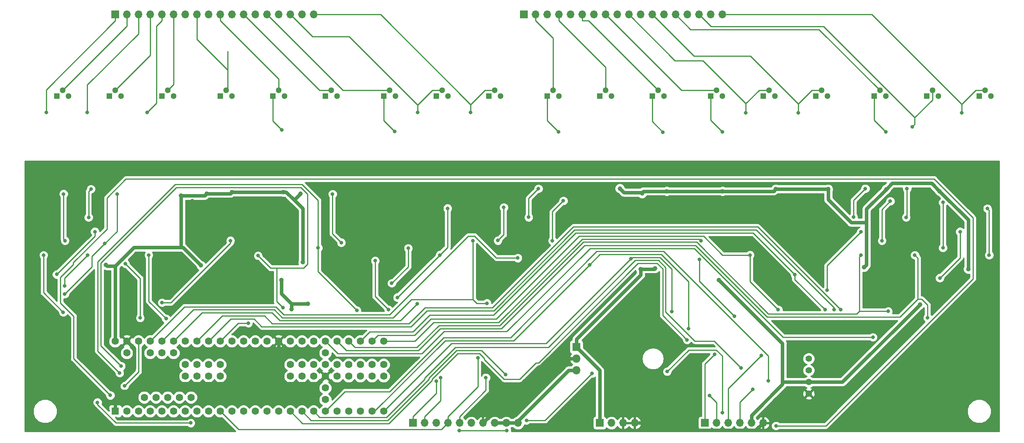
<source format=gbr>
G04 #@! TF.GenerationSoftware,KiCad,Pcbnew,(5.0.0-rc2-dev-158-g52ab6216c)*
G04 #@! TF.CreationDate,2018-03-09T12:59:15-06:00*
G04 #@! TF.ProjectId,Hybrid_bat_measure_18CH_v0.4_Teensy3.5,4879627269645F6261745F6D65617375,rev?*
G04 #@! TF.SameCoordinates,Original*
G04 #@! TF.FileFunction,Copper,L2,Bot,Signal*
G04 #@! TF.FilePolarity,Positive*
%FSLAX46Y46*%
G04 Gerber Fmt 4.6, Leading zero omitted, Abs format (unit mm)*
G04 Created by KiCad (PCBNEW (5.0.0-rc2-dev-158-g52ab6216c)) date 03/09/18 12:59:15*
%MOMM*%
%LPD*%
G01*
G04 APERTURE LIST*
%ADD10C,1.600000*%
%ADD11R,1.600000X1.600000*%
%ADD12O,1.700000X1.700000*%
%ADD13R,1.700000X1.700000*%
%ADD14R,1.300000X1.300000*%
%ADD15C,1.300000*%
%ADD16C,1.397000*%
%ADD17R,1.800000X1.800000*%
%ADD18O,1.800000X1.800000*%
%ADD19C,0.800000*%
%ADD20C,1.000000*%
%ADD21C,0.250000*%
%ADD22C,0.750000*%
%ADD23C,0.254000*%
G04 APERTURE END LIST*
D10*
X54610000Y-106220000D03*
X52070000Y-106220000D03*
X49530000Y-106220000D03*
X46990000Y-106220000D03*
X44450000Y-106220000D03*
X53340000Y-99060000D03*
X55880000Y-99060000D03*
X58420000Y-99060000D03*
X60960000Y-99060000D03*
X76200000Y-99060000D03*
X78740000Y-99060000D03*
X81280000Y-99060000D03*
X86360000Y-99060000D03*
X88900000Y-99060000D03*
X91440000Y-99060000D03*
X93980000Y-99060000D03*
X96520000Y-99060000D03*
X96520000Y-101600000D03*
X93980000Y-101600000D03*
X91440000Y-101600000D03*
X88900000Y-101600000D03*
X86360000Y-101600000D03*
X81280000Y-101600000D03*
X78740000Y-101600000D03*
X76200000Y-101600000D03*
X60960000Y-101600000D03*
X58420000Y-101600000D03*
X55880000Y-101600000D03*
X53340000Y-101600000D03*
X50800000Y-96520000D03*
X48260000Y-96520000D03*
X45720000Y-96520000D03*
X40640000Y-96520000D03*
X38100000Y-93980000D03*
X40640000Y-93980000D03*
X43180000Y-93980000D03*
X45720000Y-93980000D03*
X48260000Y-93980000D03*
X50800000Y-93980000D03*
X53340000Y-93980000D03*
X55880000Y-93980000D03*
X58420000Y-93980000D03*
X60960000Y-93980000D03*
X63500000Y-93980000D03*
X66040000Y-93980000D03*
X68580000Y-93980000D03*
X71120000Y-93980000D03*
X73660000Y-93980000D03*
X76200000Y-93980000D03*
D11*
X38100000Y-109220000D03*
D10*
X40640000Y-109220000D03*
X43180000Y-109220000D03*
X45720000Y-109220000D03*
X48260000Y-109220000D03*
X50800000Y-109220000D03*
X53340000Y-109220000D03*
X55880000Y-109220000D03*
X58420000Y-109220000D03*
X60960000Y-109220000D03*
X63500000Y-109220000D03*
X66040000Y-109220000D03*
X68580000Y-109220000D03*
X78740000Y-93980000D03*
X81280000Y-93980000D03*
X83820000Y-93980000D03*
X86360000Y-93980000D03*
X88900000Y-93980000D03*
X91440000Y-93980000D03*
X93980000Y-93980000D03*
X96520000Y-93980000D03*
X83820000Y-96520000D03*
X83820000Y-99060000D03*
X83820000Y-101600000D03*
X83820000Y-104140000D03*
X83820000Y-106680000D03*
X96520000Y-109220000D03*
X93980000Y-109220000D03*
X91440000Y-109220000D03*
X88900000Y-109220000D03*
X71120000Y-109220000D03*
X73660000Y-109220000D03*
X76200000Y-109220000D03*
X86360000Y-109220000D03*
X83820000Y-109220000D03*
X81280000Y-109220000D03*
X78740000Y-109220000D03*
D12*
X81280000Y-22860000D03*
X78740000Y-22860000D03*
X76200000Y-22860000D03*
X73660000Y-22860000D03*
X71120000Y-22860000D03*
X68580000Y-22860000D03*
X66040000Y-22860000D03*
X63500000Y-22860000D03*
X60960000Y-22860000D03*
X58420000Y-22860000D03*
X55880000Y-22860000D03*
X53340000Y-22860000D03*
X50800000Y-22860000D03*
X48260000Y-22860000D03*
X45720000Y-22860000D03*
X43180000Y-22860000D03*
X40640000Y-22860000D03*
D13*
X38100000Y-22860000D03*
D12*
X170180000Y-22860000D03*
X167640000Y-22860000D03*
X165100000Y-22860000D03*
X162560000Y-22860000D03*
X160020000Y-22860000D03*
X157480000Y-22860000D03*
X154940000Y-22860000D03*
X152400000Y-22860000D03*
X149860000Y-22860000D03*
X147320000Y-22860000D03*
X144780000Y-22860000D03*
X142240000Y-22860000D03*
X139700000Y-22860000D03*
X137160000Y-22860000D03*
X134620000Y-22860000D03*
X132080000Y-22860000D03*
X129540000Y-22860000D03*
D13*
X127000000Y-22860000D03*
D14*
X226060000Y-40640000D03*
D15*
X228600000Y-40640000D03*
X227330000Y-39370000D03*
D14*
X25400000Y-40640000D03*
D15*
X27940000Y-40640000D03*
X26670000Y-39370000D03*
D14*
X36830000Y-40640000D03*
D15*
X39370000Y-40640000D03*
X38100000Y-39370000D03*
D14*
X48260000Y-40640000D03*
D15*
X50800000Y-40640000D03*
X49530000Y-39370000D03*
D14*
X60960000Y-40640000D03*
D15*
X63500000Y-40640000D03*
X62230000Y-39370000D03*
D14*
X72390000Y-40640000D03*
D15*
X74930000Y-40640000D03*
X73660000Y-39370000D03*
D14*
X83820000Y-40640000D03*
D15*
X86360000Y-40640000D03*
X85090000Y-39370000D03*
D14*
X96520000Y-40640000D03*
D15*
X99060000Y-40640000D03*
X97790000Y-39370000D03*
D14*
X107950000Y-40640000D03*
D15*
X110490000Y-40640000D03*
X109220000Y-39370000D03*
D14*
X119380000Y-40640000D03*
D15*
X121920000Y-40640000D03*
X120650000Y-39370000D03*
D14*
X132080000Y-40640000D03*
D15*
X134620000Y-40640000D03*
X133350000Y-39370000D03*
D14*
X143510000Y-40640000D03*
D15*
X146050000Y-40640000D03*
X144780000Y-39370000D03*
D14*
X154940000Y-40640000D03*
D15*
X157480000Y-40640000D03*
X156210000Y-39370000D03*
D14*
X167640000Y-40640000D03*
D15*
X170180000Y-40640000D03*
X168910000Y-39370000D03*
D14*
X179070000Y-40640000D03*
D15*
X181610000Y-40640000D03*
X180340000Y-39370000D03*
D14*
X190500000Y-40640000D03*
D15*
X193040000Y-40640000D03*
X191770000Y-39370000D03*
D14*
X203200000Y-40640000D03*
D15*
X205740000Y-40640000D03*
X204470000Y-39370000D03*
D14*
X214630000Y-40640000D03*
D15*
X217170000Y-40640000D03*
X215900000Y-39370000D03*
D12*
X151130000Y-111760000D03*
X148590000Y-111760000D03*
X146050000Y-111760000D03*
D13*
X143510000Y-111760000D03*
D16*
X188976000Y-97790000D03*
X188976000Y-100330000D03*
X188976000Y-102870000D03*
X188976000Y-105410000D03*
D17*
X138430000Y-95250000D03*
D18*
X138430000Y-97790000D03*
X138430000Y-100330000D03*
D13*
X166370000Y-111760000D03*
D12*
X168910000Y-111760000D03*
X171450000Y-111760000D03*
X173990000Y-111760000D03*
X176530000Y-111760000D03*
X179070000Y-111760000D03*
D13*
X102870000Y-111760000D03*
D12*
X105410000Y-111760000D03*
X107950000Y-111760000D03*
X110490000Y-111760000D03*
X113030000Y-111760000D03*
X115570000Y-111760000D03*
X118110000Y-111760000D03*
X120650000Y-111760000D03*
X123190000Y-111760000D03*
X125730000Y-111760000D03*
D19*
X206654400Y-84836000D03*
X203835000Y-90982800D03*
X54864000Y-63373000D03*
X48289500Y-85579300D03*
X63185000Y-72087100D03*
X85400900Y-61941000D03*
X87287600Y-72509800D03*
X27154000Y-83702600D03*
X35858300Y-72740900D03*
X38542200Y-61928300D03*
X25387400Y-79438000D03*
X33690900Y-70131400D03*
X27190400Y-72100400D03*
X26885700Y-61922400D03*
X133219000Y-72104500D03*
X135610000Y-63412500D03*
X218165000Y-73660000D03*
X218180000Y-63776000D03*
X121354000Y-72073500D03*
X122647000Y-64859800D03*
X110410000Y-65063400D03*
X108721000Y-75217900D03*
X99484000Y-84455000D03*
X206722000Y-63500000D03*
X204901000Y-72107300D03*
X192967000Y-82877000D03*
X200345000Y-70165100D03*
X217502000Y-80219400D03*
X221893000Y-70146900D03*
X228230000Y-75234600D03*
X227845000Y-65094900D03*
X98270600Y-81351900D03*
X101858000Y-73743700D03*
X27142600Y-81915000D03*
X32144000Y-75241400D03*
D20*
X63500000Y-61512800D03*
X74730800Y-61512800D03*
X152449000Y-78264000D03*
X152748000Y-61824200D03*
X52469600Y-62305400D03*
X36065800Y-77333000D03*
X56781300Y-77486600D03*
X217451000Y-61328800D03*
X205804000Y-60931400D03*
X147893000Y-60735300D03*
X155546000Y-78097900D03*
X181800000Y-60885600D03*
X170227000Y-61328800D03*
X201022000Y-77870400D03*
X193228000Y-60885600D03*
X78424700Y-61845300D03*
X158079000Y-61328800D03*
X78922300Y-76803700D03*
X223670000Y-78271000D03*
X58032200Y-61835500D03*
X181809000Y-80010000D03*
X114575000Y-61328800D03*
X125117000Y-63577300D03*
X96699500Y-71916400D03*
X178541000Y-75345600D03*
X169801000Y-71990400D03*
X88872200Y-72159500D03*
X103352000Y-65263700D03*
X90320700Y-63674000D03*
X118743000Y-71567700D03*
X169476000Y-80645000D03*
X80065400Y-85845600D03*
X74246100Y-80645000D03*
X76459500Y-87047500D03*
X213198000Y-85977600D03*
D19*
X74369500Y-48024600D03*
X98907000Y-48341700D03*
X103910000Y-44142600D03*
X115446000Y-44140200D03*
X134578000Y-48419000D03*
X157238000Y-48457200D03*
X170180000Y-48426400D03*
X175320000Y-44237100D03*
X186720000Y-44254800D03*
X205740000Y-48450800D03*
X211486000Y-47284800D03*
X222250000Y-44294300D03*
X23107300Y-44140100D03*
X32065000Y-44161000D03*
X45100000Y-44140100D03*
X26812200Y-87673000D03*
X22532700Y-75242900D03*
X43548600Y-88905400D03*
X40309000Y-77089600D03*
X49179500Y-89061000D03*
X45405000Y-75233700D03*
X67084700Y-90073000D03*
X39404100Y-99417100D03*
X69189100Y-75353500D03*
X74626900Y-86710100D03*
X90704100Y-87270200D03*
X82265200Y-73660000D03*
X39067400Y-100882000D03*
X103836000Y-85858400D03*
X115952000Y-72088300D03*
X118998000Y-85712800D03*
X125681000Y-75876700D03*
X141295000Y-77342500D03*
X162828000Y-91287000D03*
X150275000Y-76030000D03*
X159189000Y-87532600D03*
X165565000Y-72091600D03*
X172802000Y-88519300D03*
X165202000Y-76187300D03*
X176215000Y-75211700D03*
X182343000Y-87128500D03*
X185964000Y-79475500D03*
X192545000Y-87126200D03*
X200345000Y-75215500D03*
X206273000Y-87486100D03*
X214848000Y-88900000D03*
X212064000Y-75233500D03*
X202947000Y-93110700D03*
X32851700Y-60850300D03*
X32320900Y-67007000D03*
X97594100Y-87139600D03*
X94659500Y-76476500D03*
X130186000Y-60772700D03*
X128051000Y-66995200D03*
X201301000Y-60761600D03*
X198708000Y-66959900D03*
X210365000Y-60779700D03*
X210164000Y-67005800D03*
X107942000Y-102695000D03*
X108905000Y-101914000D03*
X117000000Y-97620400D03*
X195907000Y-87126200D03*
X194498000Y-87126200D03*
X118757000Y-101903000D03*
X162519000Y-93671200D03*
X123077000Y-101257000D03*
X174290000Y-99764700D03*
X180150000Y-102582000D03*
X168478000Y-96841400D03*
X167390000Y-105828000D03*
X178661000Y-97056700D03*
X176828000Y-104457000D03*
X40135700Y-103712000D03*
X127575200Y-111193900D03*
X141807500Y-101013200D03*
X158171300Y-100584100D03*
X170180000Y-109561400D03*
X181852900Y-112400000D03*
X37054100Y-105762400D03*
X123314200Y-113450000D03*
X112989900Y-113450000D03*
X54551900Y-111785000D03*
X34257000Y-107299000D03*
D21*
X50248800Y-85579300D02*
X48289500Y-85579300D01*
X63185000Y-72643100D02*
X50248800Y-85579300D01*
X63185000Y-72087100D02*
X63185000Y-72643100D01*
X85400900Y-70623100D02*
X87287600Y-72509800D01*
X85400900Y-61941000D02*
X85400900Y-70623100D01*
X33069400Y-75529800D02*
X35858300Y-72740900D01*
X33069400Y-77787200D02*
X33069400Y-75529800D01*
X27154000Y-83702600D02*
X33069400Y-77787200D01*
X38542200Y-70057000D02*
X38542200Y-61928300D01*
X35858300Y-72740900D02*
X38542200Y-70057000D01*
X33690900Y-71134500D02*
X33690900Y-70131400D01*
X25387400Y-79438000D02*
X33690900Y-71134500D01*
X26885700Y-71795700D02*
X27190400Y-72100400D01*
X26885700Y-61922400D02*
X26885700Y-71795700D01*
X133219000Y-65803300D02*
X133219000Y-72104500D01*
X135610000Y-63412500D02*
X133219000Y-65803300D01*
X218180000Y-73644900D02*
X218165000Y-73660000D01*
X218180000Y-63776000D02*
X218180000Y-73644900D01*
X122647000Y-70780700D02*
X121354000Y-72073500D01*
X122647000Y-64859800D02*
X122647000Y-70780700D01*
X110410000Y-73528900D02*
X108721000Y-75217900D01*
X110410000Y-65063400D02*
X110410000Y-73528900D01*
X108721000Y-75217900D02*
X99484000Y-84455000D01*
X204901000Y-65321300D02*
X206722000Y-63500000D01*
X204901000Y-72107300D02*
X204901000Y-65321300D01*
X192967000Y-77543400D02*
X200345000Y-70165100D01*
X192967000Y-82877000D02*
X192967000Y-77543400D01*
X221893000Y-75828200D02*
X217502000Y-80219400D01*
X221893000Y-70146900D02*
X221893000Y-75828200D01*
X228230000Y-65480200D02*
X227845000Y-65094900D01*
X228230000Y-75234600D02*
X228230000Y-65480200D01*
X101858000Y-77764400D02*
X101858000Y-73743700D01*
X98270600Y-81351900D02*
X101858000Y-77764400D01*
X27142600Y-80242800D02*
X27142600Y-81915000D01*
X32144000Y-75241400D02*
X27142600Y-80242800D01*
D22*
X52870200Y-73575500D02*
X56781300Y-77486600D01*
X52469600Y-73575500D02*
X52870200Y-73575500D01*
X38100000Y-77618600D02*
X38100000Y-93980000D01*
X42143100Y-73575500D02*
X38100000Y-77618600D01*
X52469600Y-73575500D02*
X42143100Y-73575500D01*
X36351400Y-77618600D02*
X36065800Y-77333000D01*
X38100000Y-77618600D02*
X36351400Y-77618600D01*
X143510000Y-100330000D02*
X138430000Y-95250000D01*
X143510000Y-111760000D02*
X143510000Y-100330000D01*
X152449000Y-79555700D02*
X152449000Y-78264000D01*
X138430000Y-93574700D02*
X152449000Y-79555700D01*
X138430000Y-95250000D02*
X138430000Y-93574700D01*
X155380000Y-78264000D02*
X152449000Y-78264000D01*
X155546000Y-78097900D02*
X155380000Y-78264000D01*
X201530000Y-65205000D02*
X205804000Y-60931400D01*
X201530000Y-68157100D02*
X201530000Y-65205000D01*
X193228000Y-63158000D02*
X193228000Y-60885600D01*
X198227000Y-68157100D02*
X193228000Y-63158000D01*
X201530000Y-68157100D02*
X198227000Y-68157100D01*
X181800000Y-60885600D02*
X193228000Y-60885600D01*
X181357000Y-61328800D02*
X170227000Y-61328800D01*
X181800000Y-60885600D02*
X181357000Y-61328800D01*
X152748000Y-61824200D02*
X152748000Y-61586600D01*
X148744000Y-61586600D02*
X147893000Y-60735300D01*
X152748000Y-61586600D02*
X148744000Y-61586600D01*
X170227000Y-61328800D02*
X158079000Y-61328800D01*
X153006000Y-61328800D02*
X152748000Y-61586600D01*
X158079000Y-61328800D02*
X153006000Y-61328800D01*
X215711000Y-59588500D02*
X217451000Y-61328800D01*
X207146000Y-59588500D02*
X215711000Y-59588500D01*
X205804000Y-60931400D02*
X207146000Y-59588500D01*
X74730800Y-61512800D02*
X63500000Y-61512800D01*
X201530000Y-77361900D02*
X201530000Y-68157100D01*
X201022000Y-77870400D02*
X201530000Y-77361900D01*
X223670000Y-67548300D02*
X223670000Y-78271000D01*
X217451000Y-61328800D02*
X223670000Y-67548300D01*
X52469600Y-73575500D02*
X52469600Y-62305400D01*
X57562300Y-62305400D02*
X58032200Y-61835500D01*
X52469600Y-62305400D02*
X57562300Y-62305400D01*
X63177300Y-61835500D02*
X63500000Y-61512800D01*
X58032200Y-61835500D02*
X63177300Y-61835500D01*
X77042100Y-63227900D02*
X78424700Y-61845300D01*
X75326900Y-61512800D02*
X77042100Y-63227900D01*
X74730800Y-61512800D02*
X75326900Y-61512800D01*
X78922300Y-65108200D02*
X78922300Y-76803700D01*
X77042100Y-63227900D02*
X78922300Y-65108200D01*
X177445000Y-113385000D02*
X179070000Y-111760000D01*
X154381000Y-113385000D02*
X177445000Y-113385000D01*
X152755000Y-111760000D02*
X154381000Y-113385000D01*
X151130000Y-111760000D02*
X152755000Y-111760000D01*
X132354000Y-97790000D02*
X138430000Y-97790000D01*
X130567000Y-99576200D02*
X132354000Y-97790000D01*
X130294000Y-99576200D02*
X130567000Y-99576200D01*
X118110000Y-111760000D02*
X130294000Y-99576200D01*
X181809000Y-78613300D02*
X178541000Y-75345600D01*
X181809000Y-80010000D02*
X181809000Y-78613300D01*
X175186000Y-71990400D02*
X178541000Y-75345600D01*
X169801000Y-71990400D02*
X175186000Y-71990400D01*
X107287000Y-61328800D02*
X103352000Y-65263700D01*
X114575000Y-61328800D02*
X107287000Y-61328800D01*
X103253000Y-65363200D02*
X96699500Y-71916400D01*
X103253000Y-65363100D02*
X103253000Y-65363200D01*
X103352000Y-65263700D02*
X103253000Y-65363100D01*
X90320700Y-71916400D02*
X90320700Y-63674000D01*
X89115300Y-71916400D02*
X90320700Y-71916400D01*
X88872200Y-72159500D02*
X89115300Y-71916400D01*
X90320700Y-71916400D02*
X96699500Y-71916400D01*
X118743000Y-63966400D02*
X118743000Y-71567700D01*
X117213000Y-63966400D02*
X118743000Y-63966400D01*
X114575000Y-61328800D02*
X117213000Y-63966400D01*
X119132000Y-63577300D02*
X125117000Y-63577300D01*
X118743000Y-63966400D02*
X119132000Y-63577300D01*
X73660000Y-103184000D02*
X73660000Y-93980000D01*
X82236300Y-103184000D02*
X73660000Y-103184000D01*
X83820000Y-101600000D02*
X82236300Y-103184000D01*
X40766100Y-104912000D02*
X38907500Y-104912000D01*
X42494000Y-103184000D02*
X40766100Y-104912000D01*
X73660000Y-103184000D02*
X42494000Y-103184000D01*
X38907500Y-106142000D02*
X38907500Y-104912000D01*
X38100000Y-106950000D02*
X38907500Y-106142000D01*
X38100000Y-109220000D02*
X38100000Y-106950000D01*
X42228400Y-95568400D02*
X40640000Y-93980000D01*
X42228400Y-99924500D02*
X42228400Y-95568400D01*
X38907500Y-103245000D02*
X42228400Y-99924500D01*
X38907500Y-104912000D02*
X38907500Y-103245000D01*
X183278000Y-103387000D02*
X183278000Y-102870000D01*
X176530000Y-110135000D02*
X183278000Y-103387000D01*
X176530000Y-111760000D02*
X176530000Y-110135000D01*
X74246100Y-83632200D02*
X76459500Y-85845600D01*
X74246100Y-80645000D02*
X74246100Y-83632200D01*
X76459500Y-85845600D02*
X80065400Y-85845600D01*
X183278000Y-102870000D02*
X188976000Y-102870000D01*
X196306000Y-102870000D02*
X213198000Y-85977600D01*
X188976000Y-102870000D02*
X196306000Y-102870000D01*
X125325000Y-111760000D02*
X120650000Y-111760000D01*
X136755000Y-100330000D02*
X125325000Y-111760000D01*
X138430000Y-100330000D02*
X136755000Y-100330000D01*
X183278000Y-94446200D02*
X169476000Y-80645000D01*
X183278000Y-102870000D02*
X183278000Y-94446200D01*
X76459500Y-85845600D02*
X76459500Y-87047500D01*
D21*
X40640000Y-25400000D02*
X40640000Y-22860000D01*
X26670000Y-39370000D02*
X40640000Y-25400000D01*
X45720000Y-31750000D02*
X45720000Y-22860000D01*
X38100000Y-39370000D02*
X45720000Y-31750000D01*
X50800000Y-38100000D02*
X49530000Y-39370000D01*
X50800000Y-22860000D02*
X50800000Y-38100000D01*
X62569800Y-39030200D02*
X62569800Y-34977600D01*
X62230000Y-39370000D02*
X62569800Y-39030200D01*
X62569800Y-34977600D02*
X62569800Y-30925100D01*
X55880000Y-28287800D02*
X55880000Y-22860000D01*
X62569800Y-34977600D02*
X55880000Y-28287800D01*
X73660000Y-36935300D02*
X73660000Y-39370000D01*
X60960000Y-24235300D02*
X73660000Y-36935300D01*
X60960000Y-22860000D02*
X60960000Y-24235300D01*
X72390000Y-46045100D02*
X74369500Y-48024600D01*
X72390000Y-40640000D02*
X72390000Y-46045100D01*
X82550000Y-39370000D02*
X66040000Y-22860000D01*
X85090000Y-39370000D02*
X82550000Y-39370000D01*
X87630000Y-39370000D02*
X71120000Y-22860000D01*
X97790000Y-39370000D02*
X87630000Y-39370000D01*
X96520000Y-45954700D02*
X98907000Y-48341700D01*
X96520000Y-40640000D02*
X96520000Y-45954700D01*
X107132000Y-39370000D02*
X103910000Y-42591500D01*
X109220000Y-39370000D02*
X107132000Y-39370000D01*
X103910000Y-42591500D02*
X103910000Y-44142600D01*
X88988700Y-27669700D02*
X103910000Y-42591500D01*
X81009700Y-27669700D02*
X88988700Y-27669700D01*
X76200000Y-22860000D02*
X81009700Y-27669700D01*
X95851500Y-22860000D02*
X81280000Y-22860000D01*
X115446000Y-42454200D02*
X95851500Y-22860000D01*
X118530000Y-39370000D02*
X115446000Y-42454200D01*
X120650000Y-39370000D02*
X118530000Y-39370000D01*
X115446000Y-42454200D02*
X115446000Y-44140200D01*
X133350000Y-28045300D02*
X133350000Y-39370000D01*
X129540000Y-24235300D02*
X133350000Y-28045300D01*
X129540000Y-22860000D02*
X129540000Y-24235300D01*
X132080000Y-45920500D02*
X134578000Y-48419000D01*
X132080000Y-40640000D02*
X132080000Y-45920500D01*
X144780000Y-34395300D02*
X144780000Y-39370000D01*
X134620000Y-24235300D02*
X144780000Y-34395300D01*
X134620000Y-22860000D02*
X134620000Y-24235300D01*
X141075000Y-24235300D02*
X156210000Y-39370000D01*
X139700000Y-24235300D02*
X141075000Y-24235300D01*
X139700000Y-22860000D02*
X139700000Y-24235300D01*
X154940000Y-46159400D02*
X157238000Y-48457200D01*
X154940000Y-40640000D02*
X154940000Y-46159400D01*
X161290000Y-39370000D02*
X144780000Y-22860000D01*
X168910000Y-39370000D02*
X161290000Y-39370000D01*
X167640000Y-45886400D02*
X170180000Y-48426400D01*
X167640000Y-40640000D02*
X167640000Y-45886400D01*
X159908000Y-32908100D02*
X149860000Y-22860000D01*
X165958000Y-32908100D02*
X159908000Y-32908100D01*
X175320000Y-42270200D02*
X165958000Y-32908100D01*
X178220000Y-39370000D02*
X175320000Y-42270200D01*
X180340000Y-39370000D02*
X178220000Y-39370000D01*
X175320000Y-42270200D02*
X175320000Y-44237100D01*
X189686000Y-39370000D02*
X186720000Y-42336300D01*
X191770000Y-39370000D02*
X189686000Y-39370000D01*
X186720000Y-42336300D02*
X186720000Y-44254800D01*
X164013000Y-31932700D02*
X154940000Y-22860000D01*
X176316000Y-31932700D02*
X164013000Y-31932700D01*
X186720000Y-42336300D02*
X176316000Y-31932700D01*
X163292000Y-26132500D02*
X160020000Y-22860000D01*
X191232000Y-26132500D02*
X163292000Y-26132500D01*
X204470000Y-39370000D02*
X191232000Y-26132500D01*
X203200000Y-45910800D02*
X205740000Y-48450800D01*
X203200000Y-40640000D02*
X203200000Y-45910800D01*
X215900000Y-41448300D02*
X215900000Y-39370000D01*
X212055000Y-45293000D02*
X215900000Y-41448300D01*
X212055000Y-46715000D02*
X212055000Y-45293000D01*
X211486000Y-47284800D02*
X212055000Y-46715000D01*
X192232000Y-25470000D02*
X212055000Y-45293000D01*
X167710000Y-25470000D02*
X192232000Y-25470000D01*
X165100000Y-22860000D02*
X167710000Y-25470000D01*
X202711000Y-22860000D02*
X170180000Y-22860000D01*
X222250000Y-42398800D02*
X202711000Y-22860000D01*
X225279000Y-39370000D02*
X222250000Y-42398800D01*
X227330000Y-39370000D02*
X225279000Y-39370000D01*
X222250000Y-42398800D02*
X222250000Y-44294300D01*
X23107300Y-39228000D02*
X23107300Y-44140100D01*
X38100000Y-24235300D02*
X23107300Y-39228000D01*
X38100000Y-22860000D02*
X38100000Y-24235300D01*
X32065000Y-38177300D02*
X32065000Y-44161000D01*
X43180000Y-27062300D02*
X32065000Y-38177300D01*
X43180000Y-22860000D02*
X43180000Y-27062300D01*
X47084600Y-42155500D02*
X45100000Y-44140100D01*
X47084600Y-25410700D02*
X47084600Y-42155500D01*
X48260000Y-24235300D02*
X47084600Y-25410700D01*
X48260000Y-22860000D02*
X48260000Y-24235300D01*
X22532700Y-83393500D02*
X22532700Y-75242900D01*
X26812200Y-87673000D02*
X22532700Y-83393500D01*
X43548600Y-80329200D02*
X43548600Y-88905400D01*
X40309000Y-77089600D02*
X43548600Y-80329200D01*
X45405000Y-85286500D02*
X45405000Y-75233700D01*
X49179500Y-89061000D02*
X45405000Y-85286500D01*
X64867000Y-90073000D02*
X67084700Y-90073000D01*
X60960000Y-93980000D02*
X64867000Y-90073000D01*
X71905700Y-78070100D02*
X69189100Y-75353500D01*
X73220000Y-78070100D02*
X71905700Y-78070100D01*
X73220000Y-85303200D02*
X73220000Y-78070100D01*
X74626900Y-86710100D02*
X73220000Y-85303200D01*
X34989000Y-95002000D02*
X39404100Y-99417100D01*
X34989000Y-76931200D02*
X34989000Y-95002000D01*
X51432900Y-60487300D02*
X34989000Y-76931200D01*
X78516800Y-60487300D02*
X51432900Y-60487300D01*
X79954800Y-61925300D02*
X78516800Y-60487300D01*
X79954800Y-77224200D02*
X79954800Y-61925300D01*
X79108900Y-78070100D02*
X79954800Y-77224200D01*
X73220000Y-78070100D02*
X79108900Y-78070100D01*
X82265200Y-78831300D02*
X82265200Y-73660000D01*
X90704100Y-87270200D02*
X82265200Y-78831300D01*
X34330600Y-96145400D02*
X39067400Y-100882000D01*
X34330600Y-76669800D02*
X34330600Y-96145400D01*
X51171200Y-59829200D02*
X34330600Y-76669800D01*
X78778400Y-59829200D02*
X51171200Y-59829200D01*
X82265200Y-63316000D02*
X78778400Y-59829200D01*
X82265200Y-73660000D02*
X82265200Y-63316000D01*
X100198000Y-89496100D02*
X103836000Y-85858400D01*
X73910000Y-89496100D02*
X100198000Y-89496100D01*
X72207300Y-87793400D02*
X73910000Y-89496100D01*
X56986600Y-87793400D02*
X72207300Y-87793400D01*
X50800000Y-93980000D02*
X56986600Y-87793400D01*
X115952000Y-72088300D02*
X115952000Y-84895400D01*
X116769000Y-85712800D02*
X118998000Y-85712800D01*
X115952000Y-84895400D02*
X116769000Y-85712800D01*
X102526000Y-84895400D02*
X115952000Y-84895400D01*
X98576100Y-88845800D02*
X102526000Y-84895400D01*
X74423100Y-88845800D02*
X98576100Y-88845800D01*
X72720400Y-87143100D02*
X74423100Y-88845800D01*
X55096900Y-87143100D02*
X72720400Y-87143100D01*
X48260000Y-93980000D02*
X55096900Y-87143100D01*
X121049000Y-75876700D02*
X125681000Y-75876700D01*
X116264000Y-71092600D02*
X121049000Y-75876700D01*
X114950000Y-71092600D02*
X116264000Y-71092600D01*
X97846800Y-88195500D02*
X114950000Y-71092600D01*
X74803700Y-88195500D02*
X97846800Y-88195500D01*
X73100900Y-86492700D02*
X74803700Y-88195500D01*
X53207300Y-86492700D02*
X73100900Y-86492700D01*
X45720000Y-93980000D02*
X53207300Y-86492700D01*
X162828000Y-80984300D02*
X162828000Y-91287000D01*
X156920000Y-75076500D02*
X162828000Y-80984300D01*
X143561000Y-75076500D02*
X156920000Y-75076500D01*
X141295000Y-77342500D02*
X143561000Y-75076500D01*
X124801000Y-93837100D02*
X141295000Y-77342500D01*
X109882000Y-93837100D02*
X124801000Y-93837100D01*
X94499400Y-109220000D02*
X109882000Y-93837100D01*
X93980000Y-109220000D02*
X94499400Y-109220000D01*
X150576000Y-75729000D02*
X150275000Y-76030000D01*
X156618000Y-75729000D02*
X150576000Y-75729000D01*
X159189000Y-78300000D02*
X156618000Y-75729000D01*
X159189000Y-87532600D02*
X159189000Y-78300000D01*
X131817000Y-94487400D02*
X150275000Y-76030000D01*
X111253000Y-94487400D02*
X131817000Y-94487400D01*
X96520000Y-109220000D02*
X111253000Y-94487400D01*
X165202000Y-80919100D02*
X172802000Y-88519300D01*
X165202000Y-76187300D02*
X165202000Y-80919100D01*
X165220000Y-71747400D02*
X165565000Y-72091600D01*
X139728000Y-71747400D02*
X165220000Y-71747400D01*
X121541000Y-89935200D02*
X139728000Y-71747400D01*
X107346000Y-89935200D02*
X121541000Y-89935200D01*
X103301000Y-93980000D02*
X107346000Y-89935200D01*
X96520000Y-93980000D02*
X103301000Y-93980000D01*
X170224000Y-75211700D02*
X176215000Y-75211700D01*
X166108000Y-71094900D02*
X170224000Y-75211700D01*
X139002000Y-71094900D02*
X166108000Y-71094900D01*
X120974000Y-89122300D02*
X139002000Y-71094900D01*
X106780000Y-89122300D02*
X120974000Y-89122300D01*
X103247000Y-92654600D02*
X106780000Y-89122300D01*
X95305400Y-92654600D02*
X103247000Y-92654600D01*
X93980000Y-93980000D02*
X95305400Y-92654600D01*
X176215000Y-81000600D02*
X176215000Y-75211700D01*
X182343000Y-87128500D02*
X176215000Y-81000600D01*
X93448600Y-91971400D02*
X91440000Y-93980000D01*
X102900000Y-91971400D02*
X93448600Y-91971400D01*
X106562000Y-88309400D02*
X102900000Y-91971400D01*
X120408000Y-88309400D02*
X106562000Y-88309400D01*
X138289000Y-70428100D02*
X120408000Y-88309400D01*
X176917000Y-70428100D02*
X138289000Y-70428100D01*
X185964000Y-79475500D02*
X176917000Y-70428100D01*
X185964000Y-80545900D02*
X192545000Y-87126200D01*
X185964000Y-79475500D02*
X185964000Y-80545900D01*
X206231000Y-87444500D02*
X199996000Y-87444500D01*
X206273000Y-87486100D02*
X206231000Y-87444500D01*
X199996000Y-75564400D02*
X200345000Y-75215500D01*
X199996000Y-87444500D02*
X199996000Y-75564400D01*
X199387000Y-88053800D02*
X199996000Y-87444500D01*
X180218000Y-88053800D02*
X199387000Y-88053800D01*
X164574000Y-72409300D02*
X180218000Y-88053800D01*
X139986000Y-72409300D02*
X164574000Y-72409300D01*
X121810000Y-90585500D02*
X139986000Y-72409300D01*
X108535000Y-90585500D02*
X121810000Y-90585500D01*
X103770000Y-95350200D02*
X108535000Y-90585500D01*
X90270200Y-95350200D02*
X103770000Y-95350200D01*
X88900000Y-93980000D02*
X90270200Y-95350200D01*
X212686000Y-75856000D02*
X212064000Y-75233500D01*
X212686000Y-84825200D02*
X212686000Y-75856000D01*
X214848000Y-86093900D02*
X214848000Y-88900000D01*
X213579000Y-84825200D02*
X214848000Y-86093900D01*
X212686000Y-84825200D02*
X213579000Y-84825200D01*
X208807000Y-88704100D02*
X212686000Y-84825200D01*
X179949000Y-88704100D02*
X208807000Y-88704100D01*
X164364000Y-73118900D02*
X179949000Y-88704100D01*
X140196000Y-73118900D02*
X164364000Y-73118900D01*
X122080000Y-91235800D02*
X140196000Y-73118900D01*
X108804000Y-91235800D02*
X122080000Y-91235800D01*
X104039000Y-96001300D02*
X108804000Y-91235800D01*
X88381300Y-96001300D02*
X104039000Y-96001300D01*
X86360000Y-93980000D02*
X88381300Y-96001300D01*
X183436000Y-93110700D02*
X202947000Y-93110700D01*
X164101000Y-73775800D02*
X183436000Y-93110700D01*
X141405000Y-73775800D02*
X164101000Y-73775800D01*
X123295000Y-91886200D02*
X141405000Y-73775800D01*
X109629000Y-91886200D02*
X123295000Y-91886200D01*
X104837000Y-96678700D02*
X109629000Y-91886200D01*
X86518700Y-96678700D02*
X104837000Y-96678700D01*
X83820000Y-93980000D02*
X86518700Y-96678700D01*
X32320900Y-61381100D02*
X32320900Y-67007000D01*
X32851700Y-60850300D02*
X32320900Y-61381100D01*
X94659500Y-84205000D02*
X94659500Y-76476500D01*
X97594100Y-87139600D02*
X94659500Y-84205000D01*
X128051000Y-62907900D02*
X130186000Y-60772700D01*
X128051000Y-66995200D02*
X128051000Y-62907900D01*
X198708000Y-63353900D02*
X201301000Y-60761600D01*
X198708000Y-66959900D02*
X198708000Y-63353900D01*
X210365000Y-66804500D02*
X210164000Y-67005800D01*
X210365000Y-60779700D02*
X210365000Y-66804500D01*
X107942000Y-105312000D02*
X107942000Y-102695000D01*
X102870000Y-110385000D02*
X107942000Y-105312000D01*
X102870000Y-111760000D02*
X102870000Y-110385000D01*
X108905000Y-106890000D02*
X108905000Y-101914000D01*
X105410000Y-110385000D02*
X108905000Y-106890000D01*
X105410000Y-111760000D02*
X105410000Y-110385000D01*
X117000000Y-103875000D02*
X117000000Y-97620400D01*
X110490000Y-110385000D02*
X117000000Y-103875000D01*
X110490000Y-111760000D02*
X110490000Y-110385000D01*
X109058000Y-113192000D02*
X110490000Y-111760000D01*
X64931900Y-113192000D02*
X109058000Y-113192000D01*
X60960000Y-109220000D02*
X64931900Y-113192000D01*
X177883000Y-69101700D02*
X195907000Y-87126200D01*
X137776000Y-69101700D02*
X177883000Y-69101700D01*
X120194000Y-86683600D02*
X137776000Y-69101700D01*
X105539000Y-86683600D02*
X120194000Y-86683600D01*
X102076000Y-90146400D02*
X105539000Y-86683600D01*
X72272400Y-90146400D02*
X102076000Y-90146400D01*
X70611100Y-88485100D02*
X72272400Y-90146400D01*
X61374900Y-88485100D02*
X70611100Y-88485100D01*
X55880000Y-93980000D02*
X61374900Y-88485100D01*
X194498000Y-86653100D02*
X194498000Y-87126200D01*
X177597000Y-69752000D02*
X194498000Y-86653100D01*
X138045000Y-69752000D02*
X177597000Y-69752000D01*
X120463000Y-87334000D02*
X138045000Y-69752000D01*
X105919000Y-87334000D02*
X120463000Y-87334000D01*
X102457000Y-90796700D02*
X105919000Y-87334000D01*
X69984200Y-90796700D02*
X102457000Y-90796700D01*
X68323000Y-89135500D02*
X69984200Y-90796700D01*
X63264500Y-89135500D02*
X68323000Y-89135500D01*
X58420000Y-93980000D02*
X63264500Y-89135500D01*
X118757000Y-104657000D02*
X118757000Y-101903000D01*
X113030000Y-110385000D02*
X118757000Y-104657000D01*
X113030000Y-111760000D02*
X113030000Y-110385000D01*
X157222000Y-88373900D02*
X162519000Y-93671200D01*
X157222000Y-78237100D02*
X157222000Y-88373900D01*
X156015000Y-77029800D02*
X157222000Y-78237100D01*
X151841000Y-77029800D02*
X156015000Y-77029800D01*
X130194000Y-98675900D02*
X151841000Y-77029800D01*
X129656000Y-98675900D02*
X130194000Y-98675900D01*
X126100000Y-102231000D02*
X129656000Y-98675900D01*
X122676000Y-102231000D02*
X126100000Y-102231000D01*
X118421000Y-97975700D02*
X122676000Y-102231000D01*
X118421000Y-97699600D02*
X118421000Y-97975700D01*
X117390000Y-96669500D02*
X118421000Y-97699600D01*
X112640000Y-96669500D02*
X117390000Y-96669500D01*
X107017000Y-102292000D02*
X112640000Y-96669500D01*
X107017000Y-102517000D02*
X107017000Y-102292000D01*
X97629100Y-111905000D02*
X107017000Y-102517000D01*
X78884600Y-111905000D02*
X97629100Y-111905000D01*
X76200000Y-109220000D02*
X78884600Y-111905000D01*
X117831000Y-96011500D02*
X123077000Y-101257000D01*
X112363000Y-96011500D02*
X117831000Y-96011500D01*
X106367000Y-102007000D02*
X112363000Y-96011500D01*
X106367000Y-102237000D02*
X106367000Y-102007000D01*
X97393200Y-111210000D02*
X106367000Y-102237000D01*
X80730300Y-111210000D02*
X97393200Y-111210000D01*
X78740000Y-109220000D02*
X80730300Y-111210000D01*
X168449000Y-93924000D02*
X174290000Y-99764700D01*
X164154000Y-93924000D02*
X168449000Y-93924000D01*
X157872000Y-87642800D02*
X164154000Y-93924000D01*
X157872000Y-77967700D02*
X157872000Y-87642800D01*
X156284000Y-76379400D02*
X157872000Y-77967700D01*
X151274000Y-76379400D02*
X156284000Y-76379400D01*
X132353000Y-95300100D02*
X151274000Y-76379400D01*
X112122000Y-95300100D02*
X132353000Y-95300100D01*
X105391000Y-102031000D02*
X112122000Y-95300100D01*
X105391000Y-102285000D02*
X105391000Y-102031000D01*
X97131000Y-110545000D02*
X105391000Y-102285000D01*
X82605400Y-110545000D02*
X97131000Y-110545000D01*
X81280000Y-109220000D02*
X82605400Y-110545000D01*
X180150000Y-97180200D02*
X180150000Y-102582000D01*
X157396000Y-74426200D02*
X180150000Y-97180200D01*
X142890000Y-74426200D02*
X157396000Y-74426200D01*
X124129000Y-93186800D02*
X142890000Y-74426200D01*
X109613000Y-93186800D02*
X124129000Y-93186800D01*
X97792600Y-105007000D02*
X109613000Y-93186800D01*
X88032900Y-105007000D02*
X97792600Y-105007000D01*
X83820000Y-109220000D02*
X88032900Y-105007000D01*
X166370000Y-98949500D02*
X168478000Y-96841400D01*
X166370000Y-111760000D02*
X166370000Y-98949500D01*
X168910000Y-107348000D02*
X167390000Y-105828000D01*
X168910000Y-111760000D02*
X168910000Y-107348000D01*
X171450000Y-104268000D02*
X178661000Y-97056700D01*
X171450000Y-111760000D02*
X171450000Y-104268000D01*
X173990000Y-107295000D02*
X176828000Y-104457000D01*
X173990000Y-111760000D02*
X173990000Y-107295000D01*
X43180000Y-100667000D02*
X43180000Y-93980000D01*
X40135700Y-103712000D02*
X43180000Y-100667000D01*
X131626800Y-111193900D02*
X141807500Y-101013200D01*
X127575200Y-111193900D02*
X131626800Y-111193900D01*
X170180000Y-97222800D02*
X170180000Y-109561400D01*
X168836400Y-95879200D02*
X170180000Y-97222800D01*
X162876200Y-95879200D02*
X168836400Y-95879200D01*
X158171300Y-100584100D02*
X162876200Y-95879200D01*
X29101100Y-97809400D02*
X37054100Y-105762400D01*
X29101100Y-88537800D02*
X29101100Y-97809400D01*
X26209300Y-85646000D02*
X29101100Y-88537800D01*
X26209300Y-80090500D02*
X26209300Y-85646000D01*
X28995800Y-77304000D02*
X26209300Y-80090500D01*
X28995800Y-76894100D02*
X28995800Y-77304000D01*
X36346600Y-69543300D02*
X28995800Y-76894100D01*
X36346600Y-62768800D02*
X36346600Y-69543300D01*
X40432000Y-58683400D02*
X36346600Y-62768800D01*
X216263900Y-58683400D02*
X40432000Y-58683400D01*
X224705900Y-67125400D02*
X216263900Y-58683400D01*
X224705900Y-80375500D02*
X224705900Y-67125400D01*
X192681400Y-112400000D02*
X224705900Y-80375500D01*
X181852900Y-112400000D02*
X192681400Y-112400000D01*
X123314200Y-113450000D02*
X112989900Y-113450000D01*
X34257000Y-107757200D02*
X34257000Y-107299000D01*
X38284800Y-111785000D02*
X34257000Y-107757200D01*
X54551900Y-111785000D02*
X38284800Y-111785000D01*
D23*
G36*
X230430001Y-113590000D02*
X124349200Y-113590000D01*
X124349200Y-113244126D01*
X124195850Y-112873906D01*
X124260625Y-112830625D01*
X124301133Y-112770000D01*
X124618867Y-112770000D01*
X124659375Y-112830625D01*
X125150582Y-113158839D01*
X125583744Y-113245000D01*
X125876256Y-113245000D01*
X126309418Y-113158839D01*
X126800625Y-112830625D01*
X127128839Y-112339418D01*
X127167455Y-112145282D01*
X127369326Y-112228900D01*
X127781074Y-112228900D01*
X128161480Y-112071331D01*
X128278911Y-111953900D01*
X131551953Y-111953900D01*
X131626800Y-111968788D01*
X131701647Y-111953900D01*
X131701652Y-111953900D01*
X131923337Y-111909804D01*
X132174729Y-111741829D01*
X132217131Y-111678370D01*
X141847302Y-102048200D01*
X142013374Y-102048200D01*
X142393780Y-101890631D01*
X142500001Y-101784410D01*
X142500000Y-110294386D01*
X142412235Y-110311843D01*
X142202191Y-110452191D01*
X142061843Y-110662235D01*
X142012560Y-110910000D01*
X142012560Y-112610000D01*
X142061843Y-112857765D01*
X142202191Y-113067809D01*
X142412235Y-113208157D01*
X142660000Y-113257440D01*
X144360000Y-113257440D01*
X144607765Y-113208157D01*
X144817809Y-113067809D01*
X144958157Y-112857765D01*
X144967184Y-112812381D01*
X144979375Y-112830625D01*
X145470582Y-113158839D01*
X145903744Y-113245000D01*
X146196256Y-113245000D01*
X146629418Y-113158839D01*
X147120625Y-112830625D01*
X147333843Y-112511522D01*
X147394817Y-112641358D01*
X147823076Y-113031645D01*
X148233110Y-113201476D01*
X148463000Y-113080155D01*
X148463000Y-111887000D01*
X148717000Y-111887000D01*
X148717000Y-113080155D01*
X148946890Y-113201476D01*
X149356924Y-113031645D01*
X149785183Y-112641358D01*
X149860000Y-112482046D01*
X149934817Y-112641358D01*
X150363076Y-113031645D01*
X150773110Y-113201476D01*
X151003000Y-113080155D01*
X151003000Y-111887000D01*
X151257000Y-111887000D01*
X151257000Y-113080155D01*
X151486890Y-113201476D01*
X151896924Y-113031645D01*
X152325183Y-112641358D01*
X152571486Y-112116892D01*
X152450819Y-111887000D01*
X151257000Y-111887000D01*
X151003000Y-111887000D01*
X148717000Y-111887000D01*
X148463000Y-111887000D01*
X148443000Y-111887000D01*
X148443000Y-111633000D01*
X148463000Y-111633000D01*
X148463000Y-110439845D01*
X148717000Y-110439845D01*
X148717000Y-111633000D01*
X151003000Y-111633000D01*
X151003000Y-110439845D01*
X151257000Y-110439845D01*
X151257000Y-111633000D01*
X152450819Y-111633000D01*
X152571486Y-111403108D01*
X152325183Y-110878642D01*
X151896924Y-110488355D01*
X151486890Y-110318524D01*
X151257000Y-110439845D01*
X151003000Y-110439845D01*
X150773110Y-110318524D01*
X150363076Y-110488355D01*
X149934817Y-110878642D01*
X149860000Y-111037954D01*
X149785183Y-110878642D01*
X149356924Y-110488355D01*
X148946890Y-110318524D01*
X148717000Y-110439845D01*
X148463000Y-110439845D01*
X148233110Y-110318524D01*
X147823076Y-110488355D01*
X147394817Y-110878642D01*
X147333843Y-111008478D01*
X147120625Y-110689375D01*
X146629418Y-110361161D01*
X146196256Y-110275000D01*
X145903744Y-110275000D01*
X145470582Y-110361161D01*
X144979375Y-110689375D01*
X144967184Y-110707619D01*
X144958157Y-110662235D01*
X144817809Y-110452191D01*
X144607765Y-110311843D01*
X144520000Y-110294386D01*
X144520000Y-100429471D01*
X144539786Y-100330000D01*
X144520000Y-100230529D01*
X144520000Y-100230524D01*
X144461399Y-99935918D01*
X144324526Y-99731073D01*
X144294518Y-99686162D01*
X144294516Y-99686160D01*
X144238169Y-99601831D01*
X144153840Y-99545484D01*
X142398356Y-97790000D01*
X152658276Y-97790000D01*
X152843380Y-98720580D01*
X153370511Y-99509489D01*
X154159420Y-100036620D01*
X154855103Y-100175000D01*
X155324897Y-100175000D01*
X156020580Y-100036620D01*
X156809489Y-99509489D01*
X157336620Y-98720580D01*
X157521724Y-97790000D01*
X157336620Y-96859420D01*
X156809489Y-96070511D01*
X156020580Y-95543380D01*
X155324897Y-95405000D01*
X154855103Y-95405000D01*
X154159420Y-95543380D01*
X153370511Y-96070511D01*
X152843380Y-96859420D01*
X152658276Y-97790000D01*
X142398356Y-97790000D01*
X139977440Y-95369085D01*
X139977440Y-94350000D01*
X139928157Y-94102235D01*
X139787809Y-93892191D01*
X139639777Y-93793278D01*
X153092841Y-80340215D01*
X153177169Y-80283869D01*
X153233516Y-80199540D01*
X153233518Y-80199538D01*
X153357807Y-80013526D01*
X153400399Y-79949782D01*
X153459000Y-79655176D01*
X153459000Y-79655171D01*
X153478786Y-79555700D01*
X153459000Y-79456229D01*
X153459000Y-79274000D01*
X155280682Y-79274000D01*
X155380310Y-79293786D01*
X155575199Y-79254959D01*
X155686099Y-79232900D01*
X155771766Y-79232900D01*
X156188926Y-79060107D01*
X156462000Y-78787033D01*
X156462001Y-88299038D01*
X156447112Y-88373879D01*
X156462001Y-88448742D01*
X156462001Y-88448752D01*
X156474046Y-88509304D01*
X156506088Y-88670416D01*
X156506095Y-88670426D01*
X156506097Y-88670437D01*
X156578968Y-88779496D01*
X156631657Y-88858356D01*
X156631668Y-88858367D01*
X156674072Y-88921829D01*
X156737516Y-88964221D01*
X161484000Y-93710974D01*
X161484000Y-93877074D01*
X161641569Y-94257480D01*
X161932720Y-94548631D01*
X162313126Y-94706200D01*
X162724874Y-94706200D01*
X163105280Y-94548631D01*
X163396431Y-94257480D01*
X163401181Y-94246012D01*
X163563686Y-94408495D01*
X163606071Y-94471929D01*
X163669545Y-94514341D01*
X163669564Y-94514360D01*
X163733852Y-94557310D01*
X163857463Y-94639904D01*
X163857489Y-94639909D01*
X163857508Y-94639922D01*
X163992882Y-94666841D01*
X164079148Y-94684000D01*
X164079177Y-94684000D01*
X164154049Y-94698888D01*
X164228872Y-94684000D01*
X168134210Y-94684000D01*
X168569432Y-95119200D01*
X162951046Y-95119200D01*
X162876199Y-95104312D01*
X162801352Y-95119200D01*
X162801348Y-95119200D01*
X162579663Y-95163296D01*
X162579661Y-95163297D01*
X162579662Y-95163297D01*
X162391726Y-95288871D01*
X162391724Y-95288873D01*
X162328271Y-95331271D01*
X162285873Y-95394724D01*
X158131499Y-99549100D01*
X157965426Y-99549100D01*
X157585020Y-99706669D01*
X157293869Y-99997820D01*
X157136300Y-100378226D01*
X157136300Y-100789974D01*
X157293869Y-101170380D01*
X157585020Y-101461531D01*
X157965426Y-101619100D01*
X158377174Y-101619100D01*
X158757580Y-101461531D01*
X159048731Y-101170380D01*
X159206300Y-100789974D01*
X159206300Y-100623901D01*
X163191003Y-96639200D01*
X167443000Y-96639200D01*
X167443000Y-96801621D01*
X165885519Y-98359177D01*
X165822072Y-98401571D01*
X165779668Y-98465033D01*
X165779659Y-98465042D01*
X165740515Y-98523629D01*
X165654097Y-98652963D01*
X165654095Y-98652972D01*
X165654090Y-98652980D01*
X165625844Y-98795000D01*
X165610001Y-98874648D01*
X165610001Y-98874657D01*
X165595112Y-98949518D01*
X165610001Y-99024361D01*
X165610000Y-110262560D01*
X165520000Y-110262560D01*
X165272235Y-110311843D01*
X165062191Y-110452191D01*
X164921843Y-110662235D01*
X164872560Y-110910000D01*
X164872560Y-112610000D01*
X164921843Y-112857765D01*
X165062191Y-113067809D01*
X165272235Y-113208157D01*
X165520000Y-113257440D01*
X167220000Y-113257440D01*
X167467765Y-113208157D01*
X167677809Y-113067809D01*
X167818157Y-112857765D01*
X167827184Y-112812381D01*
X167839375Y-112830625D01*
X168330582Y-113158839D01*
X168763744Y-113245000D01*
X169056256Y-113245000D01*
X169489418Y-113158839D01*
X169980625Y-112830625D01*
X170180000Y-112532239D01*
X170379375Y-112830625D01*
X170870582Y-113158839D01*
X171303744Y-113245000D01*
X171596256Y-113245000D01*
X172029418Y-113158839D01*
X172520625Y-112830625D01*
X172720000Y-112532239D01*
X172919375Y-112830625D01*
X173410582Y-113158839D01*
X173843744Y-113245000D01*
X174136256Y-113245000D01*
X174569418Y-113158839D01*
X175060625Y-112830625D01*
X175260000Y-112532239D01*
X175459375Y-112830625D01*
X175950582Y-113158839D01*
X176383744Y-113245000D01*
X176676256Y-113245000D01*
X177109418Y-113158839D01*
X177600625Y-112830625D01*
X177813843Y-112511522D01*
X177874817Y-112641358D01*
X178303076Y-113031645D01*
X178713110Y-113201476D01*
X178943000Y-113080155D01*
X178943000Y-111887000D01*
X179197000Y-111887000D01*
X179197000Y-113080155D01*
X179426890Y-113201476D01*
X179836924Y-113031645D01*
X180265183Y-112641358D01*
X180511486Y-112116892D01*
X180390819Y-111887000D01*
X179197000Y-111887000D01*
X178943000Y-111887000D01*
X178923000Y-111887000D01*
X178923000Y-111633000D01*
X178943000Y-111633000D01*
X178943000Y-110439845D01*
X179197000Y-110439845D01*
X179197000Y-111633000D01*
X180390819Y-111633000D01*
X180511486Y-111403108D01*
X180265183Y-110878642D01*
X179836924Y-110488355D01*
X179426890Y-110318524D01*
X179197000Y-110439845D01*
X178943000Y-110439845D01*
X178713110Y-110318524D01*
X178303076Y-110488355D01*
X177874817Y-110878642D01*
X177813843Y-111008478D01*
X177600625Y-110689375D01*
X177540000Y-110648867D01*
X177540000Y-110553355D01*
X181749167Y-106344188D01*
X188221417Y-106344188D01*
X188283071Y-106579800D01*
X188783480Y-106755927D01*
X189313199Y-106727148D01*
X189668929Y-106579800D01*
X189730583Y-106344188D01*
X188976000Y-105589605D01*
X188221417Y-106344188D01*
X181749167Y-106344188D01*
X182875875Y-105217480D01*
X187630073Y-105217480D01*
X187658852Y-105747199D01*
X187806200Y-106102929D01*
X188041812Y-106164583D01*
X188796395Y-105410000D01*
X189155605Y-105410000D01*
X189910188Y-106164583D01*
X190145800Y-106102929D01*
X190321927Y-105602520D01*
X190293148Y-105072801D01*
X190145800Y-104717071D01*
X189910188Y-104655417D01*
X189155605Y-105410000D01*
X188796395Y-105410000D01*
X188041812Y-104655417D01*
X187806200Y-104717071D01*
X187630073Y-105217480D01*
X182875875Y-105217480D01*
X183921838Y-104171517D01*
X184006169Y-104115169D01*
X184163304Y-103880000D01*
X188100146Y-103880000D01*
X188220633Y-104000487D01*
X188541211Y-104133275D01*
X188283071Y-104240200D01*
X188221417Y-104475812D01*
X188976000Y-105230395D01*
X189730583Y-104475812D01*
X189668929Y-104240200D01*
X189389816Y-104141962D01*
X189731367Y-104000487D01*
X189851854Y-103880000D01*
X196206535Y-103880000D01*
X196306012Y-103899786D01*
X196430927Y-103874938D01*
X196700082Y-103821399D01*
X196700088Y-103821395D01*
X196700093Y-103821394D01*
X196851730Y-103720071D01*
X197034169Y-103598169D01*
X197090522Y-103513830D01*
X213539164Y-87064801D01*
X213840926Y-86939807D01*
X214088000Y-86692733D01*
X214088001Y-88196288D01*
X213970569Y-88313720D01*
X213813000Y-88694126D01*
X213813000Y-89105874D01*
X213970569Y-89486280D01*
X214245444Y-89761155D01*
X192366599Y-111640000D01*
X182556611Y-111640000D01*
X182439180Y-111522569D01*
X182058774Y-111365000D01*
X181647026Y-111365000D01*
X181266620Y-111522569D01*
X180975469Y-111813720D01*
X180817900Y-112194126D01*
X180817900Y-112605874D01*
X180975469Y-112986280D01*
X181266620Y-113277431D01*
X181647026Y-113435000D01*
X182058774Y-113435000D01*
X182439180Y-113277431D01*
X182556611Y-113160000D01*
X192606553Y-113160000D01*
X192681400Y-113174888D01*
X192756247Y-113160000D01*
X192756252Y-113160000D01*
X192977937Y-113115904D01*
X193229329Y-112947929D01*
X193271731Y-112884470D01*
X197460335Y-108695866D01*
X223425000Y-108695866D01*
X223425000Y-109744134D01*
X223826155Y-110712608D01*
X224567392Y-111453845D01*
X225535866Y-111855000D01*
X226584134Y-111855000D01*
X227552608Y-111453845D01*
X228293845Y-110712608D01*
X228695000Y-109744134D01*
X228695000Y-108695866D01*
X228293845Y-107727392D01*
X227552608Y-106986155D01*
X226584134Y-106585000D01*
X225535866Y-106585000D01*
X224567392Y-106986155D01*
X223826155Y-107727392D01*
X223425000Y-108695866D01*
X197460335Y-108695866D01*
X225190373Y-80965829D01*
X225253829Y-80923429D01*
X225421804Y-80672037D01*
X225465900Y-80450352D01*
X225465900Y-80450348D01*
X225480788Y-80375501D01*
X225465900Y-80300654D01*
X225465900Y-67200247D01*
X225480788Y-67125400D01*
X225465900Y-67050553D01*
X225465900Y-67050548D01*
X225421804Y-66828863D01*
X225253829Y-66577471D01*
X225190373Y-66535071D01*
X223544328Y-64889026D01*
X226810000Y-64889026D01*
X226810000Y-65300774D01*
X226967569Y-65681180D01*
X227258720Y-65972331D01*
X227470001Y-66059846D01*
X227470000Y-74530889D01*
X227352569Y-74648320D01*
X227195000Y-75028726D01*
X227195000Y-75440474D01*
X227352569Y-75820880D01*
X227643720Y-76112031D01*
X228024126Y-76269600D01*
X228435874Y-76269600D01*
X228816280Y-76112031D01*
X229107431Y-75820880D01*
X229265000Y-75440474D01*
X229265000Y-75028726D01*
X229107431Y-74648320D01*
X228990000Y-74530889D01*
X228990000Y-65555196D01*
X229004888Y-65480501D01*
X228990000Y-65405501D01*
X228990000Y-65405348D01*
X228975161Y-65330749D01*
X228946019Y-65183941D01*
X228945934Y-65183814D01*
X228945904Y-65183663D01*
X228880000Y-65085031D01*
X228880000Y-64889026D01*
X228722431Y-64508620D01*
X228431280Y-64217469D01*
X228050874Y-64059900D01*
X227639126Y-64059900D01*
X227258720Y-64217469D01*
X226967569Y-64508620D01*
X226810000Y-64889026D01*
X223544328Y-64889026D01*
X216854231Y-58198930D01*
X216811829Y-58135471D01*
X216560437Y-57967496D01*
X216338752Y-57923400D01*
X216338747Y-57923400D01*
X216263900Y-57908512D01*
X216189053Y-57923400D01*
X40506846Y-57923400D01*
X40431999Y-57908512D01*
X40357152Y-57923400D01*
X40357148Y-57923400D01*
X40135463Y-57967496D01*
X39884071Y-58135471D01*
X39841671Y-58198927D01*
X35862130Y-62178469D01*
X35798671Y-62220871D01*
X35630696Y-62472264D01*
X35586600Y-62693949D01*
X35586600Y-62693953D01*
X35571712Y-62768800D01*
X35586600Y-62843647D01*
X35586601Y-69228497D01*
X34725900Y-70089198D01*
X34725900Y-69925526D01*
X34568331Y-69545120D01*
X34277180Y-69253969D01*
X33896774Y-69096400D01*
X33485026Y-69096400D01*
X33104620Y-69253969D01*
X32813469Y-69545120D01*
X32655900Y-69925526D01*
X32655900Y-70337274D01*
X32813469Y-70717680D01*
X32923193Y-70827404D01*
X25347599Y-78403000D01*
X25181526Y-78403000D01*
X24801120Y-78560569D01*
X24509969Y-78851720D01*
X24352400Y-79232126D01*
X24352400Y-79643874D01*
X24509969Y-80024280D01*
X24801120Y-80315431D01*
X25181526Y-80473000D01*
X25449300Y-80473000D01*
X25449301Y-85235299D01*
X23292700Y-83078699D01*
X23292700Y-75946611D01*
X23410131Y-75829180D01*
X23567700Y-75448774D01*
X23567700Y-75037026D01*
X23410131Y-74656620D01*
X23118980Y-74365469D01*
X22738574Y-74207900D01*
X22326826Y-74207900D01*
X21946420Y-74365469D01*
X21655269Y-74656620D01*
X21497700Y-75037026D01*
X21497700Y-75448774D01*
X21655269Y-75829180D01*
X21772701Y-75946612D01*
X21772700Y-83318653D01*
X21757812Y-83393500D01*
X21772700Y-83468347D01*
X21772700Y-83468351D01*
X21816796Y-83690036D01*
X21984771Y-83941429D01*
X22048230Y-83983831D01*
X25777200Y-87712802D01*
X25777200Y-87878874D01*
X25934769Y-88259280D01*
X26225920Y-88550431D01*
X26606326Y-88708000D01*
X27018074Y-88708000D01*
X27398480Y-88550431D01*
X27689631Y-88259280D01*
X27706662Y-88218164D01*
X28341100Y-88852602D01*
X28341101Y-97734548D01*
X28326212Y-97809400D01*
X28385197Y-98105937D01*
X28496299Y-98272212D01*
X28553172Y-98357329D01*
X28616628Y-98399729D01*
X36019100Y-105802203D01*
X36019100Y-105968274D01*
X36176669Y-106348680D01*
X36467820Y-106639831D01*
X36848226Y-106797400D01*
X37259974Y-106797400D01*
X37640380Y-106639831D01*
X37931531Y-106348680D01*
X38089100Y-105968274D01*
X38089100Y-105934561D01*
X43015000Y-105934561D01*
X43015000Y-106505439D01*
X43233466Y-107032862D01*
X43637138Y-107436534D01*
X44164561Y-107655000D01*
X44735439Y-107655000D01*
X45262862Y-107436534D01*
X45666534Y-107032862D01*
X45720000Y-106903784D01*
X45773466Y-107032862D01*
X46177138Y-107436534D01*
X46704561Y-107655000D01*
X47275439Y-107655000D01*
X47802862Y-107436534D01*
X48206534Y-107032862D01*
X48260000Y-106903784D01*
X48313466Y-107032862D01*
X48717138Y-107436534D01*
X49244561Y-107655000D01*
X49815439Y-107655000D01*
X50342862Y-107436534D01*
X50746534Y-107032862D01*
X50800000Y-106903784D01*
X50853466Y-107032862D01*
X51257138Y-107436534D01*
X51784561Y-107655000D01*
X52355439Y-107655000D01*
X52882862Y-107436534D01*
X53286534Y-107032862D01*
X53340000Y-106903784D01*
X53393466Y-107032862D01*
X53797138Y-107436534D01*
X54324561Y-107655000D01*
X54895439Y-107655000D01*
X55422862Y-107436534D01*
X55826534Y-107032862D01*
X56045000Y-106505439D01*
X56045000Y-105934561D01*
X55826534Y-105407138D01*
X55422862Y-105003466D01*
X54895439Y-104785000D01*
X54324561Y-104785000D01*
X53797138Y-105003466D01*
X53393466Y-105407138D01*
X53340000Y-105536216D01*
X53286534Y-105407138D01*
X52882862Y-105003466D01*
X52355439Y-104785000D01*
X51784561Y-104785000D01*
X51257138Y-105003466D01*
X50853466Y-105407138D01*
X50800000Y-105536216D01*
X50746534Y-105407138D01*
X50342862Y-105003466D01*
X49815439Y-104785000D01*
X49244561Y-104785000D01*
X48717138Y-105003466D01*
X48313466Y-105407138D01*
X48260000Y-105536216D01*
X48206534Y-105407138D01*
X47802862Y-105003466D01*
X47275439Y-104785000D01*
X46704561Y-104785000D01*
X46177138Y-105003466D01*
X45773466Y-105407138D01*
X45720000Y-105536216D01*
X45666534Y-105407138D01*
X45262862Y-105003466D01*
X44735439Y-104785000D01*
X44164561Y-104785000D01*
X43637138Y-105003466D01*
X43233466Y-105407138D01*
X43015000Y-105934561D01*
X38089100Y-105934561D01*
X38089100Y-105556526D01*
X37931531Y-105176120D01*
X37640380Y-104884969D01*
X37259974Y-104727400D01*
X37093903Y-104727400D01*
X29861100Y-97494599D01*
X29861100Y-88612648D01*
X29875988Y-88537800D01*
X29861100Y-88462952D01*
X29861100Y-88462948D01*
X29817004Y-88241263D01*
X29817004Y-88241262D01*
X29691429Y-88053327D01*
X29649029Y-87989871D01*
X29585573Y-87947471D01*
X26969300Y-85331199D01*
X26969300Y-84737600D01*
X27359874Y-84737600D01*
X27740280Y-84580031D01*
X28031431Y-84288880D01*
X28189000Y-83908474D01*
X28189000Y-83742401D01*
X33553873Y-78377529D01*
X33570600Y-78366352D01*
X33570601Y-96070555D01*
X33555712Y-96145416D01*
X33582443Y-96279787D01*
X33614697Y-96441937D01*
X33614701Y-96441943D01*
X33614703Y-96441952D01*
X33710556Y-96585400D01*
X33782672Y-96693329D01*
X33846132Y-96735732D01*
X38032400Y-100921823D01*
X38032400Y-101087874D01*
X38189969Y-101468280D01*
X38481120Y-101759431D01*
X38861526Y-101917000D01*
X39273274Y-101917000D01*
X39653680Y-101759431D01*
X39944831Y-101468280D01*
X40102400Y-101087874D01*
X40102400Y-100676126D01*
X39951081Y-100310809D01*
X39990380Y-100294531D01*
X40281531Y-100003380D01*
X40439100Y-99622974D01*
X40439100Y-99211226D01*
X40281531Y-98830820D01*
X39990380Y-98539669D01*
X39609974Y-98382100D01*
X39443903Y-98382100D01*
X37296363Y-96234561D01*
X39205000Y-96234561D01*
X39205000Y-96805439D01*
X39423466Y-97332862D01*
X39827138Y-97736534D01*
X40354561Y-97955000D01*
X40925439Y-97955000D01*
X41452862Y-97736534D01*
X41856534Y-97332862D01*
X42075000Y-96805439D01*
X42075000Y-96234561D01*
X41856534Y-95707138D01*
X41452862Y-95303466D01*
X41339417Y-95256475D01*
X41394005Y-95233864D01*
X41468139Y-94987745D01*
X40640000Y-94159605D01*
X39811861Y-94987745D01*
X39885995Y-95233864D01*
X39944448Y-95254874D01*
X39827138Y-95303466D01*
X39423466Y-95707138D01*
X39205000Y-96234561D01*
X37296363Y-96234561D01*
X35749000Y-94687199D01*
X35749000Y-78430805D01*
X35957318Y-78569999D01*
X36251924Y-78628600D01*
X36251929Y-78628600D01*
X36351399Y-78648386D01*
X36450870Y-78628600D01*
X37090000Y-78628600D01*
X37090001Y-92960603D01*
X36883466Y-93167138D01*
X36665000Y-93694561D01*
X36665000Y-94265439D01*
X36883466Y-94792862D01*
X37287138Y-95196534D01*
X37814561Y-95415000D01*
X38385439Y-95415000D01*
X38912862Y-95196534D01*
X39316534Y-94792862D01*
X39363525Y-94679417D01*
X39386136Y-94734005D01*
X39632255Y-94808139D01*
X40460395Y-93980000D01*
X39632255Y-93151861D01*
X39386136Y-93225995D01*
X39365126Y-93284448D01*
X39316534Y-93167138D01*
X39121651Y-92972255D01*
X39811861Y-92972255D01*
X40640000Y-93800395D01*
X41468139Y-92972255D01*
X41394005Y-92726136D01*
X40856777Y-92533035D01*
X40286546Y-92560222D01*
X39885995Y-92726136D01*
X39811861Y-92972255D01*
X39121651Y-92972255D01*
X39110000Y-92960604D01*
X39110000Y-78036955D01*
X39451322Y-77695633D01*
X39722720Y-77967031D01*
X40103126Y-78124600D01*
X40269199Y-78124600D01*
X42788600Y-80644002D01*
X42788601Y-88201688D01*
X42671169Y-88319120D01*
X42513600Y-88699526D01*
X42513600Y-89111274D01*
X42671169Y-89491680D01*
X42962320Y-89782831D01*
X43342726Y-89940400D01*
X43754474Y-89940400D01*
X44134880Y-89782831D01*
X44426031Y-89491680D01*
X44583600Y-89111274D01*
X44583600Y-88699526D01*
X44426031Y-88319120D01*
X44308600Y-88201689D01*
X44308600Y-80404046D01*
X44323488Y-80329199D01*
X44308600Y-80254352D01*
X44308600Y-80254348D01*
X44264504Y-80032663D01*
X44096529Y-79781271D01*
X44033073Y-79738871D01*
X41344000Y-77049799D01*
X41344000Y-76883726D01*
X41186431Y-76503320D01*
X40915033Y-76231922D01*
X42561456Y-74585500D01*
X44589489Y-74585500D01*
X44527569Y-74647420D01*
X44370000Y-75027826D01*
X44370000Y-75439574D01*
X44527569Y-75819980D01*
X44645001Y-75937412D01*
X44645000Y-85211653D01*
X44630112Y-85286500D01*
X44645000Y-85361347D01*
X44645000Y-85361351D01*
X44689096Y-85583036D01*
X44857071Y-85834429D01*
X44920530Y-85876831D01*
X48144500Y-89100802D01*
X48144500Y-89266874D01*
X48302069Y-89647280D01*
X48593220Y-89938431D01*
X48659368Y-89965830D01*
X46058302Y-92566897D01*
X46005439Y-92545000D01*
X45434561Y-92545000D01*
X44907138Y-92763466D01*
X44503466Y-93167138D01*
X44450000Y-93296216D01*
X44396534Y-93167138D01*
X43992862Y-92763466D01*
X43465439Y-92545000D01*
X42894561Y-92545000D01*
X42367138Y-92763466D01*
X41963466Y-93167138D01*
X41916475Y-93280583D01*
X41893864Y-93225995D01*
X41647745Y-93151861D01*
X40819605Y-93980000D01*
X41647745Y-94808139D01*
X41893864Y-94734005D01*
X41914874Y-94675552D01*
X41963466Y-94792862D01*
X42367138Y-95196534D01*
X42420001Y-95218431D01*
X42420000Y-100352249D01*
X40095784Y-102677000D01*
X39929826Y-102677000D01*
X39549420Y-102834569D01*
X39258269Y-103125720D01*
X39100700Y-103506126D01*
X39100700Y-103917874D01*
X39258269Y-104298280D01*
X39549420Y-104589431D01*
X39929826Y-104747000D01*
X40341574Y-104747000D01*
X40721980Y-104589431D01*
X41013131Y-104298280D01*
X41170700Y-103917874D01*
X41170700Y-103751687D01*
X43664511Y-101257304D01*
X43727929Y-101214929D01*
X43770353Y-101151437D01*
X43770384Y-101151406D01*
X43811347Y-101090085D01*
X43895904Y-100963537D01*
X43895913Y-100963492D01*
X43895937Y-100963456D01*
X43924046Y-100822060D01*
X43940000Y-100741852D01*
X43940000Y-100741804D01*
X43954888Y-100666912D01*
X43940000Y-100592110D01*
X43940000Y-98774561D01*
X51905000Y-98774561D01*
X51905000Y-99345439D01*
X52123466Y-99872862D01*
X52527138Y-100276534D01*
X52656216Y-100330000D01*
X52527138Y-100383466D01*
X52123466Y-100787138D01*
X51905000Y-101314561D01*
X51905000Y-101885439D01*
X52123466Y-102412862D01*
X52527138Y-102816534D01*
X53054561Y-103035000D01*
X53625439Y-103035000D01*
X54152862Y-102816534D01*
X54556534Y-102412862D01*
X54610000Y-102283784D01*
X54663466Y-102412862D01*
X55067138Y-102816534D01*
X55594561Y-103035000D01*
X56165439Y-103035000D01*
X56692862Y-102816534D01*
X57096534Y-102412862D01*
X57150000Y-102283784D01*
X57203466Y-102412862D01*
X57607138Y-102816534D01*
X58134561Y-103035000D01*
X58705439Y-103035000D01*
X59232862Y-102816534D01*
X59636534Y-102412862D01*
X59690000Y-102283784D01*
X59743466Y-102412862D01*
X60147138Y-102816534D01*
X60674561Y-103035000D01*
X61245439Y-103035000D01*
X61772862Y-102816534D01*
X62176534Y-102412862D01*
X62395000Y-101885439D01*
X62395000Y-101314561D01*
X62176534Y-100787138D01*
X61772862Y-100383466D01*
X61643784Y-100330000D01*
X61772862Y-100276534D01*
X62176534Y-99872862D01*
X62395000Y-99345439D01*
X62395000Y-98774561D01*
X62176534Y-98247138D01*
X61772862Y-97843466D01*
X61245439Y-97625000D01*
X60674561Y-97625000D01*
X60147138Y-97843466D01*
X59743466Y-98247138D01*
X59690000Y-98376216D01*
X59636534Y-98247138D01*
X59232862Y-97843466D01*
X58705439Y-97625000D01*
X58134561Y-97625000D01*
X57607138Y-97843466D01*
X57203466Y-98247138D01*
X57150000Y-98376216D01*
X57096534Y-98247138D01*
X56692862Y-97843466D01*
X56165439Y-97625000D01*
X55594561Y-97625000D01*
X55067138Y-97843466D01*
X54663466Y-98247138D01*
X54610000Y-98376216D01*
X54556534Y-98247138D01*
X54152862Y-97843466D01*
X53625439Y-97625000D01*
X53054561Y-97625000D01*
X52527138Y-97843466D01*
X52123466Y-98247138D01*
X51905000Y-98774561D01*
X43940000Y-98774561D01*
X43940000Y-95218430D01*
X43992862Y-95196534D01*
X44396534Y-94792862D01*
X44450000Y-94663784D01*
X44503466Y-94792862D01*
X44907138Y-95196534D01*
X45036216Y-95250000D01*
X44907138Y-95303466D01*
X44503466Y-95707138D01*
X44285000Y-96234561D01*
X44285000Y-96805439D01*
X44503466Y-97332862D01*
X44907138Y-97736534D01*
X45434561Y-97955000D01*
X46005439Y-97955000D01*
X46532862Y-97736534D01*
X46936534Y-97332862D01*
X46990000Y-97203784D01*
X47043466Y-97332862D01*
X47447138Y-97736534D01*
X47974561Y-97955000D01*
X48545439Y-97955000D01*
X49072862Y-97736534D01*
X49476534Y-97332862D01*
X49530000Y-97203784D01*
X49583466Y-97332862D01*
X49987138Y-97736534D01*
X50514561Y-97955000D01*
X51085439Y-97955000D01*
X51612862Y-97736534D01*
X52016534Y-97332862D01*
X52235000Y-96805439D01*
X52235000Y-96234561D01*
X52016534Y-95707138D01*
X51612862Y-95303466D01*
X51483784Y-95250000D01*
X51612862Y-95196534D01*
X52016534Y-94792862D01*
X52070000Y-94663784D01*
X52123466Y-94792862D01*
X52527138Y-95196534D01*
X53054561Y-95415000D01*
X53625439Y-95415000D01*
X54152862Y-95196534D01*
X54556534Y-94792862D01*
X54610000Y-94663784D01*
X54663466Y-94792862D01*
X55067138Y-95196534D01*
X55594561Y-95415000D01*
X56165439Y-95415000D01*
X56692862Y-95196534D01*
X57096534Y-94792862D01*
X57150000Y-94663784D01*
X57203466Y-94792862D01*
X57607138Y-95196534D01*
X58134561Y-95415000D01*
X58705439Y-95415000D01*
X59232862Y-95196534D01*
X59636534Y-94792862D01*
X59690000Y-94663784D01*
X59743466Y-94792862D01*
X60147138Y-95196534D01*
X60674561Y-95415000D01*
X61245439Y-95415000D01*
X61772862Y-95196534D01*
X62176534Y-94792862D01*
X62230000Y-94663784D01*
X62283466Y-94792862D01*
X62687138Y-95196534D01*
X63214561Y-95415000D01*
X63785439Y-95415000D01*
X64312862Y-95196534D01*
X64716534Y-94792862D01*
X64770000Y-94663784D01*
X64823466Y-94792862D01*
X65227138Y-95196534D01*
X65754561Y-95415000D01*
X66325439Y-95415000D01*
X66852862Y-95196534D01*
X67256534Y-94792862D01*
X67310000Y-94663784D01*
X67363466Y-94792862D01*
X67767138Y-95196534D01*
X68294561Y-95415000D01*
X68865439Y-95415000D01*
X69392862Y-95196534D01*
X69796534Y-94792862D01*
X69850000Y-94663784D01*
X69903466Y-94792862D01*
X70307138Y-95196534D01*
X70834561Y-95415000D01*
X71405439Y-95415000D01*
X71932862Y-95196534D01*
X72141651Y-94987745D01*
X72831861Y-94987745D01*
X72905995Y-95233864D01*
X73443223Y-95426965D01*
X74013454Y-95399778D01*
X74414005Y-95233864D01*
X74488139Y-94987745D01*
X73660000Y-94159605D01*
X72831861Y-94987745D01*
X72141651Y-94987745D01*
X72336534Y-94792862D01*
X72383525Y-94679417D01*
X72406136Y-94734005D01*
X72652255Y-94808139D01*
X73480395Y-93980000D01*
X72652255Y-93151861D01*
X72406136Y-93225995D01*
X72385126Y-93284448D01*
X72336534Y-93167138D01*
X72141651Y-92972255D01*
X72831861Y-92972255D01*
X73660000Y-93800395D01*
X74488139Y-92972255D01*
X74414005Y-92726136D01*
X73876777Y-92533035D01*
X73306546Y-92560222D01*
X72905995Y-92726136D01*
X72831861Y-92972255D01*
X72141651Y-92972255D01*
X71932862Y-92763466D01*
X71405439Y-92545000D01*
X70834561Y-92545000D01*
X70307138Y-92763466D01*
X69903466Y-93167138D01*
X69850000Y-93296216D01*
X69796534Y-93167138D01*
X69392862Y-92763466D01*
X68865439Y-92545000D01*
X68294561Y-92545000D01*
X67767138Y-92763466D01*
X67363466Y-93167138D01*
X67310000Y-93296216D01*
X67256534Y-93167138D01*
X66852862Y-92763466D01*
X66325439Y-92545000D01*
X65754561Y-92545000D01*
X65227138Y-92763466D01*
X64823466Y-93167138D01*
X64770000Y-93296216D01*
X64716534Y-93167138D01*
X64312862Y-92763466D01*
X63785439Y-92545000D01*
X63469802Y-92545000D01*
X65181803Y-90833000D01*
X66380989Y-90833000D01*
X66498420Y-90950431D01*
X66878826Y-91108000D01*
X67290574Y-91108000D01*
X67670980Y-90950431D01*
X67962131Y-90659280D01*
X68119700Y-90278874D01*
X68119700Y-90007001D01*
X69393871Y-91281173D01*
X69436271Y-91344629D01*
X69687663Y-91512604D01*
X69909348Y-91556700D01*
X69909352Y-91556700D01*
X69984200Y-91571588D01*
X70059048Y-91556700D01*
X92788497Y-91556700D01*
X91778302Y-92566896D01*
X91725439Y-92545000D01*
X91154561Y-92545000D01*
X90627138Y-92763466D01*
X90223466Y-93167138D01*
X90170000Y-93296216D01*
X90116534Y-93167138D01*
X89712862Y-92763466D01*
X89185439Y-92545000D01*
X88614561Y-92545000D01*
X88087138Y-92763466D01*
X87683466Y-93167138D01*
X87630000Y-93296216D01*
X87576534Y-93167138D01*
X87172862Y-92763466D01*
X86645439Y-92545000D01*
X86074561Y-92545000D01*
X85547138Y-92763466D01*
X85143466Y-93167138D01*
X85090000Y-93296216D01*
X85036534Y-93167138D01*
X84632862Y-92763466D01*
X84105439Y-92545000D01*
X83534561Y-92545000D01*
X83007138Y-92763466D01*
X82603466Y-93167138D01*
X82550000Y-93296216D01*
X82496534Y-93167138D01*
X82092862Y-92763466D01*
X81565439Y-92545000D01*
X80994561Y-92545000D01*
X80467138Y-92763466D01*
X80063466Y-93167138D01*
X80010000Y-93296216D01*
X79956534Y-93167138D01*
X79552862Y-92763466D01*
X79025439Y-92545000D01*
X78454561Y-92545000D01*
X77927138Y-92763466D01*
X77523466Y-93167138D01*
X77470000Y-93296216D01*
X77416534Y-93167138D01*
X77012862Y-92763466D01*
X76485439Y-92545000D01*
X75914561Y-92545000D01*
X75387138Y-92763466D01*
X74983466Y-93167138D01*
X74936475Y-93280583D01*
X74913864Y-93225995D01*
X74667745Y-93151861D01*
X73839605Y-93980000D01*
X74667745Y-94808139D01*
X74913864Y-94734005D01*
X74934874Y-94675552D01*
X74983466Y-94792862D01*
X75387138Y-95196534D01*
X75914561Y-95415000D01*
X76485439Y-95415000D01*
X77012862Y-95196534D01*
X77416534Y-94792862D01*
X77470000Y-94663784D01*
X77523466Y-94792862D01*
X77927138Y-95196534D01*
X78454561Y-95415000D01*
X79025439Y-95415000D01*
X79552862Y-95196534D01*
X79956534Y-94792862D01*
X80010000Y-94663784D01*
X80063466Y-94792862D01*
X80467138Y-95196534D01*
X80994561Y-95415000D01*
X81565439Y-95415000D01*
X82092862Y-95196534D01*
X82496534Y-94792862D01*
X82550000Y-94663784D01*
X82603466Y-94792862D01*
X83007138Y-95196534D01*
X83136216Y-95250000D01*
X83007138Y-95303466D01*
X82603466Y-95707138D01*
X82385000Y-96234561D01*
X82385000Y-96805439D01*
X82603466Y-97332862D01*
X83007138Y-97736534D01*
X83136216Y-97790000D01*
X83007138Y-97843466D01*
X82603466Y-98247138D01*
X82550000Y-98376216D01*
X82496534Y-98247138D01*
X82092862Y-97843466D01*
X81565439Y-97625000D01*
X80994561Y-97625000D01*
X80467138Y-97843466D01*
X80063466Y-98247138D01*
X80010000Y-98376216D01*
X79956534Y-98247138D01*
X79552862Y-97843466D01*
X79025439Y-97625000D01*
X78454561Y-97625000D01*
X77927138Y-97843466D01*
X77523466Y-98247138D01*
X77470000Y-98376216D01*
X77416534Y-98247138D01*
X77012862Y-97843466D01*
X76485439Y-97625000D01*
X75914561Y-97625000D01*
X75387138Y-97843466D01*
X74983466Y-98247138D01*
X74765000Y-98774561D01*
X74765000Y-99345439D01*
X74983466Y-99872862D01*
X75387138Y-100276534D01*
X75516216Y-100330000D01*
X75387138Y-100383466D01*
X74983466Y-100787138D01*
X74765000Y-101314561D01*
X74765000Y-101885439D01*
X74983466Y-102412862D01*
X75387138Y-102816534D01*
X75914561Y-103035000D01*
X76485439Y-103035000D01*
X77012862Y-102816534D01*
X77416534Y-102412862D01*
X77470000Y-102283784D01*
X77523466Y-102412862D01*
X77927138Y-102816534D01*
X78454561Y-103035000D01*
X79025439Y-103035000D01*
X79552862Y-102816534D01*
X79956534Y-102412862D01*
X80010000Y-102283784D01*
X80063466Y-102412862D01*
X80467138Y-102816534D01*
X80994561Y-103035000D01*
X81565439Y-103035000D01*
X82092862Y-102816534D01*
X82496534Y-102412862D01*
X82543525Y-102299417D01*
X82566136Y-102354005D01*
X82812255Y-102428139D01*
X83640395Y-101600000D01*
X82812255Y-100771861D01*
X82566136Y-100845995D01*
X82545126Y-100904448D01*
X82496534Y-100787138D01*
X82092862Y-100383466D01*
X81963784Y-100330000D01*
X82092862Y-100276534D01*
X82496534Y-99872862D01*
X82550000Y-99743784D01*
X82603466Y-99872862D01*
X83007138Y-100276534D01*
X83120583Y-100323525D01*
X83065995Y-100346136D01*
X82991861Y-100592255D01*
X83820000Y-101420395D01*
X84648139Y-100592255D01*
X84574005Y-100346136D01*
X84515552Y-100325126D01*
X84632862Y-100276534D01*
X85036534Y-99872862D01*
X85090000Y-99743784D01*
X85143466Y-99872862D01*
X85547138Y-100276534D01*
X85676216Y-100330000D01*
X85547138Y-100383466D01*
X85143466Y-100787138D01*
X85096475Y-100900583D01*
X85073864Y-100845995D01*
X84827745Y-100771861D01*
X83999605Y-101600000D01*
X84827745Y-102428139D01*
X85073864Y-102354005D01*
X85094874Y-102295552D01*
X85143466Y-102412862D01*
X85547138Y-102816534D01*
X86074561Y-103035000D01*
X86645439Y-103035000D01*
X87172862Y-102816534D01*
X87576534Y-102412862D01*
X87630000Y-102283784D01*
X87683466Y-102412862D01*
X88087138Y-102816534D01*
X88614561Y-103035000D01*
X89185439Y-103035000D01*
X89712862Y-102816534D01*
X90116534Y-102412862D01*
X90170000Y-102283784D01*
X90223466Y-102412862D01*
X90627138Y-102816534D01*
X91154561Y-103035000D01*
X91725439Y-103035000D01*
X92252862Y-102816534D01*
X92656534Y-102412862D01*
X92710000Y-102283784D01*
X92763466Y-102412862D01*
X93167138Y-102816534D01*
X93694561Y-103035000D01*
X94265439Y-103035000D01*
X94792862Y-102816534D01*
X95196534Y-102412862D01*
X95250000Y-102283784D01*
X95303466Y-102412862D01*
X95707138Y-102816534D01*
X96234561Y-103035000D01*
X96805439Y-103035000D01*
X97332862Y-102816534D01*
X97736534Y-102412862D01*
X97955000Y-101885439D01*
X97955000Y-101314561D01*
X97736534Y-100787138D01*
X97332862Y-100383466D01*
X97203784Y-100330000D01*
X97332862Y-100276534D01*
X97736534Y-99872862D01*
X97955000Y-99345439D01*
X97955000Y-98774561D01*
X97736534Y-98247138D01*
X97332862Y-97843466D01*
X96805439Y-97625000D01*
X96234561Y-97625000D01*
X95707138Y-97843466D01*
X95303466Y-98247138D01*
X95250000Y-98376216D01*
X95196534Y-98247138D01*
X94792862Y-97843466D01*
X94265439Y-97625000D01*
X93694561Y-97625000D01*
X93167138Y-97843466D01*
X92763466Y-98247138D01*
X92710000Y-98376216D01*
X92656534Y-98247138D01*
X92252862Y-97843466D01*
X91725439Y-97625000D01*
X91154561Y-97625000D01*
X90627138Y-97843466D01*
X90223466Y-98247138D01*
X90170000Y-98376216D01*
X90116534Y-98247138D01*
X89712862Y-97843466D01*
X89185439Y-97625000D01*
X88614561Y-97625000D01*
X88087138Y-97843466D01*
X87683466Y-98247138D01*
X87630000Y-98376216D01*
X87576534Y-98247138D01*
X87172862Y-97843466D01*
X86645439Y-97625000D01*
X86074561Y-97625000D01*
X85547138Y-97843466D01*
X85143466Y-98247138D01*
X85090000Y-98376216D01*
X85036534Y-98247138D01*
X84632862Y-97843466D01*
X84503784Y-97790000D01*
X84632862Y-97736534D01*
X85036534Y-97332862D01*
X85255000Y-96805439D01*
X85255000Y-96489802D01*
X85928371Y-97163173D01*
X85970771Y-97226629D01*
X86222163Y-97394604D01*
X86443848Y-97438700D01*
X86443852Y-97438700D01*
X86518699Y-97453588D01*
X86593546Y-97438700D01*
X104286217Y-97438700D01*
X97477803Y-104247000D01*
X88107742Y-104247000D01*
X88032890Y-104232112D01*
X87942896Y-104250014D01*
X87736363Y-104291096D01*
X87736358Y-104291099D01*
X87736354Y-104291100D01*
X87634028Y-104359474D01*
X87484971Y-104459071D01*
X87442568Y-104522532D01*
X85255000Y-106710152D01*
X85255000Y-106394561D01*
X85036534Y-105867138D01*
X84632862Y-105463466D01*
X84503784Y-105410000D01*
X84632862Y-105356534D01*
X85036534Y-104952862D01*
X85255000Y-104425439D01*
X85255000Y-103854561D01*
X85036534Y-103327138D01*
X84632862Y-102923466D01*
X84519417Y-102876475D01*
X84574005Y-102853864D01*
X84648139Y-102607745D01*
X83820000Y-101779605D01*
X82991861Y-102607745D01*
X83065995Y-102853864D01*
X83124448Y-102874874D01*
X83007138Y-102923466D01*
X82603466Y-103327138D01*
X82385000Y-103854561D01*
X82385000Y-104425439D01*
X82603466Y-104952862D01*
X83007138Y-105356534D01*
X83136216Y-105410000D01*
X83007138Y-105463466D01*
X82603466Y-105867138D01*
X82385000Y-106394561D01*
X82385000Y-106965439D01*
X82603466Y-107492862D01*
X83007138Y-107896534D01*
X83136216Y-107950000D01*
X83007138Y-108003466D01*
X82603466Y-108407138D01*
X82550000Y-108536216D01*
X82496534Y-108407138D01*
X82092862Y-108003466D01*
X81565439Y-107785000D01*
X80994561Y-107785000D01*
X80467138Y-108003466D01*
X80063466Y-108407138D01*
X80010000Y-108536216D01*
X79956534Y-108407138D01*
X79552862Y-108003466D01*
X79025439Y-107785000D01*
X78454561Y-107785000D01*
X77927138Y-108003466D01*
X77523466Y-108407138D01*
X77470000Y-108536216D01*
X77416534Y-108407138D01*
X77012862Y-108003466D01*
X76485439Y-107785000D01*
X75914561Y-107785000D01*
X75387138Y-108003466D01*
X74983466Y-108407138D01*
X74930000Y-108536216D01*
X74876534Y-108407138D01*
X74472862Y-108003466D01*
X73945439Y-107785000D01*
X73374561Y-107785000D01*
X72847138Y-108003466D01*
X72443466Y-108407138D01*
X72390000Y-108536216D01*
X72336534Y-108407138D01*
X71932862Y-108003466D01*
X71405439Y-107785000D01*
X70834561Y-107785000D01*
X70307138Y-108003466D01*
X69903466Y-108407138D01*
X69850000Y-108536216D01*
X69796534Y-108407138D01*
X69392862Y-108003466D01*
X68865439Y-107785000D01*
X68294561Y-107785000D01*
X67767138Y-108003466D01*
X67363466Y-108407138D01*
X67310000Y-108536216D01*
X67256534Y-108407138D01*
X66852862Y-108003466D01*
X66325439Y-107785000D01*
X65754561Y-107785000D01*
X65227138Y-108003466D01*
X64823466Y-108407138D01*
X64770000Y-108536216D01*
X64716534Y-108407138D01*
X64312862Y-108003466D01*
X63785439Y-107785000D01*
X63214561Y-107785000D01*
X62687138Y-108003466D01*
X62283466Y-108407138D01*
X62230000Y-108536216D01*
X62176534Y-108407138D01*
X61772862Y-108003466D01*
X61245439Y-107785000D01*
X60674561Y-107785000D01*
X60147138Y-108003466D01*
X59743466Y-108407138D01*
X59690000Y-108536216D01*
X59636534Y-108407138D01*
X59232862Y-108003466D01*
X58705439Y-107785000D01*
X58134561Y-107785000D01*
X57607138Y-108003466D01*
X57203466Y-108407138D01*
X57150000Y-108536216D01*
X57096534Y-108407138D01*
X56692862Y-108003466D01*
X56165439Y-107785000D01*
X55594561Y-107785000D01*
X55067138Y-108003466D01*
X54663466Y-108407138D01*
X54610000Y-108536216D01*
X54556534Y-108407138D01*
X54152862Y-108003466D01*
X53625439Y-107785000D01*
X53054561Y-107785000D01*
X52527138Y-108003466D01*
X52123466Y-108407138D01*
X52070000Y-108536216D01*
X52016534Y-108407138D01*
X51612862Y-108003466D01*
X51085439Y-107785000D01*
X50514561Y-107785000D01*
X49987138Y-108003466D01*
X49583466Y-108407138D01*
X49530000Y-108536216D01*
X49476534Y-108407138D01*
X49072862Y-108003466D01*
X48545439Y-107785000D01*
X47974561Y-107785000D01*
X47447138Y-108003466D01*
X47043466Y-108407138D01*
X46990000Y-108536216D01*
X46936534Y-108407138D01*
X46532862Y-108003466D01*
X46005439Y-107785000D01*
X45434561Y-107785000D01*
X44907138Y-108003466D01*
X44503466Y-108407138D01*
X44450000Y-108536216D01*
X44396534Y-108407138D01*
X43992862Y-108003466D01*
X43465439Y-107785000D01*
X42894561Y-107785000D01*
X42367138Y-108003466D01*
X41963466Y-108407138D01*
X41910000Y-108536216D01*
X41856534Y-108407138D01*
X41452862Y-108003466D01*
X40925439Y-107785000D01*
X40354561Y-107785000D01*
X39827138Y-108003466D01*
X39535000Y-108295604D01*
X39535000Y-108293690D01*
X39438327Y-108060301D01*
X39259698Y-107881673D01*
X39026309Y-107785000D01*
X38385750Y-107785000D01*
X38227000Y-107943750D01*
X38227000Y-109093000D01*
X38247000Y-109093000D01*
X38247000Y-109347000D01*
X38227000Y-109347000D01*
X38227000Y-109367000D01*
X37973000Y-109367000D01*
X37973000Y-109347000D01*
X37953000Y-109347000D01*
X37953000Y-109093000D01*
X37973000Y-109093000D01*
X37973000Y-107943750D01*
X37814250Y-107785000D01*
X37173691Y-107785000D01*
X36940302Y-107881673D01*
X36761673Y-108060301D01*
X36665000Y-108293690D01*
X36665000Y-108934250D01*
X36823748Y-109092998D01*
X36667600Y-109092998D01*
X35229753Y-107655152D01*
X35292000Y-107504874D01*
X35292000Y-107093126D01*
X35134431Y-106712720D01*
X34843280Y-106421569D01*
X34462874Y-106264000D01*
X34051126Y-106264000D01*
X33670720Y-106421569D01*
X33379569Y-106712720D01*
X33222000Y-107093126D01*
X33222000Y-107504874D01*
X33379569Y-107885280D01*
X33539376Y-108045087D01*
X33541096Y-108053736D01*
X33709071Y-108305129D01*
X33772530Y-108347531D01*
X37694473Y-112269476D01*
X37736871Y-112332929D01*
X37800324Y-112375327D01*
X37800326Y-112375329D01*
X37885141Y-112432000D01*
X37988263Y-112500904D01*
X38209948Y-112545000D01*
X38209952Y-112545000D01*
X38284799Y-112559888D01*
X38359646Y-112545000D01*
X53848189Y-112545000D01*
X53965620Y-112662431D01*
X54346026Y-112820000D01*
X54757774Y-112820000D01*
X55138180Y-112662431D01*
X55429331Y-112371280D01*
X55586900Y-111990874D01*
X55586900Y-111579126D01*
X55429331Y-111198720D01*
X55138180Y-110907569D01*
X54757774Y-110750000D01*
X54346026Y-110750000D01*
X53965620Y-110907569D01*
X53848189Y-111025000D01*
X38599603Y-111025000D01*
X38227002Y-110652399D01*
X38227002Y-110496252D01*
X38385750Y-110655000D01*
X39026309Y-110655000D01*
X39259698Y-110558327D01*
X39438327Y-110379699D01*
X39535000Y-110146310D01*
X39535000Y-110144396D01*
X39827138Y-110436534D01*
X40354561Y-110655000D01*
X40925439Y-110655000D01*
X41452862Y-110436534D01*
X41856534Y-110032862D01*
X41910000Y-109903784D01*
X41963466Y-110032862D01*
X42367138Y-110436534D01*
X42894561Y-110655000D01*
X43465439Y-110655000D01*
X43992862Y-110436534D01*
X44396534Y-110032862D01*
X44450000Y-109903784D01*
X44503466Y-110032862D01*
X44907138Y-110436534D01*
X45434561Y-110655000D01*
X46005439Y-110655000D01*
X46532862Y-110436534D01*
X46936534Y-110032862D01*
X46990000Y-109903784D01*
X47043466Y-110032862D01*
X47447138Y-110436534D01*
X47974561Y-110655000D01*
X48545439Y-110655000D01*
X49072862Y-110436534D01*
X49476534Y-110032862D01*
X49530000Y-109903784D01*
X49583466Y-110032862D01*
X49987138Y-110436534D01*
X50514561Y-110655000D01*
X51085439Y-110655000D01*
X51612862Y-110436534D01*
X52016534Y-110032862D01*
X52070000Y-109903784D01*
X52123466Y-110032862D01*
X52527138Y-110436534D01*
X53054561Y-110655000D01*
X53625439Y-110655000D01*
X54152862Y-110436534D01*
X54556534Y-110032862D01*
X54610000Y-109903784D01*
X54663466Y-110032862D01*
X55067138Y-110436534D01*
X55594561Y-110655000D01*
X56165439Y-110655000D01*
X56692862Y-110436534D01*
X57096534Y-110032862D01*
X57150000Y-109903784D01*
X57203466Y-110032862D01*
X57607138Y-110436534D01*
X58134561Y-110655000D01*
X58705439Y-110655000D01*
X59232862Y-110436534D01*
X59636534Y-110032862D01*
X59690000Y-109903784D01*
X59743466Y-110032862D01*
X60147138Y-110436534D01*
X60674561Y-110655000D01*
X61245439Y-110655000D01*
X61298286Y-110633110D01*
X64255102Y-113590000D01*
X18490000Y-113590000D01*
X18490000Y-108695866D01*
X20225000Y-108695866D01*
X20225000Y-109744134D01*
X20626155Y-110712608D01*
X21367392Y-111453845D01*
X22335866Y-111855000D01*
X23384134Y-111855000D01*
X24352608Y-111453845D01*
X25093845Y-110712608D01*
X25495000Y-109744134D01*
X25495000Y-108695866D01*
X25093845Y-107727392D01*
X24352608Y-106986155D01*
X23384134Y-106585000D01*
X22335866Y-106585000D01*
X21367392Y-106986155D01*
X20626155Y-107727392D01*
X20225000Y-108695866D01*
X18490000Y-108695866D01*
X18490000Y-61716526D01*
X25850700Y-61716526D01*
X25850700Y-62128274D01*
X26008269Y-62508680D01*
X26125700Y-62626111D01*
X26125701Y-71720848D01*
X26110812Y-71795700D01*
X26155400Y-72019859D01*
X26155400Y-72306274D01*
X26312969Y-72686680D01*
X26604120Y-72977831D01*
X26984526Y-73135400D01*
X27396274Y-73135400D01*
X27776680Y-72977831D01*
X28067831Y-72686680D01*
X28225400Y-72306274D01*
X28225400Y-71894526D01*
X28067831Y-71514120D01*
X27776680Y-71222969D01*
X27645700Y-71168715D01*
X27645700Y-66801126D01*
X31285900Y-66801126D01*
X31285900Y-67212874D01*
X31443469Y-67593280D01*
X31734620Y-67884431D01*
X32115026Y-68042000D01*
X32526774Y-68042000D01*
X32907180Y-67884431D01*
X33198331Y-67593280D01*
X33355900Y-67212874D01*
X33355900Y-66801126D01*
X33198331Y-66420720D01*
X33080900Y-66303289D01*
X33080900Y-61875638D01*
X33437980Y-61727731D01*
X33729131Y-61436580D01*
X33886700Y-61056174D01*
X33886700Y-60644426D01*
X33729131Y-60264020D01*
X33437980Y-59972869D01*
X33057574Y-59815300D01*
X32645826Y-59815300D01*
X32265420Y-59972869D01*
X31974269Y-60264020D01*
X31816700Y-60644426D01*
X31816700Y-60803952D01*
X31772971Y-60833171D01*
X31604996Y-61084564D01*
X31560900Y-61306249D01*
X31560900Y-61306253D01*
X31546012Y-61381100D01*
X31560900Y-61455947D01*
X31560901Y-66303288D01*
X31443469Y-66420720D01*
X31285900Y-66801126D01*
X27645700Y-66801126D01*
X27645700Y-62626111D01*
X27763131Y-62508680D01*
X27920700Y-62128274D01*
X27920700Y-61716526D01*
X27763131Y-61336120D01*
X27471980Y-61044969D01*
X27091574Y-60887400D01*
X26679826Y-60887400D01*
X26299420Y-61044969D01*
X26008269Y-61336120D01*
X25850700Y-61716526D01*
X18490000Y-61716526D01*
X18490000Y-54737000D01*
X230430000Y-54737000D01*
X230430001Y-113590000D01*
X230430001Y-113590000D01*
G37*
X230430001Y-113590000D02*
X124349200Y-113590000D01*
X124349200Y-113244126D01*
X124195850Y-112873906D01*
X124260625Y-112830625D01*
X124301133Y-112770000D01*
X124618867Y-112770000D01*
X124659375Y-112830625D01*
X125150582Y-113158839D01*
X125583744Y-113245000D01*
X125876256Y-113245000D01*
X126309418Y-113158839D01*
X126800625Y-112830625D01*
X127128839Y-112339418D01*
X127167455Y-112145282D01*
X127369326Y-112228900D01*
X127781074Y-112228900D01*
X128161480Y-112071331D01*
X128278911Y-111953900D01*
X131551953Y-111953900D01*
X131626800Y-111968788D01*
X131701647Y-111953900D01*
X131701652Y-111953900D01*
X131923337Y-111909804D01*
X132174729Y-111741829D01*
X132217131Y-111678370D01*
X141847302Y-102048200D01*
X142013374Y-102048200D01*
X142393780Y-101890631D01*
X142500001Y-101784410D01*
X142500000Y-110294386D01*
X142412235Y-110311843D01*
X142202191Y-110452191D01*
X142061843Y-110662235D01*
X142012560Y-110910000D01*
X142012560Y-112610000D01*
X142061843Y-112857765D01*
X142202191Y-113067809D01*
X142412235Y-113208157D01*
X142660000Y-113257440D01*
X144360000Y-113257440D01*
X144607765Y-113208157D01*
X144817809Y-113067809D01*
X144958157Y-112857765D01*
X144967184Y-112812381D01*
X144979375Y-112830625D01*
X145470582Y-113158839D01*
X145903744Y-113245000D01*
X146196256Y-113245000D01*
X146629418Y-113158839D01*
X147120625Y-112830625D01*
X147333843Y-112511522D01*
X147394817Y-112641358D01*
X147823076Y-113031645D01*
X148233110Y-113201476D01*
X148463000Y-113080155D01*
X148463000Y-111887000D01*
X148717000Y-111887000D01*
X148717000Y-113080155D01*
X148946890Y-113201476D01*
X149356924Y-113031645D01*
X149785183Y-112641358D01*
X149860000Y-112482046D01*
X149934817Y-112641358D01*
X150363076Y-113031645D01*
X150773110Y-113201476D01*
X151003000Y-113080155D01*
X151003000Y-111887000D01*
X151257000Y-111887000D01*
X151257000Y-113080155D01*
X151486890Y-113201476D01*
X151896924Y-113031645D01*
X152325183Y-112641358D01*
X152571486Y-112116892D01*
X152450819Y-111887000D01*
X151257000Y-111887000D01*
X151003000Y-111887000D01*
X148717000Y-111887000D01*
X148463000Y-111887000D01*
X148443000Y-111887000D01*
X148443000Y-111633000D01*
X148463000Y-111633000D01*
X148463000Y-110439845D01*
X148717000Y-110439845D01*
X148717000Y-111633000D01*
X151003000Y-111633000D01*
X151003000Y-110439845D01*
X151257000Y-110439845D01*
X151257000Y-111633000D01*
X152450819Y-111633000D01*
X152571486Y-111403108D01*
X152325183Y-110878642D01*
X151896924Y-110488355D01*
X151486890Y-110318524D01*
X151257000Y-110439845D01*
X151003000Y-110439845D01*
X150773110Y-110318524D01*
X150363076Y-110488355D01*
X149934817Y-110878642D01*
X149860000Y-111037954D01*
X149785183Y-110878642D01*
X149356924Y-110488355D01*
X148946890Y-110318524D01*
X148717000Y-110439845D01*
X148463000Y-110439845D01*
X148233110Y-110318524D01*
X147823076Y-110488355D01*
X147394817Y-110878642D01*
X147333843Y-111008478D01*
X147120625Y-110689375D01*
X146629418Y-110361161D01*
X146196256Y-110275000D01*
X145903744Y-110275000D01*
X145470582Y-110361161D01*
X144979375Y-110689375D01*
X144967184Y-110707619D01*
X144958157Y-110662235D01*
X144817809Y-110452191D01*
X144607765Y-110311843D01*
X144520000Y-110294386D01*
X144520000Y-100429471D01*
X144539786Y-100330000D01*
X144520000Y-100230529D01*
X144520000Y-100230524D01*
X144461399Y-99935918D01*
X144324526Y-99731073D01*
X144294518Y-99686162D01*
X144294516Y-99686160D01*
X144238169Y-99601831D01*
X144153840Y-99545484D01*
X142398356Y-97790000D01*
X152658276Y-97790000D01*
X152843380Y-98720580D01*
X153370511Y-99509489D01*
X154159420Y-100036620D01*
X154855103Y-100175000D01*
X155324897Y-100175000D01*
X156020580Y-100036620D01*
X156809489Y-99509489D01*
X157336620Y-98720580D01*
X157521724Y-97790000D01*
X157336620Y-96859420D01*
X156809489Y-96070511D01*
X156020580Y-95543380D01*
X155324897Y-95405000D01*
X154855103Y-95405000D01*
X154159420Y-95543380D01*
X153370511Y-96070511D01*
X152843380Y-96859420D01*
X152658276Y-97790000D01*
X142398356Y-97790000D01*
X139977440Y-95369085D01*
X139977440Y-94350000D01*
X139928157Y-94102235D01*
X139787809Y-93892191D01*
X139639777Y-93793278D01*
X153092841Y-80340215D01*
X153177169Y-80283869D01*
X153233516Y-80199540D01*
X153233518Y-80199538D01*
X153357807Y-80013526D01*
X153400399Y-79949782D01*
X153459000Y-79655176D01*
X153459000Y-79655171D01*
X153478786Y-79555700D01*
X153459000Y-79456229D01*
X153459000Y-79274000D01*
X155280682Y-79274000D01*
X155380310Y-79293786D01*
X155575199Y-79254959D01*
X155686099Y-79232900D01*
X155771766Y-79232900D01*
X156188926Y-79060107D01*
X156462000Y-78787033D01*
X156462001Y-88299038D01*
X156447112Y-88373879D01*
X156462001Y-88448742D01*
X156462001Y-88448752D01*
X156474046Y-88509304D01*
X156506088Y-88670416D01*
X156506095Y-88670426D01*
X156506097Y-88670437D01*
X156578968Y-88779496D01*
X156631657Y-88858356D01*
X156631668Y-88858367D01*
X156674072Y-88921829D01*
X156737516Y-88964221D01*
X161484000Y-93710974D01*
X161484000Y-93877074D01*
X161641569Y-94257480D01*
X161932720Y-94548631D01*
X162313126Y-94706200D01*
X162724874Y-94706200D01*
X163105280Y-94548631D01*
X163396431Y-94257480D01*
X163401181Y-94246012D01*
X163563686Y-94408495D01*
X163606071Y-94471929D01*
X163669545Y-94514341D01*
X163669564Y-94514360D01*
X163733852Y-94557310D01*
X163857463Y-94639904D01*
X163857489Y-94639909D01*
X163857508Y-94639922D01*
X163992882Y-94666841D01*
X164079148Y-94684000D01*
X164079177Y-94684000D01*
X164154049Y-94698888D01*
X164228872Y-94684000D01*
X168134210Y-94684000D01*
X168569432Y-95119200D01*
X162951046Y-95119200D01*
X162876199Y-95104312D01*
X162801352Y-95119200D01*
X162801348Y-95119200D01*
X162579663Y-95163296D01*
X162579661Y-95163297D01*
X162579662Y-95163297D01*
X162391726Y-95288871D01*
X162391724Y-95288873D01*
X162328271Y-95331271D01*
X162285873Y-95394724D01*
X158131499Y-99549100D01*
X157965426Y-99549100D01*
X157585020Y-99706669D01*
X157293869Y-99997820D01*
X157136300Y-100378226D01*
X157136300Y-100789974D01*
X157293869Y-101170380D01*
X157585020Y-101461531D01*
X157965426Y-101619100D01*
X158377174Y-101619100D01*
X158757580Y-101461531D01*
X159048731Y-101170380D01*
X159206300Y-100789974D01*
X159206300Y-100623901D01*
X163191003Y-96639200D01*
X167443000Y-96639200D01*
X167443000Y-96801621D01*
X165885519Y-98359177D01*
X165822072Y-98401571D01*
X165779668Y-98465033D01*
X165779659Y-98465042D01*
X165740515Y-98523629D01*
X165654097Y-98652963D01*
X165654095Y-98652972D01*
X165654090Y-98652980D01*
X165625844Y-98795000D01*
X165610001Y-98874648D01*
X165610001Y-98874657D01*
X165595112Y-98949518D01*
X165610001Y-99024361D01*
X165610000Y-110262560D01*
X165520000Y-110262560D01*
X165272235Y-110311843D01*
X165062191Y-110452191D01*
X164921843Y-110662235D01*
X164872560Y-110910000D01*
X164872560Y-112610000D01*
X164921843Y-112857765D01*
X165062191Y-113067809D01*
X165272235Y-113208157D01*
X165520000Y-113257440D01*
X167220000Y-113257440D01*
X167467765Y-113208157D01*
X167677809Y-113067809D01*
X167818157Y-112857765D01*
X167827184Y-112812381D01*
X167839375Y-112830625D01*
X168330582Y-113158839D01*
X168763744Y-113245000D01*
X169056256Y-113245000D01*
X169489418Y-113158839D01*
X169980625Y-112830625D01*
X170180000Y-112532239D01*
X170379375Y-112830625D01*
X170870582Y-113158839D01*
X171303744Y-113245000D01*
X171596256Y-113245000D01*
X172029418Y-113158839D01*
X172520625Y-112830625D01*
X172720000Y-112532239D01*
X172919375Y-112830625D01*
X173410582Y-113158839D01*
X173843744Y-113245000D01*
X174136256Y-113245000D01*
X174569418Y-113158839D01*
X175060625Y-112830625D01*
X175260000Y-112532239D01*
X175459375Y-112830625D01*
X175950582Y-113158839D01*
X176383744Y-113245000D01*
X176676256Y-113245000D01*
X177109418Y-113158839D01*
X177600625Y-112830625D01*
X177813843Y-112511522D01*
X177874817Y-112641358D01*
X178303076Y-113031645D01*
X178713110Y-113201476D01*
X178943000Y-113080155D01*
X178943000Y-111887000D01*
X179197000Y-111887000D01*
X179197000Y-113080155D01*
X179426890Y-113201476D01*
X179836924Y-113031645D01*
X180265183Y-112641358D01*
X180511486Y-112116892D01*
X180390819Y-111887000D01*
X179197000Y-111887000D01*
X178943000Y-111887000D01*
X178923000Y-111887000D01*
X178923000Y-111633000D01*
X178943000Y-111633000D01*
X178943000Y-110439845D01*
X179197000Y-110439845D01*
X179197000Y-111633000D01*
X180390819Y-111633000D01*
X180511486Y-111403108D01*
X180265183Y-110878642D01*
X179836924Y-110488355D01*
X179426890Y-110318524D01*
X179197000Y-110439845D01*
X178943000Y-110439845D01*
X178713110Y-110318524D01*
X178303076Y-110488355D01*
X177874817Y-110878642D01*
X177813843Y-111008478D01*
X177600625Y-110689375D01*
X177540000Y-110648867D01*
X177540000Y-110553355D01*
X181749167Y-106344188D01*
X188221417Y-106344188D01*
X188283071Y-106579800D01*
X188783480Y-106755927D01*
X189313199Y-106727148D01*
X189668929Y-106579800D01*
X189730583Y-106344188D01*
X188976000Y-105589605D01*
X188221417Y-106344188D01*
X181749167Y-106344188D01*
X182875875Y-105217480D01*
X187630073Y-105217480D01*
X187658852Y-105747199D01*
X187806200Y-106102929D01*
X188041812Y-106164583D01*
X188796395Y-105410000D01*
X189155605Y-105410000D01*
X189910188Y-106164583D01*
X190145800Y-106102929D01*
X190321927Y-105602520D01*
X190293148Y-105072801D01*
X190145800Y-104717071D01*
X189910188Y-104655417D01*
X189155605Y-105410000D01*
X188796395Y-105410000D01*
X188041812Y-104655417D01*
X187806200Y-104717071D01*
X187630073Y-105217480D01*
X182875875Y-105217480D01*
X183921838Y-104171517D01*
X184006169Y-104115169D01*
X184163304Y-103880000D01*
X188100146Y-103880000D01*
X188220633Y-104000487D01*
X188541211Y-104133275D01*
X188283071Y-104240200D01*
X188221417Y-104475812D01*
X188976000Y-105230395D01*
X189730583Y-104475812D01*
X189668929Y-104240200D01*
X189389816Y-104141962D01*
X189731367Y-104000487D01*
X189851854Y-103880000D01*
X196206535Y-103880000D01*
X196306012Y-103899786D01*
X196430927Y-103874938D01*
X196700082Y-103821399D01*
X196700088Y-103821395D01*
X196700093Y-103821394D01*
X196851730Y-103720071D01*
X197034169Y-103598169D01*
X197090522Y-103513830D01*
X213539164Y-87064801D01*
X213840926Y-86939807D01*
X214088000Y-86692733D01*
X214088001Y-88196288D01*
X213970569Y-88313720D01*
X213813000Y-88694126D01*
X213813000Y-89105874D01*
X213970569Y-89486280D01*
X214245444Y-89761155D01*
X192366599Y-111640000D01*
X182556611Y-111640000D01*
X182439180Y-111522569D01*
X182058774Y-111365000D01*
X181647026Y-111365000D01*
X181266620Y-111522569D01*
X180975469Y-111813720D01*
X180817900Y-112194126D01*
X180817900Y-112605874D01*
X180975469Y-112986280D01*
X181266620Y-113277431D01*
X181647026Y-113435000D01*
X182058774Y-113435000D01*
X182439180Y-113277431D01*
X182556611Y-113160000D01*
X192606553Y-113160000D01*
X192681400Y-113174888D01*
X192756247Y-113160000D01*
X192756252Y-113160000D01*
X192977937Y-113115904D01*
X193229329Y-112947929D01*
X193271731Y-112884470D01*
X197460335Y-108695866D01*
X223425000Y-108695866D01*
X223425000Y-109744134D01*
X223826155Y-110712608D01*
X224567392Y-111453845D01*
X225535866Y-111855000D01*
X226584134Y-111855000D01*
X227552608Y-111453845D01*
X228293845Y-110712608D01*
X228695000Y-109744134D01*
X228695000Y-108695866D01*
X228293845Y-107727392D01*
X227552608Y-106986155D01*
X226584134Y-106585000D01*
X225535866Y-106585000D01*
X224567392Y-106986155D01*
X223826155Y-107727392D01*
X223425000Y-108695866D01*
X197460335Y-108695866D01*
X225190373Y-80965829D01*
X225253829Y-80923429D01*
X225421804Y-80672037D01*
X225465900Y-80450352D01*
X225465900Y-80450348D01*
X225480788Y-80375501D01*
X225465900Y-80300654D01*
X225465900Y-67200247D01*
X225480788Y-67125400D01*
X225465900Y-67050553D01*
X225465900Y-67050548D01*
X225421804Y-66828863D01*
X225253829Y-66577471D01*
X225190373Y-66535071D01*
X223544328Y-64889026D01*
X226810000Y-64889026D01*
X226810000Y-65300774D01*
X226967569Y-65681180D01*
X227258720Y-65972331D01*
X227470001Y-66059846D01*
X227470000Y-74530889D01*
X227352569Y-74648320D01*
X227195000Y-75028726D01*
X227195000Y-75440474D01*
X227352569Y-75820880D01*
X227643720Y-76112031D01*
X228024126Y-76269600D01*
X228435874Y-76269600D01*
X228816280Y-76112031D01*
X229107431Y-75820880D01*
X229265000Y-75440474D01*
X229265000Y-75028726D01*
X229107431Y-74648320D01*
X228990000Y-74530889D01*
X228990000Y-65555196D01*
X229004888Y-65480501D01*
X228990000Y-65405501D01*
X228990000Y-65405348D01*
X228975161Y-65330749D01*
X228946019Y-65183941D01*
X228945934Y-65183814D01*
X228945904Y-65183663D01*
X228880000Y-65085031D01*
X228880000Y-64889026D01*
X228722431Y-64508620D01*
X228431280Y-64217469D01*
X228050874Y-64059900D01*
X227639126Y-64059900D01*
X227258720Y-64217469D01*
X226967569Y-64508620D01*
X226810000Y-64889026D01*
X223544328Y-64889026D01*
X216854231Y-58198930D01*
X216811829Y-58135471D01*
X216560437Y-57967496D01*
X216338752Y-57923400D01*
X216338747Y-57923400D01*
X216263900Y-57908512D01*
X216189053Y-57923400D01*
X40506846Y-57923400D01*
X40431999Y-57908512D01*
X40357152Y-57923400D01*
X40357148Y-57923400D01*
X40135463Y-57967496D01*
X39884071Y-58135471D01*
X39841671Y-58198927D01*
X35862130Y-62178469D01*
X35798671Y-62220871D01*
X35630696Y-62472264D01*
X35586600Y-62693949D01*
X35586600Y-62693953D01*
X35571712Y-62768800D01*
X35586600Y-62843647D01*
X35586601Y-69228497D01*
X34725900Y-70089198D01*
X34725900Y-69925526D01*
X34568331Y-69545120D01*
X34277180Y-69253969D01*
X33896774Y-69096400D01*
X33485026Y-69096400D01*
X33104620Y-69253969D01*
X32813469Y-69545120D01*
X32655900Y-69925526D01*
X32655900Y-70337274D01*
X32813469Y-70717680D01*
X32923193Y-70827404D01*
X25347599Y-78403000D01*
X25181526Y-78403000D01*
X24801120Y-78560569D01*
X24509969Y-78851720D01*
X24352400Y-79232126D01*
X24352400Y-79643874D01*
X24509969Y-80024280D01*
X24801120Y-80315431D01*
X25181526Y-80473000D01*
X25449300Y-80473000D01*
X25449301Y-85235299D01*
X23292700Y-83078699D01*
X23292700Y-75946611D01*
X23410131Y-75829180D01*
X23567700Y-75448774D01*
X23567700Y-75037026D01*
X23410131Y-74656620D01*
X23118980Y-74365469D01*
X22738574Y-74207900D01*
X22326826Y-74207900D01*
X21946420Y-74365469D01*
X21655269Y-74656620D01*
X21497700Y-75037026D01*
X21497700Y-75448774D01*
X21655269Y-75829180D01*
X21772701Y-75946612D01*
X21772700Y-83318653D01*
X21757812Y-83393500D01*
X21772700Y-83468347D01*
X21772700Y-83468351D01*
X21816796Y-83690036D01*
X21984771Y-83941429D01*
X22048230Y-83983831D01*
X25777200Y-87712802D01*
X25777200Y-87878874D01*
X25934769Y-88259280D01*
X26225920Y-88550431D01*
X26606326Y-88708000D01*
X27018074Y-88708000D01*
X27398480Y-88550431D01*
X27689631Y-88259280D01*
X27706662Y-88218164D01*
X28341100Y-88852602D01*
X28341101Y-97734548D01*
X28326212Y-97809400D01*
X28385197Y-98105937D01*
X28496299Y-98272212D01*
X28553172Y-98357329D01*
X28616628Y-98399729D01*
X36019100Y-105802203D01*
X36019100Y-105968274D01*
X36176669Y-106348680D01*
X36467820Y-106639831D01*
X36848226Y-106797400D01*
X37259974Y-106797400D01*
X37640380Y-106639831D01*
X37931531Y-106348680D01*
X38089100Y-105968274D01*
X38089100Y-105934561D01*
X43015000Y-105934561D01*
X43015000Y-106505439D01*
X43233466Y-107032862D01*
X43637138Y-107436534D01*
X44164561Y-107655000D01*
X44735439Y-107655000D01*
X45262862Y-107436534D01*
X45666534Y-107032862D01*
X45720000Y-106903784D01*
X45773466Y-107032862D01*
X46177138Y-107436534D01*
X46704561Y-107655000D01*
X47275439Y-107655000D01*
X47802862Y-107436534D01*
X48206534Y-107032862D01*
X48260000Y-106903784D01*
X48313466Y-107032862D01*
X48717138Y-107436534D01*
X49244561Y-107655000D01*
X49815439Y-107655000D01*
X50342862Y-107436534D01*
X50746534Y-107032862D01*
X50800000Y-106903784D01*
X50853466Y-107032862D01*
X51257138Y-107436534D01*
X51784561Y-107655000D01*
X52355439Y-107655000D01*
X52882862Y-107436534D01*
X53286534Y-107032862D01*
X53340000Y-106903784D01*
X53393466Y-107032862D01*
X53797138Y-107436534D01*
X54324561Y-107655000D01*
X54895439Y-107655000D01*
X55422862Y-107436534D01*
X55826534Y-107032862D01*
X56045000Y-106505439D01*
X56045000Y-105934561D01*
X55826534Y-105407138D01*
X55422862Y-105003466D01*
X54895439Y-104785000D01*
X54324561Y-104785000D01*
X53797138Y-105003466D01*
X53393466Y-105407138D01*
X53340000Y-105536216D01*
X53286534Y-105407138D01*
X52882862Y-105003466D01*
X52355439Y-104785000D01*
X51784561Y-104785000D01*
X51257138Y-105003466D01*
X50853466Y-105407138D01*
X50800000Y-105536216D01*
X50746534Y-105407138D01*
X50342862Y-105003466D01*
X49815439Y-104785000D01*
X49244561Y-104785000D01*
X48717138Y-105003466D01*
X48313466Y-105407138D01*
X48260000Y-105536216D01*
X48206534Y-105407138D01*
X47802862Y-105003466D01*
X47275439Y-104785000D01*
X46704561Y-104785000D01*
X46177138Y-105003466D01*
X45773466Y-105407138D01*
X45720000Y-105536216D01*
X45666534Y-105407138D01*
X45262862Y-105003466D01*
X44735439Y-104785000D01*
X44164561Y-104785000D01*
X43637138Y-105003466D01*
X43233466Y-105407138D01*
X43015000Y-105934561D01*
X38089100Y-105934561D01*
X38089100Y-105556526D01*
X37931531Y-105176120D01*
X37640380Y-104884969D01*
X37259974Y-104727400D01*
X37093903Y-104727400D01*
X29861100Y-97494599D01*
X29861100Y-88612648D01*
X29875988Y-88537800D01*
X29861100Y-88462952D01*
X29861100Y-88462948D01*
X29817004Y-88241263D01*
X29817004Y-88241262D01*
X29691429Y-88053327D01*
X29649029Y-87989871D01*
X29585573Y-87947471D01*
X26969300Y-85331199D01*
X26969300Y-84737600D01*
X27359874Y-84737600D01*
X27740280Y-84580031D01*
X28031431Y-84288880D01*
X28189000Y-83908474D01*
X28189000Y-83742401D01*
X33553873Y-78377529D01*
X33570600Y-78366352D01*
X33570601Y-96070555D01*
X33555712Y-96145416D01*
X33582443Y-96279787D01*
X33614697Y-96441937D01*
X33614701Y-96441943D01*
X33614703Y-96441952D01*
X33710556Y-96585400D01*
X33782672Y-96693329D01*
X33846132Y-96735732D01*
X38032400Y-100921823D01*
X38032400Y-101087874D01*
X38189969Y-101468280D01*
X38481120Y-101759431D01*
X38861526Y-101917000D01*
X39273274Y-101917000D01*
X39653680Y-101759431D01*
X39944831Y-101468280D01*
X40102400Y-101087874D01*
X40102400Y-100676126D01*
X39951081Y-100310809D01*
X39990380Y-100294531D01*
X40281531Y-100003380D01*
X40439100Y-99622974D01*
X40439100Y-99211226D01*
X40281531Y-98830820D01*
X39990380Y-98539669D01*
X39609974Y-98382100D01*
X39443903Y-98382100D01*
X37296363Y-96234561D01*
X39205000Y-96234561D01*
X39205000Y-96805439D01*
X39423466Y-97332862D01*
X39827138Y-97736534D01*
X40354561Y-97955000D01*
X40925439Y-97955000D01*
X41452862Y-97736534D01*
X41856534Y-97332862D01*
X42075000Y-96805439D01*
X42075000Y-96234561D01*
X41856534Y-95707138D01*
X41452862Y-95303466D01*
X41339417Y-95256475D01*
X41394005Y-95233864D01*
X41468139Y-94987745D01*
X40640000Y-94159605D01*
X39811861Y-94987745D01*
X39885995Y-95233864D01*
X39944448Y-95254874D01*
X39827138Y-95303466D01*
X39423466Y-95707138D01*
X39205000Y-96234561D01*
X37296363Y-96234561D01*
X35749000Y-94687199D01*
X35749000Y-78430805D01*
X35957318Y-78569999D01*
X36251924Y-78628600D01*
X36251929Y-78628600D01*
X36351399Y-78648386D01*
X36450870Y-78628600D01*
X37090000Y-78628600D01*
X37090001Y-92960603D01*
X36883466Y-93167138D01*
X36665000Y-93694561D01*
X36665000Y-94265439D01*
X36883466Y-94792862D01*
X37287138Y-95196534D01*
X37814561Y-95415000D01*
X38385439Y-95415000D01*
X38912862Y-95196534D01*
X39316534Y-94792862D01*
X39363525Y-94679417D01*
X39386136Y-94734005D01*
X39632255Y-94808139D01*
X40460395Y-93980000D01*
X39632255Y-93151861D01*
X39386136Y-93225995D01*
X39365126Y-93284448D01*
X39316534Y-93167138D01*
X39121651Y-92972255D01*
X39811861Y-92972255D01*
X40640000Y-93800395D01*
X41468139Y-92972255D01*
X41394005Y-92726136D01*
X40856777Y-92533035D01*
X40286546Y-92560222D01*
X39885995Y-92726136D01*
X39811861Y-92972255D01*
X39121651Y-92972255D01*
X39110000Y-92960604D01*
X39110000Y-78036955D01*
X39451322Y-77695633D01*
X39722720Y-77967031D01*
X40103126Y-78124600D01*
X40269199Y-78124600D01*
X42788600Y-80644002D01*
X42788601Y-88201688D01*
X42671169Y-88319120D01*
X42513600Y-88699526D01*
X42513600Y-89111274D01*
X42671169Y-89491680D01*
X42962320Y-89782831D01*
X43342726Y-89940400D01*
X43754474Y-89940400D01*
X44134880Y-89782831D01*
X44426031Y-89491680D01*
X44583600Y-89111274D01*
X44583600Y-88699526D01*
X44426031Y-88319120D01*
X44308600Y-88201689D01*
X44308600Y-80404046D01*
X44323488Y-80329199D01*
X44308600Y-80254352D01*
X44308600Y-80254348D01*
X44264504Y-80032663D01*
X44096529Y-79781271D01*
X44033073Y-79738871D01*
X41344000Y-77049799D01*
X41344000Y-76883726D01*
X41186431Y-76503320D01*
X40915033Y-76231922D01*
X42561456Y-74585500D01*
X44589489Y-74585500D01*
X44527569Y-74647420D01*
X44370000Y-75027826D01*
X44370000Y-75439574D01*
X44527569Y-75819980D01*
X44645001Y-75937412D01*
X44645000Y-85211653D01*
X44630112Y-85286500D01*
X44645000Y-85361347D01*
X44645000Y-85361351D01*
X44689096Y-85583036D01*
X44857071Y-85834429D01*
X44920530Y-85876831D01*
X48144500Y-89100802D01*
X48144500Y-89266874D01*
X48302069Y-89647280D01*
X48593220Y-89938431D01*
X48659368Y-89965830D01*
X46058302Y-92566897D01*
X46005439Y-92545000D01*
X45434561Y-92545000D01*
X44907138Y-92763466D01*
X44503466Y-93167138D01*
X44450000Y-93296216D01*
X44396534Y-93167138D01*
X43992862Y-92763466D01*
X43465439Y-92545000D01*
X42894561Y-92545000D01*
X42367138Y-92763466D01*
X41963466Y-93167138D01*
X41916475Y-93280583D01*
X41893864Y-93225995D01*
X41647745Y-93151861D01*
X40819605Y-93980000D01*
X41647745Y-94808139D01*
X41893864Y-94734005D01*
X41914874Y-94675552D01*
X41963466Y-94792862D01*
X42367138Y-95196534D01*
X42420001Y-95218431D01*
X42420000Y-100352249D01*
X40095784Y-102677000D01*
X39929826Y-102677000D01*
X39549420Y-102834569D01*
X39258269Y-103125720D01*
X39100700Y-103506126D01*
X39100700Y-103917874D01*
X39258269Y-104298280D01*
X39549420Y-104589431D01*
X39929826Y-104747000D01*
X40341574Y-104747000D01*
X40721980Y-104589431D01*
X41013131Y-104298280D01*
X41170700Y-103917874D01*
X41170700Y-103751687D01*
X43664511Y-101257304D01*
X43727929Y-101214929D01*
X43770353Y-101151437D01*
X43770384Y-101151406D01*
X43811347Y-101090085D01*
X43895904Y-100963537D01*
X43895913Y-100963492D01*
X43895937Y-100963456D01*
X43924046Y-100822060D01*
X43940000Y-100741852D01*
X43940000Y-100741804D01*
X43954888Y-100666912D01*
X43940000Y-100592110D01*
X43940000Y-98774561D01*
X51905000Y-98774561D01*
X51905000Y-99345439D01*
X52123466Y-99872862D01*
X52527138Y-100276534D01*
X52656216Y-100330000D01*
X52527138Y-100383466D01*
X52123466Y-100787138D01*
X51905000Y-101314561D01*
X51905000Y-101885439D01*
X52123466Y-102412862D01*
X52527138Y-102816534D01*
X53054561Y-103035000D01*
X53625439Y-103035000D01*
X54152862Y-102816534D01*
X54556534Y-102412862D01*
X54610000Y-102283784D01*
X54663466Y-102412862D01*
X55067138Y-102816534D01*
X55594561Y-103035000D01*
X56165439Y-103035000D01*
X56692862Y-102816534D01*
X57096534Y-102412862D01*
X57150000Y-102283784D01*
X57203466Y-102412862D01*
X57607138Y-102816534D01*
X58134561Y-103035000D01*
X58705439Y-103035000D01*
X59232862Y-102816534D01*
X59636534Y-102412862D01*
X59690000Y-102283784D01*
X59743466Y-102412862D01*
X60147138Y-102816534D01*
X60674561Y-103035000D01*
X61245439Y-103035000D01*
X61772862Y-102816534D01*
X62176534Y-102412862D01*
X62395000Y-101885439D01*
X62395000Y-101314561D01*
X62176534Y-100787138D01*
X61772862Y-100383466D01*
X61643784Y-100330000D01*
X61772862Y-100276534D01*
X62176534Y-99872862D01*
X62395000Y-99345439D01*
X62395000Y-98774561D01*
X62176534Y-98247138D01*
X61772862Y-97843466D01*
X61245439Y-97625000D01*
X60674561Y-97625000D01*
X60147138Y-97843466D01*
X59743466Y-98247138D01*
X59690000Y-98376216D01*
X59636534Y-98247138D01*
X59232862Y-97843466D01*
X58705439Y-97625000D01*
X58134561Y-97625000D01*
X57607138Y-97843466D01*
X57203466Y-98247138D01*
X57150000Y-98376216D01*
X57096534Y-98247138D01*
X56692862Y-97843466D01*
X56165439Y-97625000D01*
X55594561Y-97625000D01*
X55067138Y-97843466D01*
X54663466Y-98247138D01*
X54610000Y-98376216D01*
X54556534Y-98247138D01*
X54152862Y-97843466D01*
X53625439Y-97625000D01*
X53054561Y-97625000D01*
X52527138Y-97843466D01*
X52123466Y-98247138D01*
X51905000Y-98774561D01*
X43940000Y-98774561D01*
X43940000Y-95218430D01*
X43992862Y-95196534D01*
X44396534Y-94792862D01*
X44450000Y-94663784D01*
X44503466Y-94792862D01*
X44907138Y-95196534D01*
X45036216Y-95250000D01*
X44907138Y-95303466D01*
X44503466Y-95707138D01*
X44285000Y-96234561D01*
X44285000Y-96805439D01*
X44503466Y-97332862D01*
X44907138Y-97736534D01*
X45434561Y-97955000D01*
X46005439Y-97955000D01*
X46532862Y-97736534D01*
X46936534Y-97332862D01*
X46990000Y-97203784D01*
X47043466Y-97332862D01*
X47447138Y-97736534D01*
X47974561Y-97955000D01*
X48545439Y-97955000D01*
X49072862Y-97736534D01*
X49476534Y-97332862D01*
X49530000Y-97203784D01*
X49583466Y-97332862D01*
X49987138Y-97736534D01*
X50514561Y-97955000D01*
X51085439Y-97955000D01*
X51612862Y-97736534D01*
X52016534Y-97332862D01*
X52235000Y-96805439D01*
X52235000Y-96234561D01*
X52016534Y-95707138D01*
X51612862Y-95303466D01*
X51483784Y-95250000D01*
X51612862Y-95196534D01*
X52016534Y-94792862D01*
X52070000Y-94663784D01*
X52123466Y-94792862D01*
X52527138Y-95196534D01*
X53054561Y-95415000D01*
X53625439Y-95415000D01*
X54152862Y-95196534D01*
X54556534Y-94792862D01*
X54610000Y-94663784D01*
X54663466Y-94792862D01*
X55067138Y-95196534D01*
X55594561Y-95415000D01*
X56165439Y-95415000D01*
X56692862Y-95196534D01*
X57096534Y-94792862D01*
X57150000Y-94663784D01*
X57203466Y-94792862D01*
X57607138Y-95196534D01*
X58134561Y-95415000D01*
X58705439Y-95415000D01*
X59232862Y-95196534D01*
X59636534Y-94792862D01*
X59690000Y-94663784D01*
X59743466Y-94792862D01*
X60147138Y-95196534D01*
X60674561Y-95415000D01*
X61245439Y-95415000D01*
X61772862Y-95196534D01*
X62176534Y-94792862D01*
X62230000Y-94663784D01*
X62283466Y-94792862D01*
X62687138Y-95196534D01*
X63214561Y-95415000D01*
X63785439Y-95415000D01*
X64312862Y-95196534D01*
X64716534Y-94792862D01*
X64770000Y-94663784D01*
X64823466Y-94792862D01*
X65227138Y-95196534D01*
X65754561Y-95415000D01*
X66325439Y-95415000D01*
X66852862Y-95196534D01*
X67256534Y-94792862D01*
X67310000Y-94663784D01*
X67363466Y-94792862D01*
X67767138Y-95196534D01*
X68294561Y-95415000D01*
X68865439Y-95415000D01*
X69392862Y-95196534D01*
X69796534Y-94792862D01*
X69850000Y-94663784D01*
X69903466Y-94792862D01*
X70307138Y-95196534D01*
X70834561Y-95415000D01*
X71405439Y-95415000D01*
X71932862Y-95196534D01*
X72141651Y-94987745D01*
X72831861Y-94987745D01*
X72905995Y-95233864D01*
X73443223Y-95426965D01*
X74013454Y-95399778D01*
X74414005Y-95233864D01*
X74488139Y-94987745D01*
X73660000Y-94159605D01*
X72831861Y-94987745D01*
X72141651Y-94987745D01*
X72336534Y-94792862D01*
X72383525Y-94679417D01*
X72406136Y-94734005D01*
X72652255Y-94808139D01*
X73480395Y-93980000D01*
X72652255Y-93151861D01*
X72406136Y-93225995D01*
X72385126Y-93284448D01*
X72336534Y-93167138D01*
X72141651Y-92972255D01*
X72831861Y-92972255D01*
X73660000Y-93800395D01*
X74488139Y-92972255D01*
X74414005Y-92726136D01*
X73876777Y-92533035D01*
X73306546Y-92560222D01*
X72905995Y-92726136D01*
X72831861Y-92972255D01*
X72141651Y-92972255D01*
X71932862Y-92763466D01*
X71405439Y-92545000D01*
X70834561Y-92545000D01*
X70307138Y-92763466D01*
X69903466Y-93167138D01*
X69850000Y-93296216D01*
X69796534Y-93167138D01*
X69392862Y-92763466D01*
X68865439Y-92545000D01*
X68294561Y-92545000D01*
X67767138Y-92763466D01*
X67363466Y-93167138D01*
X67310000Y-93296216D01*
X67256534Y-93167138D01*
X66852862Y-92763466D01*
X66325439Y-92545000D01*
X65754561Y-92545000D01*
X65227138Y-92763466D01*
X64823466Y-93167138D01*
X64770000Y-93296216D01*
X64716534Y-93167138D01*
X64312862Y-92763466D01*
X63785439Y-92545000D01*
X63469802Y-92545000D01*
X65181803Y-90833000D01*
X66380989Y-90833000D01*
X66498420Y-90950431D01*
X66878826Y-91108000D01*
X67290574Y-91108000D01*
X67670980Y-90950431D01*
X67962131Y-90659280D01*
X68119700Y-90278874D01*
X68119700Y-90007001D01*
X69393871Y-91281173D01*
X69436271Y-91344629D01*
X69687663Y-91512604D01*
X69909348Y-91556700D01*
X69909352Y-91556700D01*
X69984200Y-91571588D01*
X70059048Y-91556700D01*
X92788497Y-91556700D01*
X91778302Y-92566896D01*
X91725439Y-92545000D01*
X91154561Y-92545000D01*
X90627138Y-92763466D01*
X90223466Y-93167138D01*
X90170000Y-93296216D01*
X90116534Y-93167138D01*
X89712862Y-92763466D01*
X89185439Y-92545000D01*
X88614561Y-92545000D01*
X88087138Y-92763466D01*
X87683466Y-93167138D01*
X87630000Y-93296216D01*
X87576534Y-93167138D01*
X87172862Y-92763466D01*
X86645439Y-92545000D01*
X86074561Y-92545000D01*
X85547138Y-92763466D01*
X85143466Y-93167138D01*
X85090000Y-93296216D01*
X85036534Y-93167138D01*
X84632862Y-92763466D01*
X84105439Y-92545000D01*
X83534561Y-92545000D01*
X83007138Y-92763466D01*
X82603466Y-93167138D01*
X82550000Y-93296216D01*
X82496534Y-93167138D01*
X82092862Y-92763466D01*
X81565439Y-92545000D01*
X80994561Y-92545000D01*
X80467138Y-92763466D01*
X80063466Y-93167138D01*
X80010000Y-93296216D01*
X79956534Y-93167138D01*
X79552862Y-92763466D01*
X79025439Y-92545000D01*
X78454561Y-92545000D01*
X77927138Y-92763466D01*
X77523466Y-93167138D01*
X77470000Y-93296216D01*
X77416534Y-93167138D01*
X77012862Y-92763466D01*
X76485439Y-92545000D01*
X75914561Y-92545000D01*
X75387138Y-92763466D01*
X74983466Y-93167138D01*
X74936475Y-93280583D01*
X74913864Y-93225995D01*
X74667745Y-93151861D01*
X73839605Y-93980000D01*
X74667745Y-94808139D01*
X74913864Y-94734005D01*
X74934874Y-94675552D01*
X74983466Y-94792862D01*
X75387138Y-95196534D01*
X75914561Y-95415000D01*
X76485439Y-95415000D01*
X77012862Y-95196534D01*
X77416534Y-94792862D01*
X77470000Y-94663784D01*
X77523466Y-94792862D01*
X77927138Y-95196534D01*
X78454561Y-95415000D01*
X79025439Y-95415000D01*
X79552862Y-95196534D01*
X79956534Y-94792862D01*
X80010000Y-94663784D01*
X80063466Y-94792862D01*
X80467138Y-95196534D01*
X80994561Y-95415000D01*
X81565439Y-95415000D01*
X82092862Y-95196534D01*
X82496534Y-94792862D01*
X82550000Y-94663784D01*
X82603466Y-94792862D01*
X83007138Y-95196534D01*
X83136216Y-95250000D01*
X83007138Y-95303466D01*
X82603466Y-95707138D01*
X82385000Y-96234561D01*
X82385000Y-96805439D01*
X82603466Y-97332862D01*
X83007138Y-97736534D01*
X83136216Y-97790000D01*
X83007138Y-97843466D01*
X82603466Y-98247138D01*
X82550000Y-98376216D01*
X82496534Y-98247138D01*
X82092862Y-97843466D01*
X81565439Y-97625000D01*
X80994561Y-97625000D01*
X80467138Y-97843466D01*
X80063466Y-98247138D01*
X80010000Y-98376216D01*
X79956534Y-98247138D01*
X79552862Y-97843466D01*
X79025439Y-97625000D01*
X78454561Y-97625000D01*
X77927138Y-97843466D01*
X77523466Y-98247138D01*
X77470000Y-98376216D01*
X77416534Y-98247138D01*
X77012862Y-97843466D01*
X76485439Y-97625000D01*
X75914561Y-97625000D01*
X75387138Y-97843466D01*
X74983466Y-98247138D01*
X74765000Y-98774561D01*
X74765000Y-99345439D01*
X74983466Y-99872862D01*
X75387138Y-100276534D01*
X75516216Y-100330000D01*
X75387138Y-100383466D01*
X74983466Y-100787138D01*
X74765000Y-101314561D01*
X74765000Y-101885439D01*
X74983466Y-102412862D01*
X75387138Y-102816534D01*
X75914561Y-103035000D01*
X76485439Y-103035000D01*
X77012862Y-102816534D01*
X77416534Y-102412862D01*
X77470000Y-102283784D01*
X77523466Y-102412862D01*
X77927138Y-102816534D01*
X78454561Y-103035000D01*
X79025439Y-103035000D01*
X79552862Y-102816534D01*
X79956534Y-102412862D01*
X80010000Y-102283784D01*
X80063466Y-102412862D01*
X80467138Y-102816534D01*
X80994561Y-103035000D01*
X81565439Y-103035000D01*
X82092862Y-102816534D01*
X82496534Y-102412862D01*
X82543525Y-102299417D01*
X82566136Y-102354005D01*
X82812255Y-102428139D01*
X83640395Y-101600000D01*
X82812255Y-100771861D01*
X82566136Y-100845995D01*
X82545126Y-100904448D01*
X82496534Y-100787138D01*
X82092862Y-100383466D01*
X81963784Y-100330000D01*
X82092862Y-100276534D01*
X82496534Y-99872862D01*
X82550000Y-99743784D01*
X82603466Y-99872862D01*
X83007138Y-100276534D01*
X83120583Y-100323525D01*
X83065995Y-100346136D01*
X82991861Y-100592255D01*
X83820000Y-101420395D01*
X84648139Y-100592255D01*
X84574005Y-100346136D01*
X84515552Y-100325126D01*
X84632862Y-100276534D01*
X85036534Y-99872862D01*
X85090000Y-99743784D01*
X85143466Y-99872862D01*
X85547138Y-100276534D01*
X85676216Y-100330000D01*
X85547138Y-100383466D01*
X85143466Y-100787138D01*
X85096475Y-100900583D01*
X85073864Y-100845995D01*
X84827745Y-100771861D01*
X83999605Y-101600000D01*
X84827745Y-102428139D01*
X85073864Y-102354005D01*
X85094874Y-102295552D01*
X85143466Y-102412862D01*
X85547138Y-102816534D01*
X86074561Y-103035000D01*
X86645439Y-103035000D01*
X87172862Y-102816534D01*
X87576534Y-102412862D01*
X87630000Y-102283784D01*
X87683466Y-102412862D01*
X88087138Y-102816534D01*
X88614561Y-103035000D01*
X89185439Y-103035000D01*
X89712862Y-102816534D01*
X90116534Y-102412862D01*
X90170000Y-102283784D01*
X90223466Y-102412862D01*
X90627138Y-102816534D01*
X91154561Y-103035000D01*
X91725439Y-103035000D01*
X92252862Y-102816534D01*
X92656534Y-102412862D01*
X92710000Y-102283784D01*
X92763466Y-102412862D01*
X93167138Y-102816534D01*
X93694561Y-103035000D01*
X94265439Y-103035000D01*
X94792862Y-102816534D01*
X95196534Y-102412862D01*
X95250000Y-102283784D01*
X95303466Y-102412862D01*
X95707138Y-102816534D01*
X96234561Y-103035000D01*
X96805439Y-103035000D01*
X97332862Y-102816534D01*
X97736534Y-102412862D01*
X97955000Y-101885439D01*
X97955000Y-101314561D01*
X97736534Y-100787138D01*
X97332862Y-100383466D01*
X97203784Y-100330000D01*
X97332862Y-100276534D01*
X97736534Y-99872862D01*
X97955000Y-99345439D01*
X97955000Y-98774561D01*
X97736534Y-98247138D01*
X97332862Y-97843466D01*
X96805439Y-97625000D01*
X96234561Y-97625000D01*
X95707138Y-97843466D01*
X95303466Y-98247138D01*
X95250000Y-98376216D01*
X95196534Y-98247138D01*
X94792862Y-97843466D01*
X94265439Y-97625000D01*
X93694561Y-97625000D01*
X93167138Y-97843466D01*
X92763466Y-98247138D01*
X92710000Y-98376216D01*
X92656534Y-98247138D01*
X92252862Y-97843466D01*
X91725439Y-97625000D01*
X91154561Y-97625000D01*
X90627138Y-97843466D01*
X90223466Y-98247138D01*
X90170000Y-98376216D01*
X90116534Y-98247138D01*
X89712862Y-97843466D01*
X89185439Y-97625000D01*
X88614561Y-97625000D01*
X88087138Y-97843466D01*
X87683466Y-98247138D01*
X87630000Y-98376216D01*
X87576534Y-98247138D01*
X87172862Y-97843466D01*
X86645439Y-97625000D01*
X86074561Y-97625000D01*
X85547138Y-97843466D01*
X85143466Y-98247138D01*
X85090000Y-98376216D01*
X85036534Y-98247138D01*
X84632862Y-97843466D01*
X84503784Y-97790000D01*
X84632862Y-97736534D01*
X85036534Y-97332862D01*
X85255000Y-96805439D01*
X85255000Y-96489802D01*
X85928371Y-97163173D01*
X85970771Y-97226629D01*
X86222163Y-97394604D01*
X86443848Y-97438700D01*
X86443852Y-97438700D01*
X86518699Y-97453588D01*
X86593546Y-97438700D01*
X104286217Y-97438700D01*
X97477803Y-104247000D01*
X88107742Y-104247000D01*
X88032890Y-104232112D01*
X87942896Y-104250014D01*
X87736363Y-104291096D01*
X87736358Y-104291099D01*
X87736354Y-104291100D01*
X87634028Y-104359474D01*
X87484971Y-104459071D01*
X87442568Y-104522532D01*
X85255000Y-106710152D01*
X85255000Y-106394561D01*
X85036534Y-105867138D01*
X84632862Y-105463466D01*
X84503784Y-105410000D01*
X84632862Y-105356534D01*
X85036534Y-104952862D01*
X85255000Y-104425439D01*
X85255000Y-103854561D01*
X85036534Y-103327138D01*
X84632862Y-102923466D01*
X84519417Y-102876475D01*
X84574005Y-102853864D01*
X84648139Y-102607745D01*
X83820000Y-101779605D01*
X82991861Y-102607745D01*
X83065995Y-102853864D01*
X83124448Y-102874874D01*
X83007138Y-102923466D01*
X82603466Y-103327138D01*
X82385000Y-103854561D01*
X82385000Y-104425439D01*
X82603466Y-104952862D01*
X83007138Y-105356534D01*
X83136216Y-105410000D01*
X83007138Y-105463466D01*
X82603466Y-105867138D01*
X82385000Y-106394561D01*
X82385000Y-106965439D01*
X82603466Y-107492862D01*
X83007138Y-107896534D01*
X83136216Y-107950000D01*
X83007138Y-108003466D01*
X82603466Y-108407138D01*
X82550000Y-108536216D01*
X82496534Y-108407138D01*
X82092862Y-108003466D01*
X81565439Y-107785000D01*
X80994561Y-107785000D01*
X80467138Y-108003466D01*
X80063466Y-108407138D01*
X80010000Y-108536216D01*
X79956534Y-108407138D01*
X79552862Y-108003466D01*
X79025439Y-107785000D01*
X78454561Y-107785000D01*
X77927138Y-108003466D01*
X77523466Y-108407138D01*
X77470000Y-108536216D01*
X77416534Y-108407138D01*
X77012862Y-108003466D01*
X76485439Y-107785000D01*
X75914561Y-107785000D01*
X75387138Y-108003466D01*
X74983466Y-108407138D01*
X74930000Y-108536216D01*
X74876534Y-108407138D01*
X74472862Y-108003466D01*
X73945439Y-107785000D01*
X73374561Y-107785000D01*
X72847138Y-108003466D01*
X72443466Y-108407138D01*
X72390000Y-108536216D01*
X72336534Y-108407138D01*
X71932862Y-108003466D01*
X71405439Y-107785000D01*
X70834561Y-107785000D01*
X70307138Y-108003466D01*
X69903466Y-108407138D01*
X69850000Y-108536216D01*
X69796534Y-108407138D01*
X69392862Y-108003466D01*
X68865439Y-107785000D01*
X68294561Y-107785000D01*
X67767138Y-108003466D01*
X67363466Y-108407138D01*
X67310000Y-108536216D01*
X67256534Y-108407138D01*
X66852862Y-108003466D01*
X66325439Y-107785000D01*
X65754561Y-107785000D01*
X65227138Y-108003466D01*
X64823466Y-108407138D01*
X64770000Y-108536216D01*
X64716534Y-108407138D01*
X64312862Y-108003466D01*
X63785439Y-107785000D01*
X63214561Y-107785000D01*
X62687138Y-108003466D01*
X62283466Y-108407138D01*
X62230000Y-108536216D01*
X62176534Y-108407138D01*
X61772862Y-108003466D01*
X61245439Y-107785000D01*
X60674561Y-107785000D01*
X60147138Y-108003466D01*
X59743466Y-108407138D01*
X59690000Y-108536216D01*
X59636534Y-108407138D01*
X59232862Y-108003466D01*
X58705439Y-107785000D01*
X58134561Y-107785000D01*
X57607138Y-108003466D01*
X57203466Y-108407138D01*
X57150000Y-108536216D01*
X57096534Y-108407138D01*
X56692862Y-108003466D01*
X56165439Y-107785000D01*
X55594561Y-107785000D01*
X55067138Y-108003466D01*
X54663466Y-108407138D01*
X54610000Y-108536216D01*
X54556534Y-108407138D01*
X54152862Y-108003466D01*
X53625439Y-107785000D01*
X53054561Y-107785000D01*
X52527138Y-108003466D01*
X52123466Y-108407138D01*
X52070000Y-108536216D01*
X52016534Y-108407138D01*
X51612862Y-108003466D01*
X51085439Y-107785000D01*
X50514561Y-107785000D01*
X49987138Y-108003466D01*
X49583466Y-108407138D01*
X49530000Y-108536216D01*
X49476534Y-108407138D01*
X49072862Y-108003466D01*
X48545439Y-107785000D01*
X47974561Y-107785000D01*
X47447138Y-108003466D01*
X47043466Y-108407138D01*
X46990000Y-108536216D01*
X46936534Y-108407138D01*
X46532862Y-108003466D01*
X46005439Y-107785000D01*
X45434561Y-107785000D01*
X44907138Y-108003466D01*
X44503466Y-108407138D01*
X44450000Y-108536216D01*
X44396534Y-108407138D01*
X43992862Y-108003466D01*
X43465439Y-107785000D01*
X42894561Y-107785000D01*
X42367138Y-108003466D01*
X41963466Y-108407138D01*
X41910000Y-108536216D01*
X41856534Y-108407138D01*
X41452862Y-108003466D01*
X40925439Y-107785000D01*
X40354561Y-107785000D01*
X39827138Y-108003466D01*
X39535000Y-108295604D01*
X39535000Y-108293690D01*
X39438327Y-108060301D01*
X39259698Y-107881673D01*
X39026309Y-107785000D01*
X38385750Y-107785000D01*
X38227000Y-107943750D01*
X38227000Y-109093000D01*
X38247000Y-109093000D01*
X38247000Y-109347000D01*
X38227000Y-109347000D01*
X38227000Y-109367000D01*
X37973000Y-109367000D01*
X37973000Y-109347000D01*
X37953000Y-109347000D01*
X37953000Y-109093000D01*
X37973000Y-109093000D01*
X37973000Y-107943750D01*
X37814250Y-107785000D01*
X37173691Y-107785000D01*
X36940302Y-107881673D01*
X36761673Y-108060301D01*
X36665000Y-108293690D01*
X36665000Y-108934250D01*
X36823748Y-109092998D01*
X36667600Y-109092998D01*
X35229753Y-107655152D01*
X35292000Y-107504874D01*
X35292000Y-107093126D01*
X35134431Y-106712720D01*
X34843280Y-106421569D01*
X34462874Y-106264000D01*
X34051126Y-106264000D01*
X33670720Y-106421569D01*
X33379569Y-106712720D01*
X33222000Y-107093126D01*
X33222000Y-107504874D01*
X33379569Y-107885280D01*
X33539376Y-108045087D01*
X33541096Y-108053736D01*
X33709071Y-108305129D01*
X33772530Y-108347531D01*
X37694473Y-112269476D01*
X37736871Y-112332929D01*
X37800324Y-112375327D01*
X37800326Y-112375329D01*
X37885141Y-112432000D01*
X37988263Y-112500904D01*
X38209948Y-112545000D01*
X38209952Y-112545000D01*
X38284799Y-112559888D01*
X38359646Y-112545000D01*
X53848189Y-112545000D01*
X53965620Y-112662431D01*
X54346026Y-112820000D01*
X54757774Y-112820000D01*
X55138180Y-112662431D01*
X55429331Y-112371280D01*
X55586900Y-111990874D01*
X55586900Y-111579126D01*
X55429331Y-111198720D01*
X55138180Y-110907569D01*
X54757774Y-110750000D01*
X54346026Y-110750000D01*
X53965620Y-110907569D01*
X53848189Y-111025000D01*
X38599603Y-111025000D01*
X38227002Y-110652399D01*
X38227002Y-110496252D01*
X38385750Y-110655000D01*
X39026309Y-110655000D01*
X39259698Y-110558327D01*
X39438327Y-110379699D01*
X39535000Y-110146310D01*
X39535000Y-110144396D01*
X39827138Y-110436534D01*
X40354561Y-110655000D01*
X40925439Y-110655000D01*
X41452862Y-110436534D01*
X41856534Y-110032862D01*
X41910000Y-109903784D01*
X41963466Y-110032862D01*
X42367138Y-110436534D01*
X42894561Y-110655000D01*
X43465439Y-110655000D01*
X43992862Y-110436534D01*
X44396534Y-110032862D01*
X44450000Y-109903784D01*
X44503466Y-110032862D01*
X44907138Y-110436534D01*
X45434561Y-110655000D01*
X46005439Y-110655000D01*
X46532862Y-110436534D01*
X46936534Y-110032862D01*
X46990000Y-109903784D01*
X47043466Y-110032862D01*
X47447138Y-110436534D01*
X47974561Y-110655000D01*
X48545439Y-110655000D01*
X49072862Y-110436534D01*
X49476534Y-110032862D01*
X49530000Y-109903784D01*
X49583466Y-110032862D01*
X49987138Y-110436534D01*
X50514561Y-110655000D01*
X51085439Y-110655000D01*
X51612862Y-110436534D01*
X52016534Y-110032862D01*
X52070000Y-109903784D01*
X52123466Y-110032862D01*
X52527138Y-110436534D01*
X53054561Y-110655000D01*
X53625439Y-110655000D01*
X54152862Y-110436534D01*
X54556534Y-110032862D01*
X54610000Y-109903784D01*
X54663466Y-110032862D01*
X55067138Y-110436534D01*
X55594561Y-110655000D01*
X56165439Y-110655000D01*
X56692862Y-110436534D01*
X57096534Y-110032862D01*
X57150000Y-109903784D01*
X57203466Y-110032862D01*
X57607138Y-110436534D01*
X58134561Y-110655000D01*
X58705439Y-110655000D01*
X59232862Y-110436534D01*
X59636534Y-110032862D01*
X59690000Y-109903784D01*
X59743466Y-110032862D01*
X60147138Y-110436534D01*
X60674561Y-110655000D01*
X61245439Y-110655000D01*
X61298286Y-110633110D01*
X64255102Y-113590000D01*
X18490000Y-113590000D01*
X18490000Y-108695866D01*
X20225000Y-108695866D01*
X20225000Y-109744134D01*
X20626155Y-110712608D01*
X21367392Y-111453845D01*
X22335866Y-111855000D01*
X23384134Y-111855000D01*
X24352608Y-111453845D01*
X25093845Y-110712608D01*
X25495000Y-109744134D01*
X25495000Y-108695866D01*
X25093845Y-107727392D01*
X24352608Y-106986155D01*
X23384134Y-106585000D01*
X22335866Y-106585000D01*
X21367392Y-106986155D01*
X20626155Y-107727392D01*
X20225000Y-108695866D01*
X18490000Y-108695866D01*
X18490000Y-61716526D01*
X25850700Y-61716526D01*
X25850700Y-62128274D01*
X26008269Y-62508680D01*
X26125700Y-62626111D01*
X26125701Y-71720848D01*
X26110812Y-71795700D01*
X26155400Y-72019859D01*
X26155400Y-72306274D01*
X26312969Y-72686680D01*
X26604120Y-72977831D01*
X26984526Y-73135400D01*
X27396274Y-73135400D01*
X27776680Y-72977831D01*
X28067831Y-72686680D01*
X28225400Y-72306274D01*
X28225400Y-71894526D01*
X28067831Y-71514120D01*
X27776680Y-71222969D01*
X27645700Y-71168715D01*
X27645700Y-66801126D01*
X31285900Y-66801126D01*
X31285900Y-67212874D01*
X31443469Y-67593280D01*
X31734620Y-67884431D01*
X32115026Y-68042000D01*
X32526774Y-68042000D01*
X32907180Y-67884431D01*
X33198331Y-67593280D01*
X33355900Y-67212874D01*
X33355900Y-66801126D01*
X33198331Y-66420720D01*
X33080900Y-66303289D01*
X33080900Y-61875638D01*
X33437980Y-61727731D01*
X33729131Y-61436580D01*
X33886700Y-61056174D01*
X33886700Y-60644426D01*
X33729131Y-60264020D01*
X33437980Y-59972869D01*
X33057574Y-59815300D01*
X32645826Y-59815300D01*
X32265420Y-59972869D01*
X31974269Y-60264020D01*
X31816700Y-60644426D01*
X31816700Y-60803952D01*
X31772971Y-60833171D01*
X31604996Y-61084564D01*
X31560900Y-61306249D01*
X31560900Y-61306253D01*
X31546012Y-61381100D01*
X31560900Y-61455947D01*
X31560901Y-66303288D01*
X31443469Y-66420720D01*
X31285900Y-66801126D01*
X27645700Y-66801126D01*
X27645700Y-62626111D01*
X27763131Y-62508680D01*
X27920700Y-62128274D01*
X27920700Y-61716526D01*
X27763131Y-61336120D01*
X27471980Y-61044969D01*
X27091574Y-60887400D01*
X26679826Y-60887400D01*
X26299420Y-61044969D01*
X26008269Y-61336120D01*
X25850700Y-61716526D01*
X18490000Y-61716526D01*
X18490000Y-54737000D01*
X230430000Y-54737000D01*
X230430001Y-113590000D01*
G36*
X151439001Y-78791545D02*
X151439000Y-79137344D01*
X137786161Y-92790184D01*
X137701832Y-92846531D01*
X137645485Y-92930860D01*
X137645482Y-92930863D01*
X137499654Y-93149112D01*
X137478602Y-93180618D01*
X137429099Y-93429488D01*
X137400214Y-93574700D01*
X137420001Y-93674175D01*
X137420001Y-93724440D01*
X137282235Y-93751843D01*
X137072191Y-93892191D01*
X136931843Y-94102235D01*
X136882560Y-94350000D01*
X136882560Y-96150000D01*
X136931843Y-96397765D01*
X137072191Y-96607809D01*
X137282235Y-96748157D01*
X137328498Y-96757359D01*
X137192034Y-96882424D01*
X136938954Y-97425258D01*
X137059003Y-97663000D01*
X138303000Y-97663000D01*
X138303000Y-97643000D01*
X138557000Y-97643000D01*
X138557000Y-97663000D01*
X138577000Y-97663000D01*
X138577000Y-97917000D01*
X138557000Y-97917000D01*
X138557000Y-97937000D01*
X138303000Y-97937000D01*
X138303000Y-97917000D01*
X137059003Y-97917000D01*
X136938954Y-98154742D01*
X137192034Y-98697576D01*
X137579174Y-99052376D01*
X137323327Y-99223327D01*
X137258732Y-99320000D01*
X136854470Y-99320000D01*
X136754999Y-99300214D01*
X136655528Y-99320000D01*
X136655524Y-99320000D01*
X136360918Y-99378601D01*
X136026831Y-99601831D01*
X135970483Y-99686162D01*
X125331463Y-110325182D01*
X125150582Y-110361161D01*
X124659375Y-110689375D01*
X124618867Y-110750000D01*
X124301133Y-110750000D01*
X124260625Y-110689375D01*
X123769418Y-110361161D01*
X123336256Y-110275000D01*
X123043744Y-110275000D01*
X122610582Y-110361161D01*
X122119375Y-110689375D01*
X122078867Y-110750000D01*
X121761133Y-110750000D01*
X121720625Y-110689375D01*
X121229418Y-110361161D01*
X120796256Y-110275000D01*
X120503744Y-110275000D01*
X120070582Y-110361161D01*
X119579375Y-110689375D01*
X119366157Y-111008478D01*
X119305183Y-110878642D01*
X118876924Y-110488355D01*
X118466890Y-110318524D01*
X118237000Y-110439845D01*
X118237000Y-111633000D01*
X118257000Y-111633000D01*
X118257000Y-111887000D01*
X118237000Y-111887000D01*
X118237000Y-111907000D01*
X117983000Y-111907000D01*
X117983000Y-111887000D01*
X117963000Y-111887000D01*
X117963000Y-111633000D01*
X117983000Y-111633000D01*
X117983000Y-110439845D01*
X117753110Y-110318524D01*
X117343076Y-110488355D01*
X116914817Y-110878642D01*
X116853843Y-111008478D01*
X116640625Y-110689375D01*
X116149418Y-110361161D01*
X115716256Y-110275000D01*
X115423744Y-110275000D01*
X114990582Y-110361161D01*
X114499375Y-110689375D01*
X114300000Y-110987761D01*
X114100625Y-110689375D01*
X113920632Y-110569108D01*
X119241502Y-105247309D01*
X119304929Y-105204929D01*
X119347347Y-105141446D01*
X119347371Y-105141422D01*
X119388213Y-105080286D01*
X119472904Y-104953537D01*
X119472911Y-104953502D01*
X119472929Y-104953475D01*
X119500569Y-104814456D01*
X119517000Y-104731852D01*
X119517000Y-104731814D01*
X119531888Y-104656933D01*
X119517000Y-104582120D01*
X119517000Y-102606711D01*
X119634431Y-102489280D01*
X119792000Y-102108874D01*
X119792000Y-101697126D01*
X119634431Y-101316720D01*
X119343280Y-101025569D01*
X118962874Y-100868000D01*
X118551126Y-100868000D01*
X118170720Y-101025569D01*
X117879569Y-101316720D01*
X117760000Y-101605386D01*
X117760000Y-98354407D01*
X117798613Y-98412195D01*
X117830654Y-98460151D01*
X117830661Y-98460158D01*
X117873071Y-98523629D01*
X117936519Y-98566023D01*
X122085664Y-102715462D01*
X122128071Y-102778929D01*
X122251268Y-102861247D01*
X122379437Y-102946893D01*
X122379451Y-102946896D01*
X122379463Y-102946904D01*
X122546074Y-102980045D01*
X122675972Y-103005888D01*
X122750834Y-102991000D01*
X126025104Y-102991000D01*
X126099902Y-103005888D01*
X126174799Y-102991000D01*
X126174852Y-102991000D01*
X126254271Y-102975203D01*
X126396446Y-102946941D01*
X126396486Y-102946914D01*
X126396537Y-102946904D01*
X126525428Y-102860782D01*
X126584398Y-102821390D01*
X126584431Y-102821357D01*
X126647929Y-102778929D01*
X126690303Y-102715512D01*
X129970746Y-99435900D01*
X130119145Y-99435900D01*
X130193984Y-99450788D01*
X130268840Y-99435900D01*
X130268852Y-99435900D01*
X130366726Y-99416432D01*
X130490522Y-99391810D01*
X130490528Y-99391806D01*
X130490537Y-99391804D01*
X130632279Y-99297095D01*
X130678460Y-99266239D01*
X130678464Y-99266235D01*
X130741929Y-99223829D01*
X130784326Y-99160377D01*
X151355530Y-78590029D01*
X151439001Y-78791545D01*
X151439001Y-78791545D01*
G37*
X151439001Y-78791545D02*
X151439000Y-79137344D01*
X137786161Y-92790184D01*
X137701832Y-92846531D01*
X137645485Y-92930860D01*
X137645482Y-92930863D01*
X137499654Y-93149112D01*
X137478602Y-93180618D01*
X137429099Y-93429488D01*
X137400214Y-93574700D01*
X137420001Y-93674175D01*
X137420001Y-93724440D01*
X137282235Y-93751843D01*
X137072191Y-93892191D01*
X136931843Y-94102235D01*
X136882560Y-94350000D01*
X136882560Y-96150000D01*
X136931843Y-96397765D01*
X137072191Y-96607809D01*
X137282235Y-96748157D01*
X137328498Y-96757359D01*
X137192034Y-96882424D01*
X136938954Y-97425258D01*
X137059003Y-97663000D01*
X138303000Y-97663000D01*
X138303000Y-97643000D01*
X138557000Y-97643000D01*
X138557000Y-97663000D01*
X138577000Y-97663000D01*
X138577000Y-97917000D01*
X138557000Y-97917000D01*
X138557000Y-97937000D01*
X138303000Y-97937000D01*
X138303000Y-97917000D01*
X137059003Y-97917000D01*
X136938954Y-98154742D01*
X137192034Y-98697576D01*
X137579174Y-99052376D01*
X137323327Y-99223327D01*
X137258732Y-99320000D01*
X136854470Y-99320000D01*
X136754999Y-99300214D01*
X136655528Y-99320000D01*
X136655524Y-99320000D01*
X136360918Y-99378601D01*
X136026831Y-99601831D01*
X135970483Y-99686162D01*
X125331463Y-110325182D01*
X125150582Y-110361161D01*
X124659375Y-110689375D01*
X124618867Y-110750000D01*
X124301133Y-110750000D01*
X124260625Y-110689375D01*
X123769418Y-110361161D01*
X123336256Y-110275000D01*
X123043744Y-110275000D01*
X122610582Y-110361161D01*
X122119375Y-110689375D01*
X122078867Y-110750000D01*
X121761133Y-110750000D01*
X121720625Y-110689375D01*
X121229418Y-110361161D01*
X120796256Y-110275000D01*
X120503744Y-110275000D01*
X120070582Y-110361161D01*
X119579375Y-110689375D01*
X119366157Y-111008478D01*
X119305183Y-110878642D01*
X118876924Y-110488355D01*
X118466890Y-110318524D01*
X118237000Y-110439845D01*
X118237000Y-111633000D01*
X118257000Y-111633000D01*
X118257000Y-111887000D01*
X118237000Y-111887000D01*
X118237000Y-111907000D01*
X117983000Y-111907000D01*
X117983000Y-111887000D01*
X117963000Y-111887000D01*
X117963000Y-111633000D01*
X117983000Y-111633000D01*
X117983000Y-110439845D01*
X117753110Y-110318524D01*
X117343076Y-110488355D01*
X116914817Y-110878642D01*
X116853843Y-111008478D01*
X116640625Y-110689375D01*
X116149418Y-110361161D01*
X115716256Y-110275000D01*
X115423744Y-110275000D01*
X114990582Y-110361161D01*
X114499375Y-110689375D01*
X114300000Y-110987761D01*
X114100625Y-110689375D01*
X113920632Y-110569108D01*
X119241502Y-105247309D01*
X119304929Y-105204929D01*
X119347347Y-105141446D01*
X119347371Y-105141422D01*
X119388213Y-105080286D01*
X119472904Y-104953537D01*
X119472911Y-104953502D01*
X119472929Y-104953475D01*
X119500569Y-104814456D01*
X119517000Y-104731852D01*
X119517000Y-104731814D01*
X119531888Y-104656933D01*
X119517000Y-104582120D01*
X119517000Y-102606711D01*
X119634431Y-102489280D01*
X119792000Y-102108874D01*
X119792000Y-101697126D01*
X119634431Y-101316720D01*
X119343280Y-101025569D01*
X118962874Y-100868000D01*
X118551126Y-100868000D01*
X118170720Y-101025569D01*
X117879569Y-101316720D01*
X117760000Y-101605386D01*
X117760000Y-98354407D01*
X117798613Y-98412195D01*
X117830654Y-98460151D01*
X117830661Y-98460158D01*
X117873071Y-98523629D01*
X117936519Y-98566023D01*
X122085664Y-102715462D01*
X122128071Y-102778929D01*
X122251268Y-102861247D01*
X122379437Y-102946893D01*
X122379451Y-102946896D01*
X122379463Y-102946904D01*
X122546074Y-102980045D01*
X122675972Y-103005888D01*
X122750834Y-102991000D01*
X126025104Y-102991000D01*
X126099902Y-103005888D01*
X126174799Y-102991000D01*
X126174852Y-102991000D01*
X126254271Y-102975203D01*
X126396446Y-102946941D01*
X126396486Y-102946914D01*
X126396537Y-102946904D01*
X126525428Y-102860782D01*
X126584398Y-102821390D01*
X126584431Y-102821357D01*
X126647929Y-102778929D01*
X126690303Y-102715512D01*
X129970746Y-99435900D01*
X130119145Y-99435900D01*
X130193984Y-99450788D01*
X130268840Y-99435900D01*
X130268852Y-99435900D01*
X130366726Y-99416432D01*
X130490522Y-99391810D01*
X130490528Y-99391806D01*
X130490537Y-99391804D01*
X130632279Y-99297095D01*
X130678460Y-99266239D01*
X130678464Y-99266235D01*
X130741929Y-99223829D01*
X130784326Y-99160377D01*
X151355530Y-78590029D01*
X151439001Y-78791545D01*
G36*
X195887638Y-101860000D02*
X189851854Y-101860000D01*
X189731367Y-101739513D01*
X189394553Y-101600000D01*
X189731367Y-101460487D01*
X190106487Y-101085367D01*
X190309500Y-100595250D01*
X190309500Y-100064750D01*
X190106487Y-99574633D01*
X189731367Y-99199513D01*
X189394553Y-99060000D01*
X189731367Y-98920487D01*
X190106487Y-98545367D01*
X190309500Y-98055250D01*
X190309500Y-97524750D01*
X190106487Y-97034633D01*
X189731367Y-96659513D01*
X189241250Y-96456500D01*
X188710750Y-96456500D01*
X188220633Y-96659513D01*
X187845513Y-97034633D01*
X187642500Y-97524750D01*
X187642500Y-98055250D01*
X187845513Y-98545367D01*
X188220633Y-98920487D01*
X188557447Y-99060000D01*
X188220633Y-99199513D01*
X187845513Y-99574633D01*
X187642500Y-100064750D01*
X187642500Y-100595250D01*
X187845513Y-101085367D01*
X188220633Y-101460487D01*
X188557447Y-101600000D01*
X188220633Y-101739513D01*
X188100146Y-101860000D01*
X184288000Y-101860000D01*
X184288000Y-94545657D01*
X184307786Y-94446170D01*
X184271831Y-94265439D01*
X184229399Y-94052118D01*
X184229390Y-94052105D01*
X184229387Y-94052089D01*
X184108179Y-93870700D01*
X202243289Y-93870700D01*
X202360720Y-93988131D01*
X202741126Y-94145700D01*
X203152874Y-94145700D01*
X203533280Y-93988131D01*
X203824431Y-93696980D01*
X203982000Y-93316574D01*
X203982000Y-92904826D01*
X203824431Y-92524420D01*
X203533280Y-92233269D01*
X203152874Y-92075700D01*
X202741126Y-92075700D01*
X202360720Y-92233269D01*
X202243289Y-92350700D01*
X183750801Y-92350700D01*
X180864186Y-89464100D01*
X208283244Y-89464100D01*
X195887638Y-101860000D01*
X195887638Y-101860000D01*
G37*
X195887638Y-101860000D02*
X189851854Y-101860000D01*
X189731367Y-101739513D01*
X189394553Y-101600000D01*
X189731367Y-101460487D01*
X190106487Y-101085367D01*
X190309500Y-100595250D01*
X190309500Y-100064750D01*
X190106487Y-99574633D01*
X189731367Y-99199513D01*
X189394553Y-99060000D01*
X189731367Y-98920487D01*
X190106487Y-98545367D01*
X190309500Y-98055250D01*
X190309500Y-97524750D01*
X190106487Y-97034633D01*
X189731367Y-96659513D01*
X189241250Y-96456500D01*
X188710750Y-96456500D01*
X188220633Y-96659513D01*
X187845513Y-97034633D01*
X187642500Y-97524750D01*
X187642500Y-98055250D01*
X187845513Y-98545367D01*
X188220633Y-98920487D01*
X188557447Y-99060000D01*
X188220633Y-99199513D01*
X187845513Y-99574633D01*
X187642500Y-100064750D01*
X187642500Y-100595250D01*
X187845513Y-101085367D01*
X188220633Y-101460487D01*
X188557447Y-101600000D01*
X188220633Y-101739513D01*
X188100146Y-101860000D01*
X184288000Y-101860000D01*
X184288000Y-94545657D01*
X184307786Y-94446170D01*
X184271831Y-94265439D01*
X184229399Y-94052118D01*
X184229390Y-94052105D01*
X184229387Y-94052089D01*
X184108179Y-93870700D01*
X202243289Y-93870700D01*
X202360720Y-93988131D01*
X202741126Y-94145700D01*
X203152874Y-94145700D01*
X203533280Y-93988131D01*
X203824431Y-93696980D01*
X203982000Y-93316574D01*
X203982000Y-92904826D01*
X203824431Y-92524420D01*
X203533280Y-92233269D01*
X203152874Y-92075700D01*
X202741126Y-92075700D01*
X202360720Y-92233269D01*
X202243289Y-92350700D01*
X183750801Y-92350700D01*
X180864186Y-89464100D01*
X208283244Y-89464100D01*
X195887638Y-101860000D01*
G36*
X74505034Y-62647800D02*
X74956566Y-62647800D01*
X75011015Y-62625247D01*
X76257593Y-63871753D01*
X76313931Y-63956069D01*
X76398251Y-64012410D01*
X77912300Y-65526539D01*
X77912301Y-76276154D01*
X77787300Y-76577934D01*
X77787300Y-77029466D01*
X77903542Y-77310100D01*
X73294852Y-77310100D01*
X73220000Y-77295211D01*
X73145148Y-77310100D01*
X72220502Y-77310100D01*
X70224100Y-75313699D01*
X70224100Y-75147626D01*
X70066531Y-74767220D01*
X69775380Y-74476069D01*
X69394974Y-74318500D01*
X68983226Y-74318500D01*
X68602820Y-74476069D01*
X68311669Y-74767220D01*
X68154100Y-75147626D01*
X68154100Y-75559374D01*
X68311669Y-75939780D01*
X68602820Y-76230931D01*
X68983226Y-76388500D01*
X69149299Y-76388500D01*
X71315371Y-78554573D01*
X71357771Y-78618029D01*
X71609163Y-78786004D01*
X71830848Y-78830100D01*
X71830852Y-78830100D01*
X71905700Y-78844988D01*
X71980548Y-78830100D01*
X72460001Y-78830100D01*
X72460000Y-85228353D01*
X72445112Y-85303200D01*
X72460000Y-85378047D01*
X72460000Y-85378051D01*
X72504096Y-85599736D01*
X72592939Y-85732700D01*
X53282146Y-85732700D01*
X53207299Y-85717812D01*
X53132452Y-85732700D01*
X53132448Y-85732700D01*
X52910763Y-85776796D01*
X52659371Y-85944771D01*
X52616971Y-86008227D01*
X50084330Y-88540868D01*
X50056931Y-88474720D01*
X49765780Y-88183569D01*
X49385374Y-88026000D01*
X49219302Y-88026000D01*
X46165000Y-84971699D01*
X46165000Y-75937411D01*
X46282431Y-75819980D01*
X46440000Y-75439574D01*
X46440000Y-75027826D01*
X46282431Y-74647420D01*
X46220511Y-74585500D01*
X52370124Y-74585500D01*
X52469600Y-74605287D01*
X52471295Y-74604950D01*
X55694093Y-77827749D01*
X55819093Y-78129526D01*
X56138374Y-78448807D01*
X56255837Y-78497461D01*
X49933999Y-84819300D01*
X48993211Y-84819300D01*
X48875780Y-84701869D01*
X48495374Y-84544300D01*
X48083626Y-84544300D01*
X47703220Y-84701869D01*
X47412069Y-84993020D01*
X47254500Y-85373426D01*
X47254500Y-85785174D01*
X47412069Y-86165580D01*
X47703220Y-86456731D01*
X48083626Y-86614300D01*
X48495374Y-86614300D01*
X48875780Y-86456731D01*
X48993211Y-86339300D01*
X50173953Y-86339300D01*
X50248800Y-86354188D01*
X50323647Y-86339300D01*
X50323652Y-86339300D01*
X50545337Y-86295204D01*
X50796729Y-86127229D01*
X50839131Y-86063770D01*
X63669476Y-73233427D01*
X63732929Y-73191029D01*
X63775327Y-73127576D01*
X63775329Y-73127574D01*
X63873285Y-72980971D01*
X63900904Y-72939637D01*
X63926909Y-72808902D01*
X64062431Y-72673380D01*
X64220000Y-72292974D01*
X64220000Y-71881226D01*
X64062431Y-71500820D01*
X63771280Y-71209669D01*
X63390874Y-71052100D01*
X62979126Y-71052100D01*
X62598720Y-71209669D01*
X62307569Y-71500820D01*
X62150000Y-71881226D01*
X62150000Y-72292974D01*
X62240891Y-72512406D01*
X57792161Y-76961136D01*
X57743507Y-76843674D01*
X57424226Y-76524393D01*
X57122449Y-76399393D01*
X53654718Y-72931663D01*
X53598369Y-72847331D01*
X53479600Y-72767972D01*
X53479600Y-63315400D01*
X57462829Y-63315400D01*
X57562300Y-63335186D01*
X57661771Y-63315400D01*
X57661776Y-63315400D01*
X57956382Y-63256799D01*
X58290469Y-63033569D01*
X58346818Y-62949237D01*
X58373347Y-62922708D01*
X58559743Y-62845500D01*
X63077829Y-62845500D01*
X63177300Y-62865286D01*
X63276771Y-62845500D01*
X63276776Y-62845500D01*
X63571382Y-62786899D01*
X63867292Y-62589178D01*
X64027543Y-62522800D01*
X74203257Y-62522800D01*
X74505034Y-62647800D01*
X74505034Y-62647800D01*
G37*
X74505034Y-62647800D02*
X74956566Y-62647800D01*
X75011015Y-62625247D01*
X76257593Y-63871753D01*
X76313931Y-63956069D01*
X76398251Y-64012410D01*
X77912300Y-65526539D01*
X77912301Y-76276154D01*
X77787300Y-76577934D01*
X77787300Y-77029466D01*
X77903542Y-77310100D01*
X73294852Y-77310100D01*
X73220000Y-77295211D01*
X73145148Y-77310100D01*
X72220502Y-77310100D01*
X70224100Y-75313699D01*
X70224100Y-75147626D01*
X70066531Y-74767220D01*
X69775380Y-74476069D01*
X69394974Y-74318500D01*
X68983226Y-74318500D01*
X68602820Y-74476069D01*
X68311669Y-74767220D01*
X68154100Y-75147626D01*
X68154100Y-75559374D01*
X68311669Y-75939780D01*
X68602820Y-76230931D01*
X68983226Y-76388500D01*
X69149299Y-76388500D01*
X71315371Y-78554573D01*
X71357771Y-78618029D01*
X71609163Y-78786004D01*
X71830848Y-78830100D01*
X71830852Y-78830100D01*
X71905700Y-78844988D01*
X71980548Y-78830100D01*
X72460001Y-78830100D01*
X72460000Y-85228353D01*
X72445112Y-85303200D01*
X72460000Y-85378047D01*
X72460000Y-85378051D01*
X72504096Y-85599736D01*
X72592939Y-85732700D01*
X53282146Y-85732700D01*
X53207299Y-85717812D01*
X53132452Y-85732700D01*
X53132448Y-85732700D01*
X52910763Y-85776796D01*
X52659371Y-85944771D01*
X52616971Y-86008227D01*
X50084330Y-88540868D01*
X50056931Y-88474720D01*
X49765780Y-88183569D01*
X49385374Y-88026000D01*
X49219302Y-88026000D01*
X46165000Y-84971699D01*
X46165000Y-75937411D01*
X46282431Y-75819980D01*
X46440000Y-75439574D01*
X46440000Y-75027826D01*
X46282431Y-74647420D01*
X46220511Y-74585500D01*
X52370124Y-74585500D01*
X52469600Y-74605287D01*
X52471295Y-74604950D01*
X55694093Y-77827749D01*
X55819093Y-78129526D01*
X56138374Y-78448807D01*
X56255837Y-78497461D01*
X49933999Y-84819300D01*
X48993211Y-84819300D01*
X48875780Y-84701869D01*
X48495374Y-84544300D01*
X48083626Y-84544300D01*
X47703220Y-84701869D01*
X47412069Y-84993020D01*
X47254500Y-85373426D01*
X47254500Y-85785174D01*
X47412069Y-86165580D01*
X47703220Y-86456731D01*
X48083626Y-86614300D01*
X48495374Y-86614300D01*
X48875780Y-86456731D01*
X48993211Y-86339300D01*
X50173953Y-86339300D01*
X50248800Y-86354188D01*
X50323647Y-86339300D01*
X50323652Y-86339300D01*
X50545337Y-86295204D01*
X50796729Y-86127229D01*
X50839131Y-86063770D01*
X63669476Y-73233427D01*
X63732929Y-73191029D01*
X63775327Y-73127576D01*
X63775329Y-73127574D01*
X63873285Y-72980971D01*
X63900904Y-72939637D01*
X63926909Y-72808902D01*
X64062431Y-72673380D01*
X64220000Y-72292974D01*
X64220000Y-71881226D01*
X64062431Y-71500820D01*
X63771280Y-71209669D01*
X63390874Y-71052100D01*
X62979126Y-71052100D01*
X62598720Y-71209669D01*
X62307569Y-71500820D01*
X62150000Y-71881226D01*
X62150000Y-72292974D01*
X62240891Y-72512406D01*
X57792161Y-76961136D01*
X57743507Y-76843674D01*
X57424226Y-76524393D01*
X57122449Y-76399393D01*
X53654718Y-72931663D01*
X53598369Y-72847331D01*
X53479600Y-72767972D01*
X53479600Y-63315400D01*
X57462829Y-63315400D01*
X57562300Y-63335186D01*
X57661771Y-63315400D01*
X57661776Y-63315400D01*
X57956382Y-63256799D01*
X58290469Y-63033569D01*
X58346818Y-62949237D01*
X58373347Y-62922708D01*
X58559743Y-62845500D01*
X63077829Y-62845500D01*
X63177300Y-62865286D01*
X63276771Y-62845500D01*
X63276776Y-62845500D01*
X63571382Y-62786899D01*
X63867292Y-62589178D01*
X64027543Y-62522800D01*
X74203257Y-62522800D01*
X74505034Y-62647800D01*
G36*
X209330000Y-60985574D02*
X209487569Y-61365980D01*
X209605000Y-61483411D01*
X209605001Y-66117069D01*
X209577720Y-66128369D01*
X209286569Y-66419520D01*
X209129000Y-66799926D01*
X209129000Y-67211674D01*
X209286569Y-67592080D01*
X209577720Y-67883231D01*
X209958126Y-68040800D01*
X210369874Y-68040800D01*
X210750280Y-67883231D01*
X211041431Y-67592080D01*
X211199000Y-67211674D01*
X211199000Y-66799926D01*
X211125000Y-66621274D01*
X211125000Y-61483411D01*
X211242431Y-61365980D01*
X211400000Y-60985574D01*
X211400000Y-60598500D01*
X215292594Y-60598500D01*
X216363748Y-61669839D01*
X216488793Y-61971726D01*
X216808074Y-62291007D01*
X217109802Y-62415986D01*
X217593033Y-62899256D01*
X217302569Y-63189720D01*
X217145000Y-63570126D01*
X217145000Y-63981874D01*
X217302569Y-64362280D01*
X217420000Y-64479711D01*
X217420001Y-72941288D01*
X217287569Y-73073720D01*
X217130000Y-73454126D01*
X217130000Y-73865874D01*
X217287569Y-74246280D01*
X217578720Y-74537431D01*
X217959126Y-74695000D01*
X218370874Y-74695000D01*
X218751280Y-74537431D01*
X219042431Y-74246280D01*
X219200000Y-73865874D01*
X219200000Y-73454126D01*
X219042431Y-73073720D01*
X218940000Y-72971289D01*
X218940000Y-64479711D01*
X219056685Y-64363026D01*
X222660000Y-67966633D01*
X222660000Y-69450189D01*
X222479280Y-69269469D01*
X222098874Y-69111900D01*
X221687126Y-69111900D01*
X221306720Y-69269469D01*
X221015569Y-69560620D01*
X220858000Y-69941026D01*
X220858000Y-70352774D01*
X221015569Y-70733180D01*
X221133000Y-70850611D01*
X221133001Y-75513407D01*
X217462176Y-79184400D01*
X217296126Y-79184400D01*
X216915720Y-79341969D01*
X216624569Y-79633120D01*
X216467000Y-80013526D01*
X216467000Y-80425274D01*
X216624569Y-80805680D01*
X216915720Y-81096831D01*
X217296126Y-81254400D01*
X217707874Y-81254400D01*
X218088280Y-81096831D01*
X218379431Y-80805680D01*
X218537000Y-80425274D01*
X218537000Y-80259179D01*
X222377481Y-76418523D01*
X222440929Y-76376129D01*
X222483333Y-76312667D01*
X222483340Y-76312660D01*
X222529151Y-76244096D01*
X222608904Y-76124737D01*
X222608906Y-76124728D01*
X222608910Y-76124722D01*
X222635150Y-75992788D01*
X222653000Y-75903052D01*
X222653000Y-75903039D01*
X222660001Y-75867840D01*
X222660001Y-77743454D01*
X222535000Y-78045234D01*
X222535000Y-78496766D01*
X222707793Y-78913926D01*
X223027074Y-79233207D01*
X223444234Y-79406000D01*
X223895766Y-79406000D01*
X223945900Y-79385234D01*
X223945900Y-80060698D01*
X215709155Y-88297444D01*
X215608000Y-88196289D01*
X215608000Y-86168702D01*
X215622888Y-86093808D01*
X215594854Y-85952958D01*
X215563904Y-85797363D01*
X215563877Y-85797322D01*
X215563868Y-85797278D01*
X215478996Y-85670289D01*
X215395929Y-85545971D01*
X215332437Y-85503547D01*
X214169305Y-84340691D01*
X214126929Y-84277271D01*
X214063434Y-84234845D01*
X214063403Y-84234814D01*
X214005205Y-84195938D01*
X213875537Y-84109296D01*
X213875488Y-84109286D01*
X213875452Y-84109262D01*
X213735511Y-84081443D01*
X213653852Y-84065200D01*
X213653802Y-84065200D01*
X213578909Y-84050312D01*
X213504108Y-84065200D01*
X213446000Y-84065200D01*
X213446000Y-75931000D01*
X213460888Y-75856310D01*
X213446000Y-75781306D01*
X213446000Y-75781148D01*
X213431032Y-75705898D01*
X213402022Y-75559750D01*
X213401935Y-75559620D01*
X213401904Y-75559463D01*
X213317404Y-75432999D01*
X213276523Y-75371764D01*
X213276415Y-75371656D01*
X213233929Y-75308071D01*
X213170600Y-75265756D01*
X213099000Y-75194099D01*
X213099000Y-75027626D01*
X212941431Y-74647220D01*
X212650280Y-74356069D01*
X212269874Y-74198500D01*
X211858126Y-74198500D01*
X211477720Y-74356069D01*
X211186569Y-74647220D01*
X211029000Y-75027626D01*
X211029000Y-75439374D01*
X211186569Y-75819780D01*
X211477720Y-76110931D01*
X211858126Y-76268500D01*
X211926001Y-76268500D01*
X211926000Y-84510393D01*
X208492204Y-87944100D01*
X207203566Y-87944100D01*
X207308000Y-87691974D01*
X207308000Y-87280226D01*
X207150431Y-86899820D01*
X206859280Y-86608669D01*
X206478874Y-86451100D01*
X206067126Y-86451100D01*
X205686720Y-86608669D01*
X205610889Y-86684500D01*
X200756000Y-86684500D01*
X200756000Y-78988735D01*
X200796234Y-79005400D01*
X201247766Y-79005400D01*
X201664926Y-78832607D01*
X201984207Y-78513326D01*
X202109468Y-78210920D01*
X202174045Y-78146279D01*
X202258169Y-78090069D01*
X202314658Y-78005527D01*
X202314834Y-78005351D01*
X202369586Y-77923322D01*
X202481399Y-77755982D01*
X202481449Y-77755729D01*
X202481592Y-77755515D01*
X202520374Y-77560040D01*
X202540000Y-77461376D01*
X202540000Y-77461121D01*
X202559786Y-77361394D01*
X202540000Y-77262178D01*
X202540000Y-71901426D01*
X203866000Y-71901426D01*
X203866000Y-72313174D01*
X204023569Y-72693580D01*
X204314720Y-72984731D01*
X204695126Y-73142300D01*
X205106874Y-73142300D01*
X205487280Y-72984731D01*
X205778431Y-72693580D01*
X205936000Y-72313174D01*
X205936000Y-71901426D01*
X205778431Y-71521020D01*
X205661000Y-71403589D01*
X205661000Y-65636065D01*
X206761884Y-64535000D01*
X206927874Y-64535000D01*
X207308280Y-64377431D01*
X207599431Y-64086280D01*
X207757000Y-63705874D01*
X207757000Y-63294126D01*
X207599431Y-62913720D01*
X207308280Y-62622569D01*
X206927874Y-62465000D01*
X206516126Y-62465000D01*
X206135720Y-62622569D01*
X205844569Y-62913720D01*
X205687000Y-63294126D01*
X205687000Y-63460280D01*
X204416499Y-64730990D01*
X204353072Y-64773371D01*
X204310656Y-64836851D01*
X204310631Y-64836876D01*
X204264922Y-64905297D01*
X204185097Y-65024763D01*
X204185091Y-65024794D01*
X204185072Y-65024822D01*
X204154786Y-65177148D01*
X204141001Y-65246448D01*
X204141001Y-65246478D01*
X204126112Y-65321363D01*
X204141001Y-65396183D01*
X204141000Y-71403589D01*
X204023569Y-71521020D01*
X203866000Y-71901426D01*
X202540000Y-71901426D01*
X202540000Y-68256575D01*
X202559787Y-68157100D01*
X202540000Y-68057624D01*
X202540000Y-65623382D01*
X206145088Y-62018632D01*
X206446926Y-61893607D01*
X206766207Y-61574326D01*
X206891384Y-61272120D01*
X207564553Y-60598500D01*
X209330000Y-60598500D01*
X209330000Y-60985574D01*
X209330000Y-60985574D01*
G37*
X209330000Y-60985574D02*
X209487569Y-61365980D01*
X209605000Y-61483411D01*
X209605001Y-66117069D01*
X209577720Y-66128369D01*
X209286569Y-66419520D01*
X209129000Y-66799926D01*
X209129000Y-67211674D01*
X209286569Y-67592080D01*
X209577720Y-67883231D01*
X209958126Y-68040800D01*
X210369874Y-68040800D01*
X210750280Y-67883231D01*
X211041431Y-67592080D01*
X211199000Y-67211674D01*
X211199000Y-66799926D01*
X211125000Y-66621274D01*
X211125000Y-61483411D01*
X211242431Y-61365980D01*
X211400000Y-60985574D01*
X211400000Y-60598500D01*
X215292594Y-60598500D01*
X216363748Y-61669839D01*
X216488793Y-61971726D01*
X216808074Y-62291007D01*
X217109802Y-62415986D01*
X217593033Y-62899256D01*
X217302569Y-63189720D01*
X217145000Y-63570126D01*
X217145000Y-63981874D01*
X217302569Y-64362280D01*
X217420000Y-64479711D01*
X217420001Y-72941288D01*
X217287569Y-73073720D01*
X217130000Y-73454126D01*
X217130000Y-73865874D01*
X217287569Y-74246280D01*
X217578720Y-74537431D01*
X217959126Y-74695000D01*
X218370874Y-74695000D01*
X218751280Y-74537431D01*
X219042431Y-74246280D01*
X219200000Y-73865874D01*
X219200000Y-73454126D01*
X219042431Y-73073720D01*
X218940000Y-72971289D01*
X218940000Y-64479711D01*
X219056685Y-64363026D01*
X222660000Y-67966633D01*
X222660000Y-69450189D01*
X222479280Y-69269469D01*
X222098874Y-69111900D01*
X221687126Y-69111900D01*
X221306720Y-69269469D01*
X221015569Y-69560620D01*
X220858000Y-69941026D01*
X220858000Y-70352774D01*
X221015569Y-70733180D01*
X221133000Y-70850611D01*
X221133001Y-75513407D01*
X217462176Y-79184400D01*
X217296126Y-79184400D01*
X216915720Y-79341969D01*
X216624569Y-79633120D01*
X216467000Y-80013526D01*
X216467000Y-80425274D01*
X216624569Y-80805680D01*
X216915720Y-81096831D01*
X217296126Y-81254400D01*
X217707874Y-81254400D01*
X218088280Y-81096831D01*
X218379431Y-80805680D01*
X218537000Y-80425274D01*
X218537000Y-80259179D01*
X222377481Y-76418523D01*
X222440929Y-76376129D01*
X222483333Y-76312667D01*
X222483340Y-76312660D01*
X222529151Y-76244096D01*
X222608904Y-76124737D01*
X222608906Y-76124728D01*
X222608910Y-76124722D01*
X222635150Y-75992788D01*
X222653000Y-75903052D01*
X222653000Y-75903039D01*
X222660001Y-75867840D01*
X222660001Y-77743454D01*
X222535000Y-78045234D01*
X222535000Y-78496766D01*
X222707793Y-78913926D01*
X223027074Y-79233207D01*
X223444234Y-79406000D01*
X223895766Y-79406000D01*
X223945900Y-79385234D01*
X223945900Y-80060698D01*
X215709155Y-88297444D01*
X215608000Y-88196289D01*
X215608000Y-86168702D01*
X215622888Y-86093808D01*
X215594854Y-85952958D01*
X215563904Y-85797363D01*
X215563877Y-85797322D01*
X215563868Y-85797278D01*
X215478996Y-85670289D01*
X215395929Y-85545971D01*
X215332437Y-85503547D01*
X214169305Y-84340691D01*
X214126929Y-84277271D01*
X214063434Y-84234845D01*
X214063403Y-84234814D01*
X214005205Y-84195938D01*
X213875537Y-84109296D01*
X213875488Y-84109286D01*
X213875452Y-84109262D01*
X213735511Y-84081443D01*
X213653852Y-84065200D01*
X213653802Y-84065200D01*
X213578909Y-84050312D01*
X213504108Y-84065200D01*
X213446000Y-84065200D01*
X213446000Y-75931000D01*
X213460888Y-75856310D01*
X213446000Y-75781306D01*
X213446000Y-75781148D01*
X213431032Y-75705898D01*
X213402022Y-75559750D01*
X213401935Y-75559620D01*
X213401904Y-75559463D01*
X213317404Y-75432999D01*
X213276523Y-75371764D01*
X213276415Y-75371656D01*
X213233929Y-75308071D01*
X213170600Y-75265756D01*
X213099000Y-75194099D01*
X213099000Y-75027626D01*
X212941431Y-74647220D01*
X212650280Y-74356069D01*
X212269874Y-74198500D01*
X211858126Y-74198500D01*
X211477720Y-74356069D01*
X211186569Y-74647220D01*
X211029000Y-75027626D01*
X211029000Y-75439374D01*
X211186569Y-75819780D01*
X211477720Y-76110931D01*
X211858126Y-76268500D01*
X211926001Y-76268500D01*
X211926000Y-84510393D01*
X208492204Y-87944100D01*
X207203566Y-87944100D01*
X207308000Y-87691974D01*
X207308000Y-87280226D01*
X207150431Y-86899820D01*
X206859280Y-86608669D01*
X206478874Y-86451100D01*
X206067126Y-86451100D01*
X205686720Y-86608669D01*
X205610889Y-86684500D01*
X200756000Y-86684500D01*
X200756000Y-78988735D01*
X200796234Y-79005400D01*
X201247766Y-79005400D01*
X201664926Y-78832607D01*
X201984207Y-78513326D01*
X202109468Y-78210920D01*
X202174045Y-78146279D01*
X202258169Y-78090069D01*
X202314658Y-78005527D01*
X202314834Y-78005351D01*
X202369586Y-77923322D01*
X202481399Y-77755982D01*
X202481449Y-77755729D01*
X202481592Y-77755515D01*
X202520374Y-77560040D01*
X202540000Y-77461376D01*
X202540000Y-77461121D01*
X202559786Y-77361394D01*
X202540000Y-77262178D01*
X202540000Y-71901426D01*
X203866000Y-71901426D01*
X203866000Y-72313174D01*
X204023569Y-72693580D01*
X204314720Y-72984731D01*
X204695126Y-73142300D01*
X205106874Y-73142300D01*
X205487280Y-72984731D01*
X205778431Y-72693580D01*
X205936000Y-72313174D01*
X205936000Y-71901426D01*
X205778431Y-71521020D01*
X205661000Y-71403589D01*
X205661000Y-65636065D01*
X206761884Y-64535000D01*
X206927874Y-64535000D01*
X207308280Y-64377431D01*
X207599431Y-64086280D01*
X207757000Y-63705874D01*
X207757000Y-63294126D01*
X207599431Y-62913720D01*
X207308280Y-62622569D01*
X206927874Y-62465000D01*
X206516126Y-62465000D01*
X206135720Y-62622569D01*
X205844569Y-62913720D01*
X205687000Y-63294126D01*
X205687000Y-63460280D01*
X204416499Y-64730990D01*
X204353072Y-64773371D01*
X204310656Y-64836851D01*
X204310631Y-64836876D01*
X204264922Y-64905297D01*
X204185097Y-65024763D01*
X204185091Y-65024794D01*
X204185072Y-65024822D01*
X204154786Y-65177148D01*
X204141001Y-65246448D01*
X204141001Y-65246478D01*
X204126112Y-65321363D01*
X204141001Y-65396183D01*
X204141000Y-71403589D01*
X204023569Y-71521020D01*
X203866000Y-71901426D01*
X202540000Y-71901426D01*
X202540000Y-68256575D01*
X202559787Y-68157100D01*
X202540000Y-68057624D01*
X202540000Y-65623382D01*
X206145088Y-62018632D01*
X206446926Y-61893607D01*
X206766207Y-61574326D01*
X206891384Y-61272120D01*
X207564553Y-60598500D01*
X209330000Y-60598500D01*
X209330000Y-60985574D01*
G36*
X205462426Y-59844369D02*
X205161074Y-59969193D01*
X204841793Y-60288474D01*
X204716818Y-60590192D01*
X200886182Y-64420470D01*
X200801832Y-64476831D01*
X200695462Y-64636025D01*
X200578620Y-64810873D01*
X200578615Y-64810899D01*
X200578602Y-64810918D01*
X200540300Y-65003475D01*
X200500214Y-65204952D01*
X200520001Y-65304453D01*
X200520000Y-67147100D01*
X199743000Y-67147100D01*
X199743000Y-66754026D01*
X199585431Y-66373620D01*
X199468000Y-66256189D01*
X199468000Y-63668762D01*
X201340668Y-61796600D01*
X201506874Y-61796600D01*
X201887280Y-61639031D01*
X202178431Y-61347880D01*
X202336000Y-60967474D01*
X202336000Y-60555726D01*
X202178431Y-60175320D01*
X201887280Y-59884169D01*
X201506874Y-59726600D01*
X201095126Y-59726600D01*
X200714720Y-59884169D01*
X200423569Y-60175320D01*
X200266000Y-60555726D01*
X200266000Y-60721663D01*
X198223569Y-62763544D01*
X198160072Y-62805971D01*
X198077896Y-62928956D01*
X197992137Y-63057267D01*
X197992127Y-63057318D01*
X197992097Y-63057363D01*
X197963048Y-63203404D01*
X197933112Y-63353796D01*
X197948001Y-63428700D01*
X197948000Y-66256189D01*
X197851233Y-66352956D01*
X194238000Y-62739651D01*
X194238000Y-61413143D01*
X194363000Y-61111366D01*
X194363000Y-60659834D01*
X194190207Y-60242674D01*
X193870926Y-59923393D01*
X193453766Y-59750600D01*
X193002234Y-59750600D01*
X192700457Y-59875600D01*
X182327543Y-59875600D01*
X182025766Y-59750600D01*
X181574234Y-59750600D01*
X181157074Y-59923393D01*
X180837793Y-60242674D01*
X180806261Y-60318800D01*
X170754543Y-60318800D01*
X170452766Y-60193800D01*
X170001234Y-60193800D01*
X169699457Y-60318800D01*
X158606543Y-60318800D01*
X158304766Y-60193800D01*
X157853234Y-60193800D01*
X157551457Y-60318800D01*
X153105670Y-60318800D01*
X153006399Y-60299014D01*
X152906726Y-60318800D01*
X152906524Y-60318800D01*
X152807054Y-60338586D01*
X152612287Y-60377249D01*
X152612119Y-60377361D01*
X152611918Y-60377401D01*
X152444202Y-60489465D01*
X152362467Y-60544033D01*
X152362328Y-60544172D01*
X152313796Y-60576600D01*
X149162459Y-60576600D01*
X148980301Y-60394377D01*
X148855207Y-60092374D01*
X148535926Y-59773093D01*
X148118766Y-59600300D01*
X147667234Y-59600300D01*
X147250074Y-59773093D01*
X146930793Y-60092374D01*
X146758000Y-60509534D01*
X146758000Y-60961066D01*
X146930793Y-61378226D01*
X147250074Y-61697507D01*
X147551628Y-61822415D01*
X147959433Y-62230363D01*
X148015831Y-62314769D01*
X148182105Y-62425870D01*
X148349749Y-62537929D01*
X148349841Y-62537947D01*
X148349918Y-62537999D01*
X148550265Y-62577851D01*
X148743818Y-62616386D01*
X148843381Y-62596600D01*
X151915267Y-62596600D01*
X152105074Y-62786407D01*
X152522234Y-62959200D01*
X152973766Y-62959200D01*
X153390926Y-62786407D01*
X153710207Y-62467126D01*
X153763361Y-62338800D01*
X157551457Y-62338800D01*
X157853234Y-62463800D01*
X158304766Y-62463800D01*
X158606543Y-62338800D01*
X169699457Y-62338800D01*
X170001234Y-62463800D01*
X170452766Y-62463800D01*
X170754543Y-62338800D01*
X181257644Y-62338800D01*
X181357232Y-62358586D01*
X181549637Y-62320269D01*
X181751082Y-62280199D01*
X181751183Y-62280132D01*
X181751297Y-62280109D01*
X181916146Y-62169906D01*
X182085169Y-62056969D01*
X182141502Y-61972661D01*
X182327543Y-61895600D01*
X192218001Y-61895600D01*
X192218000Y-63058524D01*
X192198214Y-63157990D01*
X192218000Y-63257466D01*
X192218000Y-63257475D01*
X192248843Y-63412533D01*
X192276598Y-63552073D01*
X192276600Y-63552076D01*
X192276601Y-63552081D01*
X192376205Y-63701149D01*
X192443476Y-63801829D01*
X192443479Y-63801832D01*
X192499831Y-63886169D01*
X192584160Y-63942516D01*
X197442481Y-68800935D01*
X197498831Y-68885269D01*
X197636284Y-68977112D01*
X197832907Y-69108494D01*
X197832912Y-69108495D01*
X197832918Y-69108499D01*
X198100231Y-69161671D01*
X198226989Y-69186886D01*
X198326465Y-69167100D01*
X200049800Y-69167100D01*
X199758720Y-69287669D01*
X199467569Y-69578820D01*
X199310000Y-69959226D01*
X199310000Y-70125318D01*
X192482521Y-76953076D01*
X192419072Y-76995471D01*
X192376668Y-77058933D01*
X192376661Y-77058940D01*
X192344394Y-77107234D01*
X192251097Y-77246863D01*
X192251095Y-77246872D01*
X192251091Y-77246878D01*
X192221571Y-77395302D01*
X192207001Y-77468548D01*
X192207001Y-77468555D01*
X192192112Y-77543415D01*
X192207001Y-77618259D01*
X192207000Y-82173289D01*
X192118006Y-82262283D01*
X178473335Y-68617236D01*
X178430929Y-68553771D01*
X178258411Y-68438498D01*
X178179547Y-68385801D01*
X178179543Y-68385800D01*
X178179537Y-68385796D01*
X177957852Y-68341700D01*
X177883010Y-68326812D01*
X177808157Y-68341700D01*
X137850848Y-68341700D01*
X137776002Y-68326812D01*
X137701154Y-68341700D01*
X137701148Y-68341700D01*
X137479463Y-68385796D01*
X137228071Y-68553771D01*
X137185672Y-68617225D01*
X134151562Y-71651318D01*
X134096431Y-71518220D01*
X133979000Y-71400789D01*
X133979000Y-66118120D01*
X135649761Y-64447500D01*
X135815874Y-64447500D01*
X136196280Y-64289931D01*
X136487431Y-63998780D01*
X136645000Y-63618374D01*
X136645000Y-63206626D01*
X136487431Y-62826220D01*
X136196280Y-62535069D01*
X135815874Y-62377500D01*
X135404126Y-62377500D01*
X135023720Y-62535069D01*
X134732569Y-62826220D01*
X134575000Y-63206626D01*
X134575000Y-63372656D01*
X132734542Y-65212961D01*
X132671071Y-65255371D01*
X132587256Y-65380810D01*
X132503109Y-65506733D01*
X132503106Y-65506749D01*
X132503096Y-65506764D01*
X132470521Y-65670531D01*
X132444112Y-65803268D01*
X132459000Y-65878132D01*
X132459001Y-71400788D01*
X132341569Y-71518220D01*
X132184000Y-71898626D01*
X132184000Y-72310374D01*
X132341569Y-72690780D01*
X132632720Y-72981931D01*
X132765813Y-73037060D01*
X120033000Y-85769800D01*
X120033000Y-85506926D01*
X119875431Y-85126520D01*
X119584280Y-84835369D01*
X119203874Y-84677800D01*
X118792126Y-84677800D01*
X118411720Y-84835369D01*
X118294289Y-84952800D01*
X117083911Y-84952800D01*
X116712000Y-84580708D01*
X116712000Y-72792011D01*
X116800406Y-72703605D01*
X120458691Y-76361203D01*
X120501071Y-76424629D01*
X120564557Y-76467049D01*
X120564583Y-76467075D01*
X120628195Y-76509570D01*
X120752463Y-76592604D01*
X120752499Y-76592611D01*
X120752530Y-76592632D01*
X120896513Y-76621257D01*
X120974148Y-76636700D01*
X120974188Y-76636700D01*
X121049073Y-76651588D01*
X121123884Y-76636700D01*
X124977289Y-76636700D01*
X125094720Y-76754131D01*
X125475126Y-76911700D01*
X125886874Y-76911700D01*
X126267280Y-76754131D01*
X126558431Y-76462980D01*
X126716000Y-76082574D01*
X126716000Y-75670826D01*
X126558431Y-75290420D01*
X126267280Y-74999269D01*
X125886874Y-74841700D01*
X125475126Y-74841700D01*
X125094720Y-74999269D01*
X124977289Y-75116700D01*
X121363760Y-75116700D01*
X118114075Y-71867626D01*
X120319000Y-71867626D01*
X120319000Y-72279374D01*
X120476569Y-72659780D01*
X120767720Y-72950931D01*
X121148126Y-73108500D01*
X121559874Y-73108500D01*
X121940280Y-72950931D01*
X122231431Y-72659780D01*
X122389000Y-72279374D01*
X122389000Y-72113379D01*
X123131450Y-71371044D01*
X123194929Y-71328629D01*
X123275342Y-71208283D01*
X123362881Y-71077293D01*
X123362887Y-71077262D01*
X123362904Y-71077237D01*
X123394253Y-70919637D01*
X123421888Y-70780760D01*
X123407000Y-70705881D01*
X123407000Y-66789326D01*
X127016000Y-66789326D01*
X127016000Y-67201074D01*
X127173569Y-67581480D01*
X127464720Y-67872631D01*
X127845126Y-68030200D01*
X128256874Y-68030200D01*
X128637280Y-67872631D01*
X128928431Y-67581480D01*
X129086000Y-67201074D01*
X129086000Y-66789326D01*
X128928431Y-66408920D01*
X128811000Y-66291489D01*
X128811000Y-63222680D01*
X130225848Y-61807700D01*
X130391874Y-61807700D01*
X130772280Y-61650131D01*
X131063431Y-61358980D01*
X131221000Y-60978574D01*
X131221000Y-60566826D01*
X131063431Y-60186420D01*
X130772280Y-59895269D01*
X130391874Y-59737700D01*
X129980126Y-59737700D01*
X129599720Y-59895269D01*
X129308569Y-60186420D01*
X129151000Y-60566826D01*
X129151000Y-60732945D01*
X127566510Y-62317583D01*
X127503072Y-62359971D01*
X127460664Y-62423439D01*
X127460648Y-62423455D01*
X127416765Y-62489138D01*
X127335097Y-62611363D01*
X127335093Y-62611382D01*
X127335083Y-62611397D01*
X127305496Y-62760179D01*
X127291001Y-62833048D01*
X127291001Y-62833066D01*
X127276112Y-62907936D01*
X127291001Y-62982770D01*
X127291000Y-66291489D01*
X127173569Y-66408920D01*
X127016000Y-66789326D01*
X123407000Y-66789326D01*
X123407000Y-65563511D01*
X123524431Y-65446080D01*
X123682000Y-65065674D01*
X123682000Y-64653926D01*
X123524431Y-64273520D01*
X123233280Y-63982369D01*
X122852874Y-63824800D01*
X122441126Y-63824800D01*
X122060720Y-63982369D01*
X121769569Y-64273520D01*
X121612000Y-64653926D01*
X121612000Y-65065674D01*
X121769569Y-65446080D01*
X121887000Y-65563511D01*
X121887001Y-70465863D01*
X121314275Y-71038500D01*
X121148126Y-71038500D01*
X120767720Y-71196069D01*
X120476569Y-71487220D01*
X120319000Y-71867626D01*
X118114075Y-71867626D01*
X116854309Y-70608097D01*
X116811929Y-70544671D01*
X116748443Y-70502251D01*
X116748417Y-70502225D01*
X116687639Y-70461623D01*
X116560537Y-70376696D01*
X116560498Y-70376688D01*
X116560469Y-70376669D01*
X116421839Y-70349107D01*
X116338852Y-70332600D01*
X116338811Y-70332600D01*
X116263928Y-70317712D01*
X116189117Y-70332600D01*
X115024850Y-70332600D01*
X114950006Y-70317712D01*
X114875155Y-70332600D01*
X114875148Y-70332600D01*
X114745912Y-70358307D01*
X114653468Y-70376694D01*
X114653466Y-70376695D01*
X114653463Y-70376696D01*
X114576541Y-70428094D01*
X114465532Y-70502267D01*
X114465530Y-70502269D01*
X114402071Y-70544671D01*
X114359673Y-70608124D01*
X111092883Y-73874857D01*
X111125904Y-73825438D01*
X111135779Y-73775792D01*
X111170000Y-73603752D01*
X111170000Y-73603748D01*
X111184888Y-73528900D01*
X111170000Y-73454052D01*
X111170000Y-65767111D01*
X111287431Y-65649680D01*
X111445000Y-65269274D01*
X111445000Y-64857526D01*
X111287431Y-64477120D01*
X110996280Y-64185969D01*
X110615874Y-64028400D01*
X110204126Y-64028400D01*
X109823720Y-64185969D01*
X109532569Y-64477120D01*
X109375000Y-64857526D01*
X109375000Y-65269274D01*
X109532569Y-65649680D01*
X109650000Y-65767111D01*
X109650001Y-73214097D01*
X108681199Y-74182900D01*
X108515126Y-74182900D01*
X108134720Y-74340469D01*
X107843569Y-74631620D01*
X107686000Y-75012026D01*
X107686000Y-75178103D01*
X99444193Y-83420000D01*
X99278126Y-83420000D01*
X98897720Y-83577569D01*
X98606569Y-83868720D01*
X98449000Y-84249126D01*
X98449000Y-84660874D01*
X98606569Y-85041280D01*
X98897720Y-85332431D01*
X99278126Y-85490000D01*
X99477537Y-85490000D01*
X98442865Y-86524654D01*
X98180380Y-86262169D01*
X97799974Y-86104600D01*
X97633902Y-86104600D01*
X95419500Y-83890199D01*
X95419500Y-81146026D01*
X97235600Y-81146026D01*
X97235600Y-81557774D01*
X97393169Y-81938180D01*
X97684320Y-82229331D01*
X98064726Y-82386900D01*
X98476474Y-82386900D01*
X98856880Y-82229331D01*
X99148031Y-81938180D01*
X99305600Y-81557774D01*
X99305600Y-81391688D01*
X102342476Y-78354727D01*
X102405929Y-78312329D01*
X102448333Y-78248867D01*
X102448335Y-78248865D01*
X102471117Y-78214769D01*
X102573904Y-78060937D01*
X102573905Y-78060931D01*
X102573907Y-78060928D01*
X102597830Y-77940651D01*
X102618000Y-77839252D01*
X102618000Y-77839242D01*
X102632888Y-77764390D01*
X102618000Y-77689548D01*
X102618000Y-74447411D01*
X102735431Y-74329980D01*
X102893000Y-73949574D01*
X102893000Y-73537826D01*
X102735431Y-73157420D01*
X102444280Y-72866269D01*
X102063874Y-72708700D01*
X101652126Y-72708700D01*
X101271720Y-72866269D01*
X100980569Y-73157420D01*
X100823000Y-73537826D01*
X100823000Y-73949574D01*
X100980569Y-74329980D01*
X101098001Y-74447412D01*
X101098000Y-77449604D01*
X98230784Y-80316900D01*
X98064726Y-80316900D01*
X97684320Y-80474469D01*
X97393169Y-80765620D01*
X97235600Y-81146026D01*
X95419500Y-81146026D01*
X95419500Y-77180211D01*
X95536931Y-77062780D01*
X95694500Y-76682374D01*
X95694500Y-76270626D01*
X95536931Y-75890220D01*
X95245780Y-75599069D01*
X94865374Y-75441500D01*
X94453626Y-75441500D01*
X94073220Y-75599069D01*
X93782069Y-75890220D01*
X93624500Y-76270626D01*
X93624500Y-76682374D01*
X93782069Y-77062780D01*
X93899501Y-77180212D01*
X93899500Y-84130153D01*
X93884612Y-84205000D01*
X93899500Y-84279847D01*
X93899500Y-84279851D01*
X93943596Y-84501536D01*
X94111571Y-84752929D01*
X94175030Y-84795331D01*
X96559100Y-87179402D01*
X96559100Y-87345474D01*
X96596390Y-87435500D01*
X91739100Y-87435500D01*
X91739100Y-87064326D01*
X91581531Y-86683920D01*
X91290380Y-86392769D01*
X90909974Y-86235200D01*
X90743902Y-86235200D01*
X83025200Y-78516499D01*
X83025200Y-74363711D01*
X83142631Y-74246280D01*
X83300200Y-73865874D01*
X83300200Y-73454126D01*
X83142631Y-73073720D01*
X83025200Y-72956289D01*
X83025200Y-63390848D01*
X83040088Y-63316000D01*
X83025200Y-63241152D01*
X83025200Y-63241148D01*
X82981104Y-63019463D01*
X82981104Y-63019462D01*
X82855529Y-62831527D01*
X82813129Y-62768071D01*
X82749673Y-62725671D01*
X81759128Y-61735126D01*
X84365900Y-61735126D01*
X84365900Y-62146874D01*
X84523469Y-62527280D01*
X84640900Y-62644711D01*
X84640901Y-70548248D01*
X84626012Y-70623100D01*
X84684997Y-70919637D01*
X84792013Y-71079797D01*
X84852972Y-71171029D01*
X84916428Y-71213429D01*
X86252600Y-72549602D01*
X86252600Y-72715674D01*
X86410169Y-73096080D01*
X86701320Y-73387231D01*
X87081726Y-73544800D01*
X87493474Y-73544800D01*
X87873880Y-73387231D01*
X88165031Y-73096080D01*
X88322600Y-72715674D01*
X88322600Y-72303926D01*
X88165031Y-71923520D01*
X87873880Y-71632369D01*
X87493474Y-71474800D01*
X87327402Y-71474800D01*
X86160900Y-70308299D01*
X86160900Y-62644711D01*
X86278331Y-62527280D01*
X86435900Y-62146874D01*
X86435900Y-61735126D01*
X86278331Y-61354720D01*
X85987180Y-61063569D01*
X85606774Y-60906000D01*
X85195026Y-60906000D01*
X84814620Y-61063569D01*
X84523469Y-61354720D01*
X84365900Y-61735126D01*
X81759128Y-61735126D01*
X79467401Y-59443400D01*
X205863126Y-59443400D01*
X205462426Y-59844369D01*
X205462426Y-59844369D01*
G37*
X205462426Y-59844369D02*
X205161074Y-59969193D01*
X204841793Y-60288474D01*
X204716818Y-60590192D01*
X200886182Y-64420470D01*
X200801832Y-64476831D01*
X200695462Y-64636025D01*
X200578620Y-64810873D01*
X200578615Y-64810899D01*
X200578602Y-64810918D01*
X200540300Y-65003475D01*
X200500214Y-65204952D01*
X200520001Y-65304453D01*
X200520000Y-67147100D01*
X199743000Y-67147100D01*
X199743000Y-66754026D01*
X199585431Y-66373620D01*
X199468000Y-66256189D01*
X199468000Y-63668762D01*
X201340668Y-61796600D01*
X201506874Y-61796600D01*
X201887280Y-61639031D01*
X202178431Y-61347880D01*
X202336000Y-60967474D01*
X202336000Y-60555726D01*
X202178431Y-60175320D01*
X201887280Y-59884169D01*
X201506874Y-59726600D01*
X201095126Y-59726600D01*
X200714720Y-59884169D01*
X200423569Y-60175320D01*
X200266000Y-60555726D01*
X200266000Y-60721663D01*
X198223569Y-62763544D01*
X198160072Y-62805971D01*
X198077896Y-62928956D01*
X197992137Y-63057267D01*
X197992127Y-63057318D01*
X197992097Y-63057363D01*
X197963048Y-63203404D01*
X197933112Y-63353796D01*
X197948001Y-63428700D01*
X197948000Y-66256189D01*
X197851233Y-66352956D01*
X194238000Y-62739651D01*
X194238000Y-61413143D01*
X194363000Y-61111366D01*
X194363000Y-60659834D01*
X194190207Y-60242674D01*
X193870926Y-59923393D01*
X193453766Y-59750600D01*
X193002234Y-59750600D01*
X192700457Y-59875600D01*
X182327543Y-59875600D01*
X182025766Y-59750600D01*
X181574234Y-59750600D01*
X181157074Y-59923393D01*
X180837793Y-60242674D01*
X180806261Y-60318800D01*
X170754543Y-60318800D01*
X170452766Y-60193800D01*
X170001234Y-60193800D01*
X169699457Y-60318800D01*
X158606543Y-60318800D01*
X158304766Y-60193800D01*
X157853234Y-60193800D01*
X157551457Y-60318800D01*
X153105670Y-60318800D01*
X153006399Y-60299014D01*
X152906726Y-60318800D01*
X152906524Y-60318800D01*
X152807054Y-60338586D01*
X152612287Y-60377249D01*
X152612119Y-60377361D01*
X152611918Y-60377401D01*
X152444202Y-60489465D01*
X152362467Y-60544033D01*
X152362328Y-60544172D01*
X152313796Y-60576600D01*
X149162459Y-60576600D01*
X148980301Y-60394377D01*
X148855207Y-60092374D01*
X148535926Y-59773093D01*
X148118766Y-59600300D01*
X147667234Y-59600300D01*
X147250074Y-59773093D01*
X146930793Y-60092374D01*
X146758000Y-60509534D01*
X146758000Y-60961066D01*
X146930793Y-61378226D01*
X147250074Y-61697507D01*
X147551628Y-61822415D01*
X147959433Y-62230363D01*
X148015831Y-62314769D01*
X148182105Y-62425870D01*
X148349749Y-62537929D01*
X148349841Y-62537947D01*
X148349918Y-62537999D01*
X148550265Y-62577851D01*
X148743818Y-62616386D01*
X148843381Y-62596600D01*
X151915267Y-62596600D01*
X152105074Y-62786407D01*
X152522234Y-62959200D01*
X152973766Y-62959200D01*
X153390926Y-62786407D01*
X153710207Y-62467126D01*
X153763361Y-62338800D01*
X157551457Y-62338800D01*
X157853234Y-62463800D01*
X158304766Y-62463800D01*
X158606543Y-62338800D01*
X169699457Y-62338800D01*
X170001234Y-62463800D01*
X170452766Y-62463800D01*
X170754543Y-62338800D01*
X181257644Y-62338800D01*
X181357232Y-62358586D01*
X181549637Y-62320269D01*
X181751082Y-62280199D01*
X181751183Y-62280132D01*
X181751297Y-62280109D01*
X181916146Y-62169906D01*
X182085169Y-62056969D01*
X182141502Y-61972661D01*
X182327543Y-61895600D01*
X192218001Y-61895600D01*
X192218000Y-63058524D01*
X192198214Y-63157990D01*
X192218000Y-63257466D01*
X192218000Y-63257475D01*
X192248843Y-63412533D01*
X192276598Y-63552073D01*
X192276600Y-63552076D01*
X192276601Y-63552081D01*
X192376205Y-63701149D01*
X192443476Y-63801829D01*
X192443479Y-63801832D01*
X192499831Y-63886169D01*
X192584160Y-63942516D01*
X197442481Y-68800935D01*
X197498831Y-68885269D01*
X197636284Y-68977112D01*
X197832907Y-69108494D01*
X197832912Y-69108495D01*
X197832918Y-69108499D01*
X198100231Y-69161671D01*
X198226989Y-69186886D01*
X198326465Y-69167100D01*
X200049800Y-69167100D01*
X199758720Y-69287669D01*
X199467569Y-69578820D01*
X199310000Y-69959226D01*
X199310000Y-70125318D01*
X192482521Y-76953076D01*
X192419072Y-76995471D01*
X192376668Y-77058933D01*
X192376661Y-77058940D01*
X192344394Y-77107234D01*
X192251097Y-77246863D01*
X192251095Y-77246872D01*
X192251091Y-77246878D01*
X192221571Y-77395302D01*
X192207001Y-77468548D01*
X192207001Y-77468555D01*
X192192112Y-77543415D01*
X192207001Y-77618259D01*
X192207000Y-82173289D01*
X192118006Y-82262283D01*
X178473335Y-68617236D01*
X178430929Y-68553771D01*
X178258411Y-68438498D01*
X178179547Y-68385801D01*
X178179543Y-68385800D01*
X178179537Y-68385796D01*
X177957852Y-68341700D01*
X177883010Y-68326812D01*
X177808157Y-68341700D01*
X137850848Y-68341700D01*
X137776002Y-68326812D01*
X137701154Y-68341700D01*
X137701148Y-68341700D01*
X137479463Y-68385796D01*
X137228071Y-68553771D01*
X137185672Y-68617225D01*
X134151562Y-71651318D01*
X134096431Y-71518220D01*
X133979000Y-71400789D01*
X133979000Y-66118120D01*
X135649761Y-64447500D01*
X135815874Y-64447500D01*
X136196280Y-64289931D01*
X136487431Y-63998780D01*
X136645000Y-63618374D01*
X136645000Y-63206626D01*
X136487431Y-62826220D01*
X136196280Y-62535069D01*
X135815874Y-62377500D01*
X135404126Y-62377500D01*
X135023720Y-62535069D01*
X134732569Y-62826220D01*
X134575000Y-63206626D01*
X134575000Y-63372656D01*
X132734542Y-65212961D01*
X132671071Y-65255371D01*
X132587256Y-65380810D01*
X132503109Y-65506733D01*
X132503106Y-65506749D01*
X132503096Y-65506764D01*
X132470521Y-65670531D01*
X132444112Y-65803268D01*
X132459000Y-65878132D01*
X132459001Y-71400788D01*
X132341569Y-71518220D01*
X132184000Y-71898626D01*
X132184000Y-72310374D01*
X132341569Y-72690780D01*
X132632720Y-72981931D01*
X132765813Y-73037060D01*
X120033000Y-85769800D01*
X120033000Y-85506926D01*
X119875431Y-85126520D01*
X119584280Y-84835369D01*
X119203874Y-84677800D01*
X118792126Y-84677800D01*
X118411720Y-84835369D01*
X118294289Y-84952800D01*
X117083911Y-84952800D01*
X116712000Y-84580708D01*
X116712000Y-72792011D01*
X116800406Y-72703605D01*
X120458691Y-76361203D01*
X120501071Y-76424629D01*
X120564557Y-76467049D01*
X120564583Y-76467075D01*
X120628195Y-76509570D01*
X120752463Y-76592604D01*
X120752499Y-76592611D01*
X120752530Y-76592632D01*
X120896513Y-76621257D01*
X120974148Y-76636700D01*
X120974188Y-76636700D01*
X121049073Y-76651588D01*
X121123884Y-76636700D01*
X124977289Y-76636700D01*
X125094720Y-76754131D01*
X125475126Y-76911700D01*
X125886874Y-76911700D01*
X126267280Y-76754131D01*
X126558431Y-76462980D01*
X126716000Y-76082574D01*
X126716000Y-75670826D01*
X126558431Y-75290420D01*
X126267280Y-74999269D01*
X125886874Y-74841700D01*
X125475126Y-74841700D01*
X125094720Y-74999269D01*
X124977289Y-75116700D01*
X121363760Y-75116700D01*
X118114075Y-71867626D01*
X120319000Y-71867626D01*
X120319000Y-72279374D01*
X120476569Y-72659780D01*
X120767720Y-72950931D01*
X121148126Y-73108500D01*
X121559874Y-73108500D01*
X121940280Y-72950931D01*
X122231431Y-72659780D01*
X122389000Y-72279374D01*
X122389000Y-72113379D01*
X123131450Y-71371044D01*
X123194929Y-71328629D01*
X123275342Y-71208283D01*
X123362881Y-71077293D01*
X123362887Y-71077262D01*
X123362904Y-71077237D01*
X123394253Y-70919637D01*
X123421888Y-70780760D01*
X123407000Y-70705881D01*
X123407000Y-66789326D01*
X127016000Y-66789326D01*
X127016000Y-67201074D01*
X127173569Y-67581480D01*
X127464720Y-67872631D01*
X127845126Y-68030200D01*
X128256874Y-68030200D01*
X128637280Y-67872631D01*
X128928431Y-67581480D01*
X129086000Y-67201074D01*
X129086000Y-66789326D01*
X128928431Y-66408920D01*
X128811000Y-66291489D01*
X128811000Y-63222680D01*
X130225848Y-61807700D01*
X130391874Y-61807700D01*
X130772280Y-61650131D01*
X131063431Y-61358980D01*
X131221000Y-60978574D01*
X131221000Y-60566826D01*
X131063431Y-60186420D01*
X130772280Y-59895269D01*
X130391874Y-59737700D01*
X129980126Y-59737700D01*
X129599720Y-59895269D01*
X129308569Y-60186420D01*
X129151000Y-60566826D01*
X129151000Y-60732945D01*
X127566510Y-62317583D01*
X127503072Y-62359971D01*
X127460664Y-62423439D01*
X127460648Y-62423455D01*
X127416765Y-62489138D01*
X127335097Y-62611363D01*
X127335093Y-62611382D01*
X127335083Y-62611397D01*
X127305496Y-62760179D01*
X127291001Y-62833048D01*
X127291001Y-62833066D01*
X127276112Y-62907936D01*
X127291001Y-62982770D01*
X127291000Y-66291489D01*
X127173569Y-66408920D01*
X127016000Y-66789326D01*
X123407000Y-66789326D01*
X123407000Y-65563511D01*
X123524431Y-65446080D01*
X123682000Y-65065674D01*
X123682000Y-64653926D01*
X123524431Y-64273520D01*
X123233280Y-63982369D01*
X122852874Y-63824800D01*
X122441126Y-63824800D01*
X122060720Y-63982369D01*
X121769569Y-64273520D01*
X121612000Y-64653926D01*
X121612000Y-65065674D01*
X121769569Y-65446080D01*
X121887000Y-65563511D01*
X121887001Y-70465863D01*
X121314275Y-71038500D01*
X121148126Y-71038500D01*
X120767720Y-71196069D01*
X120476569Y-71487220D01*
X120319000Y-71867626D01*
X118114075Y-71867626D01*
X116854309Y-70608097D01*
X116811929Y-70544671D01*
X116748443Y-70502251D01*
X116748417Y-70502225D01*
X116687639Y-70461623D01*
X116560537Y-70376696D01*
X116560498Y-70376688D01*
X116560469Y-70376669D01*
X116421839Y-70349107D01*
X116338852Y-70332600D01*
X116338811Y-70332600D01*
X116263928Y-70317712D01*
X116189117Y-70332600D01*
X115024850Y-70332600D01*
X114950006Y-70317712D01*
X114875155Y-70332600D01*
X114875148Y-70332600D01*
X114745912Y-70358307D01*
X114653468Y-70376694D01*
X114653466Y-70376695D01*
X114653463Y-70376696D01*
X114576541Y-70428094D01*
X114465532Y-70502267D01*
X114465530Y-70502269D01*
X114402071Y-70544671D01*
X114359673Y-70608124D01*
X111092883Y-73874857D01*
X111125904Y-73825438D01*
X111135779Y-73775792D01*
X111170000Y-73603752D01*
X111170000Y-73603748D01*
X111184888Y-73528900D01*
X111170000Y-73454052D01*
X111170000Y-65767111D01*
X111287431Y-65649680D01*
X111445000Y-65269274D01*
X111445000Y-64857526D01*
X111287431Y-64477120D01*
X110996280Y-64185969D01*
X110615874Y-64028400D01*
X110204126Y-64028400D01*
X109823720Y-64185969D01*
X109532569Y-64477120D01*
X109375000Y-64857526D01*
X109375000Y-65269274D01*
X109532569Y-65649680D01*
X109650000Y-65767111D01*
X109650001Y-73214097D01*
X108681199Y-74182900D01*
X108515126Y-74182900D01*
X108134720Y-74340469D01*
X107843569Y-74631620D01*
X107686000Y-75012026D01*
X107686000Y-75178103D01*
X99444193Y-83420000D01*
X99278126Y-83420000D01*
X98897720Y-83577569D01*
X98606569Y-83868720D01*
X98449000Y-84249126D01*
X98449000Y-84660874D01*
X98606569Y-85041280D01*
X98897720Y-85332431D01*
X99278126Y-85490000D01*
X99477537Y-85490000D01*
X98442865Y-86524654D01*
X98180380Y-86262169D01*
X97799974Y-86104600D01*
X97633902Y-86104600D01*
X95419500Y-83890199D01*
X95419500Y-81146026D01*
X97235600Y-81146026D01*
X97235600Y-81557774D01*
X97393169Y-81938180D01*
X97684320Y-82229331D01*
X98064726Y-82386900D01*
X98476474Y-82386900D01*
X98856880Y-82229331D01*
X99148031Y-81938180D01*
X99305600Y-81557774D01*
X99305600Y-81391688D01*
X102342476Y-78354727D01*
X102405929Y-78312329D01*
X102448333Y-78248867D01*
X102448335Y-78248865D01*
X102471117Y-78214769D01*
X102573904Y-78060937D01*
X102573905Y-78060931D01*
X102573907Y-78060928D01*
X102597830Y-77940651D01*
X102618000Y-77839252D01*
X102618000Y-77839242D01*
X102632888Y-77764390D01*
X102618000Y-77689548D01*
X102618000Y-74447411D01*
X102735431Y-74329980D01*
X102893000Y-73949574D01*
X102893000Y-73537826D01*
X102735431Y-73157420D01*
X102444280Y-72866269D01*
X102063874Y-72708700D01*
X101652126Y-72708700D01*
X101271720Y-72866269D01*
X100980569Y-73157420D01*
X100823000Y-73537826D01*
X100823000Y-73949574D01*
X100980569Y-74329980D01*
X101098001Y-74447412D01*
X101098000Y-77449604D01*
X98230784Y-80316900D01*
X98064726Y-80316900D01*
X97684320Y-80474469D01*
X97393169Y-80765620D01*
X97235600Y-81146026D01*
X95419500Y-81146026D01*
X95419500Y-77180211D01*
X95536931Y-77062780D01*
X95694500Y-76682374D01*
X95694500Y-76270626D01*
X95536931Y-75890220D01*
X95245780Y-75599069D01*
X94865374Y-75441500D01*
X94453626Y-75441500D01*
X94073220Y-75599069D01*
X93782069Y-75890220D01*
X93624500Y-76270626D01*
X93624500Y-76682374D01*
X93782069Y-77062780D01*
X93899501Y-77180212D01*
X93899500Y-84130153D01*
X93884612Y-84205000D01*
X93899500Y-84279847D01*
X93899500Y-84279851D01*
X93943596Y-84501536D01*
X94111571Y-84752929D01*
X94175030Y-84795331D01*
X96559100Y-87179402D01*
X96559100Y-87345474D01*
X96596390Y-87435500D01*
X91739100Y-87435500D01*
X91739100Y-87064326D01*
X91581531Y-86683920D01*
X91290380Y-86392769D01*
X90909974Y-86235200D01*
X90743902Y-86235200D01*
X83025200Y-78516499D01*
X83025200Y-74363711D01*
X83142631Y-74246280D01*
X83300200Y-73865874D01*
X83300200Y-73454126D01*
X83142631Y-73073720D01*
X83025200Y-72956289D01*
X83025200Y-63390848D01*
X83040088Y-63316000D01*
X83025200Y-63241152D01*
X83025200Y-63241148D01*
X82981104Y-63019463D01*
X82981104Y-63019462D01*
X82855529Y-62831527D01*
X82813129Y-62768071D01*
X82749673Y-62725671D01*
X81759128Y-61735126D01*
X84365900Y-61735126D01*
X84365900Y-62146874D01*
X84523469Y-62527280D01*
X84640900Y-62644711D01*
X84640901Y-70548248D01*
X84626012Y-70623100D01*
X84684997Y-70919637D01*
X84792013Y-71079797D01*
X84852972Y-71171029D01*
X84916428Y-71213429D01*
X86252600Y-72549602D01*
X86252600Y-72715674D01*
X86410169Y-73096080D01*
X86701320Y-73387231D01*
X87081726Y-73544800D01*
X87493474Y-73544800D01*
X87873880Y-73387231D01*
X88165031Y-73096080D01*
X88322600Y-72715674D01*
X88322600Y-72303926D01*
X88165031Y-71923520D01*
X87873880Y-71632369D01*
X87493474Y-71474800D01*
X87327402Y-71474800D01*
X86160900Y-70308299D01*
X86160900Y-62644711D01*
X86278331Y-62527280D01*
X86435900Y-62146874D01*
X86435900Y-61735126D01*
X86278331Y-61354720D01*
X85987180Y-61063569D01*
X85606774Y-60906000D01*
X85195026Y-60906000D01*
X84814620Y-61063569D01*
X84523469Y-61354720D01*
X84365900Y-61735126D01*
X81759128Y-61735126D01*
X79467401Y-59443400D01*
X205863126Y-59443400D01*
X205462426Y-59844369D01*
G36*
X184929000Y-79515280D02*
X184929000Y-79681374D01*
X185086569Y-80061780D01*
X185204001Y-80179212D01*
X185204001Y-80471069D01*
X185189112Y-80545941D01*
X185219915Y-80700758D01*
X185248097Y-80842437D01*
X185248108Y-80842453D01*
X185248112Y-80842475D01*
X185337001Y-80975491D01*
X185416072Y-81093829D01*
X185479544Y-81136240D01*
X191510000Y-87166055D01*
X191510000Y-87293800D01*
X183378000Y-87293800D01*
X183378000Y-86922626D01*
X183220431Y-86542220D01*
X182929280Y-86251069D01*
X182548874Y-86093500D01*
X182382794Y-86093500D01*
X176975000Y-80685795D01*
X176975000Y-75915411D01*
X177092431Y-75797980D01*
X177250000Y-75417574D01*
X177250000Y-75005826D01*
X177092431Y-74625420D01*
X176801280Y-74334269D01*
X176420874Y-74176700D01*
X176009126Y-74176700D01*
X175628720Y-74334269D01*
X175511289Y-74451700D01*
X170538846Y-74451700D01*
X167275879Y-71188100D01*
X176602189Y-71188100D01*
X184929000Y-79515280D01*
X184929000Y-79515280D01*
G37*
X184929000Y-79515280D02*
X184929000Y-79681374D01*
X185086569Y-80061780D01*
X185204001Y-80179212D01*
X185204001Y-80471069D01*
X185189112Y-80545941D01*
X185219915Y-80700758D01*
X185248097Y-80842437D01*
X185248108Y-80842453D01*
X185248112Y-80842475D01*
X185337001Y-80975491D01*
X185416072Y-81093829D01*
X185479544Y-81136240D01*
X191510000Y-87166055D01*
X191510000Y-87293800D01*
X183378000Y-87293800D01*
X183378000Y-86922626D01*
X183220431Y-86542220D01*
X182929280Y-86251069D01*
X182548874Y-86093500D01*
X182382794Y-86093500D01*
X176975000Y-80685795D01*
X176975000Y-75915411D01*
X177092431Y-75797980D01*
X177250000Y-75417574D01*
X177250000Y-75005826D01*
X177092431Y-74625420D01*
X176801280Y-74334269D01*
X176420874Y-74176700D01*
X176009126Y-74176700D01*
X175628720Y-74334269D01*
X175511289Y-74451700D01*
X170538846Y-74451700D01*
X167275879Y-71188100D01*
X176602189Y-71188100D01*
X184929000Y-79515280D01*
M02*

</source>
